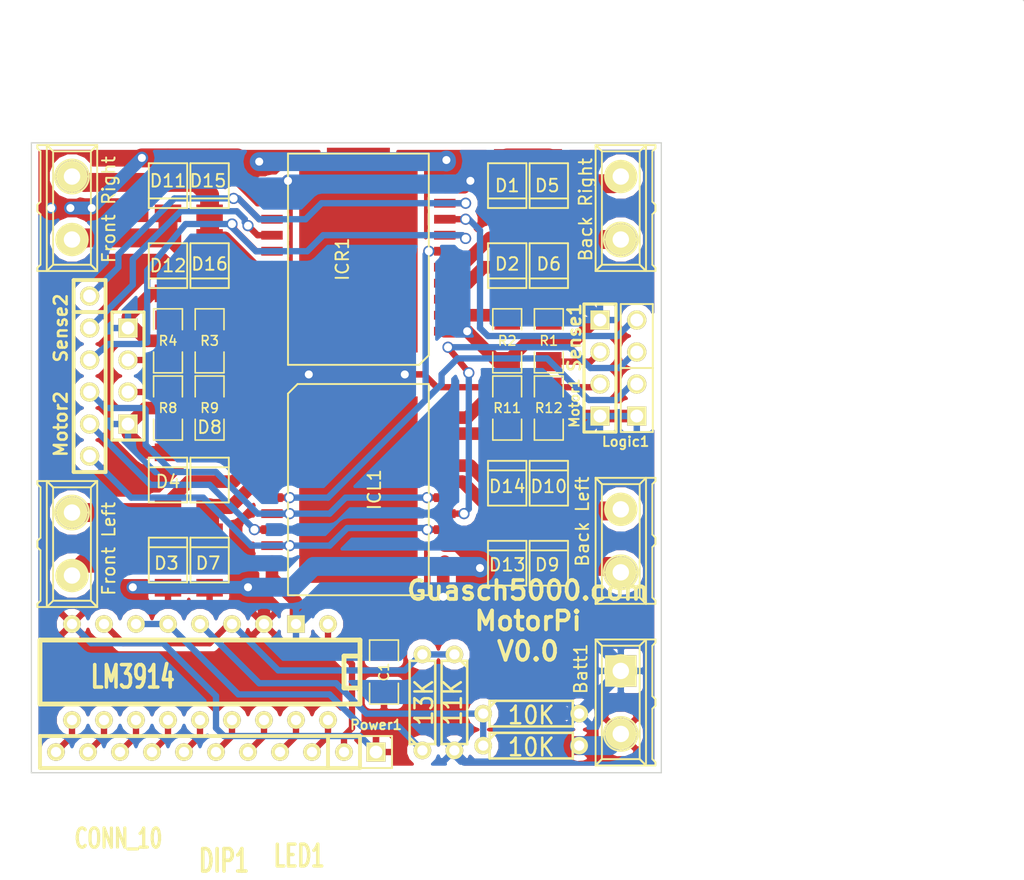
<source format=kicad_pcb>
(kicad_pcb (version 3) (host pcbnew "(2013-mar-13)-testing")

  (general
    (links 111)
    (no_connects 0)
    (area 68.58 36.8275 149.8625 106.4514)
    (thickness 1.6)
    (drawings 6)
    (tracks 442)
    (zones 0)
    (modules 44)
    (nets 45)
  )

  (page A4)
  (layers
    (15 F.Cu signal)
    (0 B.Cu signal)
    (16 B.Adhes user hide)
    (17 F.Adhes user hide)
    (18 B.Paste user hide)
    (19 F.Paste user hide)
    (20 B.SilkS user)
    (21 F.SilkS user)
    (22 B.Mask user)
    (23 F.Mask user)
    (24 Dwgs.User user hide)
    (25 Cmts.User user hide)
    (26 Eco1.User user hide)
    (27 Eco2.User user hide)
    (28 Edge.Cuts user)
  )

  (setup
    (last_trace_width 0.254)
    (user_trace_width 0.25)
    (user_trace_width 0.5)
    (user_trace_width 1)
    (user_trace_width 1.5)
    (user_trace_width 2)
    (trace_clearance 0.254)
    (zone_clearance 0.508)
    (zone_45_only no)
    (trace_min 0.15)
    (segment_width 0.2)
    (edge_width 0.1)
    (via_size 0.889)
    (via_drill 0.635)
    (via_min_size 0.3)
    (via_min_drill 0.1)
    (uvia_size 0.508)
    (uvia_drill 0.127)
    (uvias_allowed no)
    (uvia_min_size 0.508)
    (uvia_min_drill 0.127)
    (pcb_text_width 0.3)
    (pcb_text_size 1.5 1.5)
    (mod_edge_width 0.15)
    (mod_text_size 1 1)
    (mod_text_width 0.15)
    (pad_size 1.397 1.397)
    (pad_drill 0.8128)
    (pad_to_mask_clearance 0)
    (aux_axis_origin 0 0)
    (visible_elements FFFFFF7F)
    (pcbplotparams
      (layerselection 284196865)
      (usegerberextensions true)
      (excludeedgelayer true)
      (linewidth 0.150000)
      (plotframeref false)
      (viasonmask false)
      (mode 1)
      (useauxorigin false)
      (hpglpennumber 1)
      (hpglpenspeed 20)
      (hpglpendiameter 15)
      (hpglpenoverlay 2)
      (psnegative false)
      (psa4output false)
      (plotreference true)
      (plotvalue true)
      (plotothertext true)
      (plotinvisibletext false)
      (padsonsilk false)
      (subtractmaskfromsilk false)
      (outputformat 1)
      (mirror false)
      (drillshape 0)
      (scaleselection 1)
      (outputdirectory ""))
  )

  (net 0 "")
  (net 1 5V)
  (net 2 GND)
  (net 3 IN)
  (net 4 "L Enable A")
  (net 5 "L Enable B")
  (net 6 "L Input 1")
  (net 7 "L Input 2")
  (net 8 "L Out 1")
  (net 9 "L Out 2")
  (net 10 "L Out 3")
  (net 11 "L Out 4")
  (net 12 "L Sense A")
  (net 13 "L Sense ADC A")
  (net 14 "L Sense ADC B")
  (net 15 "L Sense B")
  (net 16 "Led 1")
  (net 17 "Led 10")
  (net 18 "Led 2")
  (net 19 "Led 3")
  (net 20 "Led 4")
  (net 21 "Led 5")
  (net 22 "Led 6")
  (net 23 "Led 7")
  (net 24 "Led 8")
  (net 25 "Led 9")
  (net 26 N-0000031)
  (net 27 N-0000032)
  (net 28 N-0000036)
  (net 29 N-0000037)
  (net 30 "R Enable A")
  (net 31 "R Enable B")
  (net 32 "R Input 1")
  (net 33 "R Input 2")
  (net 34 "R Out 1")
  (net 35 "R Out 2")
  (net 36 "R Out 3")
  (net 37 "R Out 4")
  (net 38 "R Sense A")
  (net 39 "R Sense ADC A")
  (net 40 "R Sense ADC B")
  (net 41 "R Sense B")
  (net 42 R_hi)
  (net 43 R_lo)
  (net 44 VSS)

  (net_class Default "This is the default net class."
    (clearance 0.254)
    (trace_width 0.254)
    (via_dia 0.889)
    (via_drill 0.635)
    (uvia_dia 0.508)
    (uvia_drill 0.127)
    (add_net "")
    (add_net 5V)
    (add_net GND)
    (add_net IN)
    (add_net "L Enable A")
    (add_net "L Enable B")
    (add_net "L Input 1")
    (add_net "L Input 2")
    (add_net "L Out 1")
    (add_net "L Out 2")
    (add_net "L Out 3")
    (add_net "L Out 4")
    (add_net "L Sense A")
    (add_net "L Sense ADC A")
    (add_net "L Sense ADC B")
    (add_net "L Sense B")
    (add_net "Led 1")
    (add_net "Led 10")
    (add_net "Led 2")
    (add_net "Led 3")
    (add_net "Led 4")
    (add_net "Led 5")
    (add_net "Led 6")
    (add_net "Led 7")
    (add_net "Led 8")
    (add_net "Led 9")
    (add_net N-0000031)
    (add_net N-0000032)
    (add_net N-0000036)
    (add_net N-0000037)
    (add_net "R Enable A")
    (add_net "R Enable B")
    (add_net "R Input 1")
    (add_net "R Input 2")
    (add_net "R Out 1")
    (add_net "R Out 2")
    (add_net "R Out 3")
    (add_net "R Out 4")
    (add_net "R Sense A")
    (add_net "R Sense ADC A")
    (add_net "R Sense ADC B")
    (add_net "R Sense B")
    (add_net R_hi)
    (add_net R_lo)
    (add_net VSS)
  )

  (module SMD_Schottky (layer F.Cu) (tedit 53185DAC) (tstamp 5315C62D)
    (at 108.839 51.562 180)
    (path /5315A64A)
    (fp_text reference D1 (at 0 0 360) (layer F.SilkS)
      (effects (font (size 1 1) (thickness 0.15)))
    )
    (fp_text value DIODESCH (at 0 4.191 180) (layer F.SilkS) hide
      (effects (font (size 1 1) (thickness 0.15)))
    )
    (fp_line (start 1.524 -1.016) (end -1.524 -1.016) (layer F.SilkS) (width 0.15))
    (fp_line (start 1.524 -1.778) (end 1.524 1.778) (layer F.SilkS) (width 0.15))
    (fp_line (start 1.524 1.778) (end -1.524 1.778) (layer F.SilkS) (width 0.15))
    (fp_line (start -1.524 1.778) (end -1.524 -1.778) (layer F.SilkS) (width 0.15))
    (fp_line (start -1.524 -1.778) (end 1.524 -1.778) (layer F.SilkS) (width 0.15))
    (pad 1 smd rect (at 0 -2.2 180) (size 2.1 1.4)
      (layers F.Cu F.Paste F.Mask)
      (net 35 "R Out 2")
    )
    (pad 2 smd rect (at 0 2.2 180) (size 2.1 1.4)
      (layers F.Cu F.Paste F.Mask)
      (net 44 VSS)
    )
  )

  (module SMD_Schottky (layer F.Cu) (tedit 53185DA3) (tstamp 5315C638)
    (at 108.839 57.912 180)
    (path /5315A650)
    (fp_text reference D2 (at 0 0.127 360) (layer F.SilkS)
      (effects (font (size 1 1) (thickness 0.15)))
    )
    (fp_text value DIODESCH (at 0 4.191 180) (layer F.SilkS) hide
      (effects (font (size 1 1) (thickness 0.15)))
    )
    (fp_line (start 1.524 -1.016) (end -1.524 -1.016) (layer F.SilkS) (width 0.15))
    (fp_line (start 1.524 -1.778) (end 1.524 1.778) (layer F.SilkS) (width 0.15))
    (fp_line (start 1.524 1.778) (end -1.524 1.778) (layer F.SilkS) (width 0.15))
    (fp_line (start -1.524 1.778) (end -1.524 -1.778) (layer F.SilkS) (width 0.15))
    (fp_line (start -1.524 -1.778) (end 1.524 -1.778) (layer F.SilkS) (width 0.15))
    (pad 1 smd rect (at 0 -2.2 180) (size 2.1 1.4)
      (layers F.Cu F.Paste F.Mask)
      (net 2 GND)
    )
    (pad 2 smd rect (at 0 2.2 180) (size 2.1 1.4)
      (layers F.Cu F.Paste F.Mask)
      (net 35 "R Out 2")
    )
  )

  (module SMD_Schottky (layer F.Cu) (tedit 53185DE5) (tstamp 5315C643)
    (at 81.915 81.28)
    (path /5315B3E1)
    (fp_text reference D3 (at -0.127 0.254 180) (layer F.SilkS)
      (effects (font (size 1 1) (thickness 0.15)))
    )
    (fp_text value DIODESCH (at 0 4.191) (layer F.SilkS) hide
      (effects (font (size 1 1) (thickness 0.15)))
    )
    (fp_line (start 1.524 -1.016) (end -1.524 -1.016) (layer F.SilkS) (width 0.15))
    (fp_line (start 1.524 -1.778) (end 1.524 1.778) (layer F.SilkS) (width 0.15))
    (fp_line (start 1.524 1.778) (end -1.524 1.778) (layer F.SilkS) (width 0.15))
    (fp_line (start -1.524 1.778) (end -1.524 -1.778) (layer F.SilkS) (width 0.15))
    (fp_line (start -1.524 -1.778) (end 1.524 -1.778) (layer F.SilkS) (width 0.15))
    (pad 1 smd rect (at 0 -2.2) (size 2.1 1.4)
      (layers F.Cu F.Paste F.Mask)
      (net 8 "L Out 1")
    )
    (pad 2 smd rect (at 0 2.2) (size 2.1 1.4)
      (layers F.Cu F.Paste F.Mask)
      (net 44 VSS)
    )
  )

  (module SMD_Schottky (layer F.Cu) (tedit 53185DE2) (tstamp 5315C64E)
    (at 81.915 74.93)
    (path /5315A65C)
    (fp_text reference D4 (at 0 0.127 180) (layer F.SilkS)
      (effects (font (size 1 1) (thickness 0.15)))
    )
    (fp_text value DIODESCH (at 0 4.191) (layer F.SilkS) hide
      (effects (font (size 1 1) (thickness 0.15)))
    )
    (fp_line (start 1.524 -1.016) (end -1.524 -1.016) (layer F.SilkS) (width 0.15))
    (fp_line (start 1.524 -1.778) (end 1.524 1.778) (layer F.SilkS) (width 0.15))
    (fp_line (start 1.524 1.778) (end -1.524 1.778) (layer F.SilkS) (width 0.15))
    (fp_line (start -1.524 1.778) (end -1.524 -1.778) (layer F.SilkS) (width 0.15))
    (fp_line (start -1.524 -1.778) (end 1.524 -1.778) (layer F.SilkS) (width 0.15))
    (pad 1 smd rect (at 0 -2.2) (size 2.1 1.4)
      (layers F.Cu F.Paste F.Mask)
      (net 2 GND)
    )
    (pad 2 smd rect (at 0 2.2) (size 2.1 1.4)
      (layers F.Cu F.Paste F.Mask)
      (net 8 "L Out 1")
    )
  )

  (module SMD_Schottky (layer F.Cu) (tedit 53185DB1) (tstamp 5315C659)
    (at 112.141 51.562 180)
    (path /5315A5E4)
    (fp_text reference D5 (at 0.127 0 360) (layer F.SilkS)
      (effects (font (size 1 1) (thickness 0.15)))
    )
    (fp_text value DIODESCH (at 0 4.191 180) (layer F.SilkS) hide
      (effects (font (size 1 1) (thickness 0.15)))
    )
    (fp_line (start 1.524 -1.016) (end -1.524 -1.016) (layer F.SilkS) (width 0.15))
    (fp_line (start 1.524 -1.778) (end 1.524 1.778) (layer F.SilkS) (width 0.15))
    (fp_line (start 1.524 1.778) (end -1.524 1.778) (layer F.SilkS) (width 0.15))
    (fp_line (start -1.524 1.778) (end -1.524 -1.778) (layer F.SilkS) (width 0.15))
    (fp_line (start -1.524 -1.778) (end 1.524 -1.778) (layer F.SilkS) (width 0.15))
    (pad 1 smd rect (at 0 -2.2 180) (size 2.1 1.4)
      (layers F.Cu F.Paste F.Mask)
      (net 34 "R Out 1")
    )
    (pad 2 smd rect (at 0 2.2 180) (size 2.1 1.4)
      (layers F.Cu F.Paste F.Mask)
      (net 44 VSS)
    )
  )

  (module SMD_Schottky (layer F.Cu) (tedit 53185DA6) (tstamp 5315C664)
    (at 112.141 57.912 180)
    (path /5315A5C9)
    (fp_text reference D6 (at 0 0.127 360) (layer F.SilkS)
      (effects (font (size 1 1) (thickness 0.15)))
    )
    (fp_text value DIODESCH (at 0 4.191 180) (layer F.SilkS) hide
      (effects (font (size 1 1) (thickness 0.15)))
    )
    (fp_line (start 1.524 -1.016) (end -1.524 -1.016) (layer F.SilkS) (width 0.15))
    (fp_line (start 1.524 -1.778) (end 1.524 1.778) (layer F.SilkS) (width 0.15))
    (fp_line (start 1.524 1.778) (end -1.524 1.778) (layer F.SilkS) (width 0.15))
    (fp_line (start -1.524 1.778) (end -1.524 -1.778) (layer F.SilkS) (width 0.15))
    (fp_line (start -1.524 -1.778) (end 1.524 -1.778) (layer F.SilkS) (width 0.15))
    (pad 1 smd rect (at 0 -2.2 180) (size 2.1 1.4)
      (layers F.Cu F.Paste F.Mask)
      (net 2 GND)
    )
    (pad 2 smd rect (at 0 2.2 180) (size 2.1 1.4)
      (layers F.Cu F.Paste F.Mask)
      (net 34 "R Out 1")
    )
  )

  (module SMD_Schottky (layer F.Cu) (tedit 53185DE9) (tstamp 5315C66F)
    (at 85.217 81.28)
    (path /5315B3E7)
    (fp_text reference D7 (at -0.127 0.254 180) (layer F.SilkS)
      (effects (font (size 1 1) (thickness 0.15)))
    )
    (fp_text value DIODESCH (at 0 4.191) (layer F.SilkS) hide
      (effects (font (size 1 1) (thickness 0.15)))
    )
    (fp_line (start 1.524 -1.016) (end -1.524 -1.016) (layer F.SilkS) (width 0.15))
    (fp_line (start 1.524 -1.778) (end 1.524 1.778) (layer F.SilkS) (width 0.15))
    (fp_line (start 1.524 1.778) (end -1.524 1.778) (layer F.SilkS) (width 0.15))
    (fp_line (start -1.524 1.778) (end -1.524 -1.778) (layer F.SilkS) (width 0.15))
    (fp_line (start -1.524 -1.778) (end 1.524 -1.778) (layer F.SilkS) (width 0.15))
    (pad 1 smd rect (at 0 -2.2) (size 2.1 1.4)
      (layers F.Cu F.Paste F.Mask)
      (net 9 "L Out 2")
    )
    (pad 2 smd rect (at 0 2.2) (size 2.1 1.4)
      (layers F.Cu F.Paste F.Mask)
      (net 44 VSS)
    )
  )

  (module SMD_Schottky (layer F.Cu) (tedit 5315C0B9) (tstamp 5315C67A)
    (at 85.217 74.93)
    (path /5315A662)
    (fp_text reference D8 (at 0 -4.191 180) (layer F.SilkS)
      (effects (font (size 1 1) (thickness 0.15)))
    )
    (fp_text value DIODESCH (at 0 4.191) (layer F.SilkS) hide
      (effects (font (size 1 1) (thickness 0.15)))
    )
    (fp_line (start 1.524 -1.016) (end -1.524 -1.016) (layer F.SilkS) (width 0.15))
    (fp_line (start 1.524 -1.778) (end 1.524 1.778) (layer F.SilkS) (width 0.15))
    (fp_line (start 1.524 1.778) (end -1.524 1.778) (layer F.SilkS) (width 0.15))
    (fp_line (start -1.524 1.778) (end -1.524 -1.778) (layer F.SilkS) (width 0.15))
    (fp_line (start -1.524 -1.778) (end 1.524 -1.778) (layer F.SilkS) (width 0.15))
    (pad 1 smd rect (at 0 -2.2) (size 2.1 1.4)
      (layers F.Cu F.Paste F.Mask)
      (net 2 GND)
    )
    (pad 2 smd rect (at 0 2.2) (size 2.1 1.4)
      (layers F.Cu F.Paste F.Mask)
      (net 9 "L Out 2")
    )
  )

  (module SMD_Schottky (layer F.Cu) (tedit 53185D71) (tstamp 5315C685)
    (at 112.141 81.534)
    (path /5315A66E)
    (fp_text reference D9 (at -0.127 0.127 180) (layer F.SilkS)
      (effects (font (size 1 1) (thickness 0.15)))
    )
    (fp_text value DIODESCH (at 0 4.191) (layer F.SilkS) hide
      (effects (font (size 1 1) (thickness 0.15)))
    )
    (fp_line (start 1.524 -1.016) (end -1.524 -1.016) (layer F.SilkS) (width 0.15))
    (fp_line (start 1.524 -1.778) (end 1.524 1.778) (layer F.SilkS) (width 0.15))
    (fp_line (start 1.524 1.778) (end -1.524 1.778) (layer F.SilkS) (width 0.15))
    (fp_line (start -1.524 1.778) (end -1.524 -1.778) (layer F.SilkS) (width 0.15))
    (fp_line (start -1.524 -1.778) (end 1.524 -1.778) (layer F.SilkS) (width 0.15))
    (pad 1 smd rect (at 0 -2.2) (size 2.1 1.4)
      (layers F.Cu F.Paste F.Mask)
      (net 11 "L Out 4")
    )
    (pad 2 smd rect (at 0 2.2) (size 2.1 1.4)
      (layers F.Cu F.Paste F.Mask)
      (net 44 VSS)
    )
  )

  (module SMD_Schottky (layer F.Cu) (tedit 53185D78) (tstamp 5315C690)
    (at 112.141 75.184)
    (path /5315A67A)
    (fp_text reference D10 (at 0 0.254 180) (layer F.SilkS)
      (effects (font (size 1 1) (thickness 0.15)))
    )
    (fp_text value DIODESCH (at 0 4.191) (layer F.SilkS) hide
      (effects (font (size 1 1) (thickness 0.15)))
    )
    (fp_line (start 1.524 -1.016) (end -1.524 -1.016) (layer F.SilkS) (width 0.15))
    (fp_line (start 1.524 -1.778) (end 1.524 1.778) (layer F.SilkS) (width 0.15))
    (fp_line (start 1.524 1.778) (end -1.524 1.778) (layer F.SilkS) (width 0.15))
    (fp_line (start -1.524 1.778) (end -1.524 -1.778) (layer F.SilkS) (width 0.15))
    (fp_line (start -1.524 -1.778) (end 1.524 -1.778) (layer F.SilkS) (width 0.15))
    (pad 1 smd rect (at 0 -2.2) (size 2.1 1.4)
      (layers F.Cu F.Paste F.Mask)
      (net 2 GND)
    )
    (pad 2 smd rect (at 0 2.2) (size 2.1 1.4)
      (layers F.Cu F.Paste F.Mask)
      (net 11 "L Out 4")
    )
  )

  (module SMD_Schottky (layer F.Cu) (tedit 53185DC2) (tstamp 5315C69B)
    (at 81.915 51.562 180)
    (path /5315A63E)
    (fp_text reference D11 (at 0 0.381 360) (layer F.SilkS)
      (effects (font (size 1 1) (thickness 0.15)))
    )
    (fp_text value DIODESCH (at 0 4.191 180) (layer F.SilkS) hide
      (effects (font (size 1 1) (thickness 0.15)))
    )
    (fp_line (start 1.524 -1.016) (end -1.524 -1.016) (layer F.SilkS) (width 0.15))
    (fp_line (start 1.524 -1.778) (end 1.524 1.778) (layer F.SilkS) (width 0.15))
    (fp_line (start 1.524 1.778) (end -1.524 1.778) (layer F.SilkS) (width 0.15))
    (fp_line (start -1.524 1.778) (end -1.524 -1.778) (layer F.SilkS) (width 0.15))
    (fp_line (start -1.524 -1.778) (end 1.524 -1.778) (layer F.SilkS) (width 0.15))
    (pad 1 smd rect (at 0 -2.2 180) (size 2.1 1.4)
      (layers F.Cu F.Paste F.Mask)
      (net 37 "R Out 4")
    )
    (pad 2 smd rect (at 0 2.2 180) (size 2.1 1.4)
      (layers F.Cu F.Paste F.Mask)
      (net 44 VSS)
    )
  )

  (module SMD_Schottky (layer F.Cu) (tedit 53185DC9) (tstamp 5315C6A6)
    (at 81.915 57.912 180)
    (path /5315A644)
    (fp_text reference D12 (at 0 0 360) (layer F.SilkS)
      (effects (font (size 1 1) (thickness 0.15)))
    )
    (fp_text value DIODESCH (at 0 4.191 180) (layer F.SilkS) hide
      (effects (font (size 1 1) (thickness 0.15)))
    )
    (fp_line (start 1.524 -1.016) (end -1.524 -1.016) (layer F.SilkS) (width 0.15))
    (fp_line (start 1.524 -1.778) (end 1.524 1.778) (layer F.SilkS) (width 0.15))
    (fp_line (start 1.524 1.778) (end -1.524 1.778) (layer F.SilkS) (width 0.15))
    (fp_line (start -1.524 1.778) (end -1.524 -1.778) (layer F.SilkS) (width 0.15))
    (fp_line (start -1.524 -1.778) (end 1.524 -1.778) (layer F.SilkS) (width 0.15))
    (pad 1 smd rect (at 0 -2.2 180) (size 2.1 1.4)
      (layers F.Cu F.Paste F.Mask)
      (net 2 GND)
    )
    (pad 2 smd rect (at 0 2.2 180) (size 2.1 1.4)
      (layers F.Cu F.Paste F.Mask)
      (net 37 "R Out 4")
    )
  )

  (module SMD_Schottky (layer F.Cu) (tedit 53185D67) (tstamp 5315C6B1)
    (at 108.839 81.534)
    (path /5315A674)
    (fp_text reference D13 (at 0 0.127 180) (layer F.SilkS)
      (effects (font (size 1 1) (thickness 0.15)))
    )
    (fp_text value DIODESCH (at 0 4.191) (layer F.SilkS) hide
      (effects (font (size 1 1) (thickness 0.15)))
    )
    (fp_line (start 1.524 -1.016) (end -1.524 -1.016) (layer F.SilkS) (width 0.15))
    (fp_line (start 1.524 -1.778) (end 1.524 1.778) (layer F.SilkS) (width 0.15))
    (fp_line (start 1.524 1.778) (end -1.524 1.778) (layer F.SilkS) (width 0.15))
    (fp_line (start -1.524 1.778) (end -1.524 -1.778) (layer F.SilkS) (width 0.15))
    (fp_line (start -1.524 -1.778) (end 1.524 -1.778) (layer F.SilkS) (width 0.15))
    (pad 1 smd rect (at 0 -2.2) (size 2.1 1.4)
      (layers F.Cu F.Paste F.Mask)
      (net 10 "L Out 3")
    )
    (pad 2 smd rect (at 0 2.2) (size 2.1 1.4)
      (layers F.Cu F.Paste F.Mask)
      (net 44 VSS)
    )
  )

  (module SMD_Schottky (layer F.Cu) (tedit 53185D7F) (tstamp 5315C6BC)
    (at 108.839 75.184)
    (path /5315A680)
    (fp_text reference D14 (at 0 0.254 180) (layer F.SilkS)
      (effects (font (size 1 1) (thickness 0.15)))
    )
    (fp_text value DIODESCH (at 0 4.191) (layer F.SilkS) hide
      (effects (font (size 1 1) (thickness 0.15)))
    )
    (fp_line (start 1.524 -1.016) (end -1.524 -1.016) (layer F.SilkS) (width 0.15))
    (fp_line (start 1.524 -1.778) (end 1.524 1.778) (layer F.SilkS) (width 0.15))
    (fp_line (start 1.524 1.778) (end -1.524 1.778) (layer F.SilkS) (width 0.15))
    (fp_line (start -1.524 1.778) (end -1.524 -1.778) (layer F.SilkS) (width 0.15))
    (fp_line (start -1.524 -1.778) (end 1.524 -1.778) (layer F.SilkS) (width 0.15))
    (pad 1 smd rect (at 0 -2.2) (size 2.1 1.4)
      (layers F.Cu F.Paste F.Mask)
      (net 2 GND)
    )
    (pad 2 smd rect (at 0 2.2) (size 2.1 1.4)
      (layers F.Cu F.Paste F.Mask)
      (net 10 "L Out 3")
    )
  )

  (module SMD_Schottky (layer F.Cu) (tedit 53185DBE) (tstamp 5315C6C7)
    (at 85.217 51.562 180)
    (path /5315A600)
    (fp_text reference D15 (at 0.127 0.381 360) (layer F.SilkS)
      (effects (font (size 1 1) (thickness 0.15)))
    )
    (fp_text value DIODESCH (at 0 4.191 180) (layer F.SilkS) hide
      (effects (font (size 1 1) (thickness 0.15)))
    )
    (fp_line (start 1.524 -1.016) (end -1.524 -1.016) (layer F.SilkS) (width 0.15))
    (fp_line (start 1.524 -1.778) (end 1.524 1.778) (layer F.SilkS) (width 0.15))
    (fp_line (start 1.524 1.778) (end -1.524 1.778) (layer F.SilkS) (width 0.15))
    (fp_line (start -1.524 1.778) (end -1.524 -1.778) (layer F.SilkS) (width 0.15))
    (fp_line (start -1.524 -1.778) (end 1.524 -1.778) (layer F.SilkS) (width 0.15))
    (pad 1 smd rect (at 0 -2.2 180) (size 2.1 1.4)
      (layers F.Cu F.Paste F.Mask)
      (net 36 "R Out 3")
    )
    (pad 2 smd rect (at 0 2.2 180) (size 2.1 1.4)
      (layers F.Cu F.Paste F.Mask)
      (net 44 VSS)
    )
  )

  (module SMD_Schottky (layer F.Cu) (tedit 53185DCD) (tstamp 5315C6D2)
    (at 85.217 57.912 180)
    (path /5315A606)
    (fp_text reference D16 (at 0 0.127 360) (layer F.SilkS)
      (effects (font (size 1 1) (thickness 0.15)))
    )
    (fp_text value DIODESCH (at 0 4.191 180) (layer F.SilkS) hide
      (effects (font (size 1 1) (thickness 0.15)))
    )
    (fp_line (start 1.524 -1.016) (end -1.524 -1.016) (layer F.SilkS) (width 0.15))
    (fp_line (start 1.524 -1.778) (end 1.524 1.778) (layer F.SilkS) (width 0.15))
    (fp_line (start 1.524 1.778) (end -1.524 1.778) (layer F.SilkS) (width 0.15))
    (fp_line (start -1.524 1.778) (end -1.524 -1.778) (layer F.SilkS) (width 0.15))
    (fp_line (start -1.524 -1.778) (end 1.524 -1.778) (layer F.SilkS) (width 0.15))
    (pad 1 smd rect (at 0 -2.2 180) (size 2.1 1.4)
      (layers F.Cu F.Paste F.Mask)
      (net 2 GND)
    )
    (pad 2 smd rect (at 0 2.2 180) (size 2.1 1.4)
      (layers F.Cu F.Paste F.Mask)
      (net 36 "R Out 3")
    )
  )

  (module DIP-18__300 (layer F.Cu) (tedit 53185D4B) (tstamp 5315C6EF)
    (at 84.455 90.17 180)
    (descr "8 pins DIL package, round pads")
    (path /5315C749)
    (fp_text reference DIP1 (at -1.905 -14.986 180) (layer F.SilkS)
      (effects (font (size 1.778 1.143) (thickness 0.3048)))
    )
    (fp_text value LM3914 (at 5.334 -0.381 180) (layer F.SilkS)
      (effects (font (size 1.778 1.143) (thickness 0.3048)))
    )
    (fp_line (start -12.7 -1.27) (end -11.43 -1.27) (layer F.SilkS) (width 0.381))
    (fp_line (start -11.43 -1.27) (end -11.43 1.27) (layer F.SilkS) (width 0.381))
    (fp_line (start -11.43 1.27) (end -12.7 1.27) (layer F.SilkS) (width 0.381))
    (fp_line (start -12.7 -2.54) (end 12.7 -2.54) (layer F.SilkS) (width 0.381))
    (fp_line (start 12.7 -2.54) (end 12.7 2.54) (layer F.SilkS) (width 0.381))
    (fp_line (start 12.7 2.54) (end -12.7 2.54) (layer F.SilkS) (width 0.381))
    (fp_line (start -12.7 2.54) (end -12.7 -2.54) (layer F.SilkS) (width 0.381))
    (pad 1 thru_hole circle (at -10.16 3.81 180) (size 1.397 1.397) (drill 0.8128)
      (layers *.Cu *.Mask F.SilkS)
      (net 16 "Led 1")
    )
    (pad 2 thru_hole rect (at -7.62 3.81 180) (size 1.397 1.397) (drill 0.8128)
      (layers *.Cu *.Mask F.SilkS)
      (net 2 GND)
    )
    (pad 3 thru_hole circle (at -5.08 3.81 180) (size 1.397 1.397) (drill 0.8128)
      (layers *.Cu *.Mask F.SilkS)
      (net 44 VSS)
    )
    (pad 4 thru_hole circle (at -2.54 3.81 180) (size 1.397 1.397) (drill 0.8128)
      (layers *.Cu *.Mask F.SilkS)
      (net 43 R_lo)
    )
    (pad 5 thru_hole circle (at 0 3.81 180) (size 1.397 1.397) (drill 0.8128)
      (layers *.Cu *.Mask F.SilkS)
      (net 3 IN)
    )
    (pad 6 thru_hole circle (at 2.54 3.81 180) (size 1.397 1.397) (drill 0.8128)
      (layers *.Cu *.Mask F.SilkS)
      (net 42 R_hi)
    )
    (pad 7 thru_hole circle (at 5.08 3.81 180) (size 1.397 1.397) (drill 0.8128)
      (layers *.Cu *.Mask F.SilkS)
      (net 42 R_hi)
    )
    (pad 8 thru_hole circle (at 7.62 3.81 180) (size 1.397 1.397) (drill 0.8128)
      (layers *.Cu *.Mask F.SilkS)
      (net 43 R_lo)
    )
    (pad 9 thru_hole circle (at 10.16 3.81 180) (size 1.397 1.397) (drill 0.8128)
      (layers *.Cu *.Mask F.SilkS)
      (net 44 VSS)
    )
    (pad 10 thru_hole circle (at 10.16 -3.81 180) (size 1.397 1.397) (drill 0.8128)
      (layers *.Cu *.Mask F.SilkS)
      (net 17 "Led 10")
    )
    (pad 11 thru_hole circle (at 7.62 -3.81 180) (size 1.397 1.397) (drill 0.8128)
      (layers *.Cu *.Mask F.SilkS)
      (net 25 "Led 9")
    )
    (pad 12 thru_hole circle (at 5.08 -3.81 180) (size 1.397 1.397) (drill 0.8128)
      (layers *.Cu *.Mask F.SilkS)
      (net 24 "Led 8")
    )
    (pad 13 thru_hole circle (at 2.54 -3.81 180) (size 1.397 1.397) (drill 0.8128)
      (layers *.Cu *.Mask F.SilkS)
      (net 23 "Led 7")
    )
    (pad 14 thru_hole circle (at 0 -3.81 180) (size 1.397 1.397) (drill 0.8128)
      (layers *.Cu *.Mask F.SilkS)
      (net 22 "Led 6")
    )
    (pad 15 thru_hole circle (at -2.54 -3.81 180) (size 1.397 1.397) (drill 0.8128)
      (layers *.Cu *.Mask F.SilkS)
      (net 21 "Led 5")
    )
    (pad 16 thru_hole circle (at -5.08 -3.81 180) (size 1.397 1.397) (drill 0.8128)
      (layers *.Cu *.Mask F.SilkS)
      (net 20 "Led 4")
    )
    (pad 17 thru_hole circle (at -7.62 -3.81 180) (size 1.397 1.397) (drill 0.8128)
      (layers *.Cu *.Mask F.SilkS)
      (net 19 "Led 3")
    )
    (pad 18 thru_hole circle (at -10.16 -3.81 180) (size 1.397 1.397) (drill 0.8128)
      (layers *.Cu *.Mask F.SilkS)
      (net 18 "Led 2")
    )
    (model dil/dil_18.wrl
      (at (xyz 0 0 0))
      (scale (xyz 1 1 1))
      (rotate (xyz 0 0 0))
    )
  )

  (module L298P (layer F.Cu) (tedit 5315A3F3) (tstamp 5315C70E)
    (at 97.028 75.692 270)
    (path /5315A595)
    (fp_text reference ICL1 (at 0 -1.27 270) (layer F.SilkS)
      (effects (font (size 1 1) (thickness 0.15)))
    )
    (fp_text value L298 (at 0 1.27 270) (layer F.SilkS) hide
      (effects (font (size 1 1) (thickness 0.15)))
    )
    (fp_line (start -8.382 -5.588) (end 8.382 -5.588) (layer F.SilkS) (width 0.15))
    (fp_line (start 8.382 -5.588) (end 8.382 5.588) (layer F.SilkS) (width 0.15))
    (fp_line (start 8.382 5.588) (end -7.62 5.588) (layer F.SilkS) (width 0.15))
    (fp_line (start -7.62 5.588) (end -8.382 4.826) (layer F.SilkS) (width 0.15))
    (fp_line (start -8.382 4.826) (end -8.382 -5.588) (layer F.SilkS) (width 0.15))
    (pad "" smd rect (at 0 0 270) (size 17.7 5)
      (layers F.Cu F.Paste F.Mask)
    )
    (pad 5 smd rect (at -0.635 6.85 270) (size 0.7 1.7)
      (layers F.Cu F.Paste F.Mask)
      (net 9 "L Out 2")
    )
    (pad "" smd rect (at 0 0 270) (size 14.8 9.4)
      (layers F.Cu F.Paste F.Mask)
    )
    (pad 4 smd rect (at -1.905 6.85 270) (size 0.7 1.7)
      (layers F.Cu F.Paste F.Mask)
      (net 8 "L Out 1")
    )
    (pad 3 smd rect (at -3.175 6.85 270) (size 0.7 1.7)
      (layers F.Cu F.Paste F.Mask)
      (net 27 N-0000032)
    )
    (pad 2 smd rect (at -4.445 6.85 270) (size 0.7 1.7)
      (layers F.Cu F.Paste F.Mask)
      (net 12 "L Sense A")
    )
    (pad 1 smd rect (at -5.715 6.85 270) (size 0.7 1.7)
      (layers F.Cu F.Paste F.Mask)
      (net 2 GND)
    )
    (pad 6 smd rect (at 0.635 6.858 270) (size 0.7 1.7)
      (layers F.Cu F.Paste F.Mask)
      (net 1 5V)
    )
    (pad 7 smd rect (at 1.905 6.858 270) (size 0.7 1.7)
      (layers F.Cu F.Paste F.Mask)
      (net 6 "L Input 1")
    )
    (pad 8 smd rect (at 3.175 6.858 270) (size 0.7 1.7)
      (layers F.Cu F.Paste F.Mask)
      (net 4 "L Enable A")
    )
    (pad 9 smd rect (at 4.445 6.858 270) (size 0.7 1.7)
      (layers F.Cu F.Paste F.Mask)
      (net 7 "L Input 2")
    )
    (pad 10 smd rect (at 5.715 6.858 270) (size 0.7 1.7)
      (layers F.Cu F.Paste F.Mask)
      (net 2 GND)
    )
    (pad 11 smd rect (at 5.715 -6.858 270) (size 0.7 1.7)
      (layers F.Cu F.Paste F.Mask)
      (net 2 GND)
    )
    (pad 12 smd rect (at 4.445 -6.858 270) (size 0.7 1.7)
      (layers F.Cu F.Paste F.Mask)
      (net 44 VSS)
    )
    (pad 13 smd rect (at 3.175 -6.858 270) (size 0.7 1.7)
      (layers F.Cu F.Paste F.Mask)
      (net 7 "L Input 2")
    )
    (pad 14 smd rect (at 1.905 -6.858 270) (size 0.7 1.7)
      (layers F.Cu F.Paste F.Mask)
      (net 5 "L Enable B")
    )
    (pad 15 smd rect (at 0.635 -6.858 270) (size 0.7 1.7)
      (layers F.Cu F.Paste F.Mask)
      (net 6 "L Input 1")
    )
    (pad 16 smd rect (at -0.635 -6.858 270) (size 0.7 1.7)
      (layers F.Cu F.Paste F.Mask)
      (net 10 "L Out 3")
    )
    (pad 17 smd rect (at -1.905 -6.858 270) (size 0.7 1.7)
      (layers F.Cu F.Paste F.Mask)
      (net 11 "L Out 4")
    )
    (pad 18 smd rect (at -3.175 -6.858 270) (size 0.7 1.7)
      (layers F.Cu F.Paste F.Mask)
      (net 29 N-0000037)
    )
    (pad 19 smd rect (at -4.445 -6.858 270) (size 0.7 1.7)
      (layers F.Cu F.Paste F.Mask)
      (net 15 "L Sense B")
    )
    (pad 20 smd rect (at -5.715 -6.858 270) (size 0.7 1.7)
      (layers F.Cu F.Paste F.Mask)
      (net 2 GND)
    )
  )

  (module L298P (layer F.Cu) (tedit 5315A3F3) (tstamp 5315C72D)
    (at 97.028 57.404 90)
    (path /5315A588)
    (fp_text reference ICR1 (at 0 -1.27 90) (layer F.SilkS)
      (effects (font (size 1 1) (thickness 0.15)))
    )
    (fp_text value L298 (at 0 1.27 90) (layer F.SilkS) hide
      (effects (font (size 1 1) (thickness 0.15)))
    )
    (fp_line (start -8.382 -5.588) (end 8.382 -5.588) (layer F.SilkS) (width 0.15))
    (fp_line (start 8.382 -5.588) (end 8.382 5.588) (layer F.SilkS) (width 0.15))
    (fp_line (start 8.382 5.588) (end -7.62 5.588) (layer F.SilkS) (width 0.15))
    (fp_line (start -7.62 5.588) (end -8.382 4.826) (layer F.SilkS) (width 0.15))
    (fp_line (start -8.382 4.826) (end -8.382 -5.588) (layer F.SilkS) (width 0.15))
    (pad "" smd rect (at 0 0 90) (size 17.7 5)
      (layers F.Cu F.Paste F.Mask)
    )
    (pad 5 smd rect (at -0.635 6.85 90) (size 0.7 1.7)
      (layers F.Cu F.Paste F.Mask)
      (net 35 "R Out 2")
    )
    (pad "" smd rect (at 0 0 90) (size 14.8 9.4)
      (layers F.Cu F.Paste F.Mask)
    )
    (pad 4 smd rect (at -1.905 6.85 90) (size 0.7 1.7)
      (layers F.Cu F.Paste F.Mask)
      (net 34 "R Out 1")
    )
    (pad 3 smd rect (at -3.175 6.85 90) (size 0.7 1.7)
      (layers F.Cu F.Paste F.Mask)
      (net 28 N-0000036)
    )
    (pad 2 smd rect (at -4.445 6.85 90) (size 0.7 1.7)
      (layers F.Cu F.Paste F.Mask)
      (net 38 "R Sense A")
    )
    (pad 1 smd rect (at -5.715 6.85 90) (size 0.7 1.7)
      (layers F.Cu F.Paste F.Mask)
      (net 2 GND)
    )
    (pad 6 smd rect (at 0.635 6.858 90) (size 0.7 1.7)
      (layers F.Cu F.Paste F.Mask)
      (net 1 5V)
    )
    (pad 7 smd rect (at 1.905 6.858 90) (size 0.7 1.7)
      (layers F.Cu F.Paste F.Mask)
      (net 32 "R Input 1")
    )
    (pad 8 smd rect (at 3.175 6.858 90) (size 0.7 1.7)
      (layers F.Cu F.Paste F.Mask)
      (net 30 "R Enable A")
    )
    (pad 9 smd rect (at 4.445 6.858 90) (size 0.7 1.7)
      (layers F.Cu F.Paste F.Mask)
      (net 33 "R Input 2")
    )
    (pad 10 smd rect (at 5.715 6.858 90) (size 0.7 1.7)
      (layers F.Cu F.Paste F.Mask)
      (net 2 GND)
    )
    (pad 11 smd rect (at 5.715 -6.858 90) (size 0.7 1.7)
      (layers F.Cu F.Paste F.Mask)
      (net 2 GND)
    )
    (pad 12 smd rect (at 4.445 -6.858 90) (size 0.7 1.7)
      (layers F.Cu F.Paste F.Mask)
      (net 44 VSS)
    )
    (pad 13 smd rect (at 3.175 -6.858 90) (size 0.7 1.7)
      (layers F.Cu F.Paste F.Mask)
      (net 33 "R Input 2")
    )
    (pad 14 smd rect (at 1.905 -6.858 90) (size 0.7 1.7)
      (layers F.Cu F.Paste F.Mask)
      (net 31 "R Enable B")
    )
    (pad 15 smd rect (at 0.635 -6.858 90) (size 0.7 1.7)
      (layers F.Cu F.Paste F.Mask)
      (net 32 "R Input 1")
    )
    (pad 16 smd rect (at -0.635 -6.858 90) (size 0.7 1.7)
      (layers F.Cu F.Paste F.Mask)
      (net 36 "R Out 3")
    )
    (pad 17 smd rect (at -1.905 -6.858 90) (size 0.7 1.7)
      (layers F.Cu F.Paste F.Mask)
      (net 37 "R Out 4")
    )
    (pad 18 smd rect (at -3.175 -6.858 90) (size 0.7 1.7)
      (layers F.Cu F.Paste F.Mask)
      (net 26 N-0000031)
    )
    (pad 19 smd rect (at -4.445 -6.858 90) (size 0.7 1.7)
      (layers F.Cu F.Paste F.Mask)
      (net 41 "R Sense B")
    )
    (pad 20 smd rect (at -5.715 -6.858 90) (size 0.7 1.7)
      (layers F.Cu F.Paste F.Mask)
      (net 2 GND)
    )
  )

  (module SM1206 (layer F.Cu) (tedit 53185D92) (tstamp 5315C758)
    (at 108.839 63.881 270)
    (path /5315AF2D)
    (attr smd)
    (fp_text reference R2 (at 0 0 360) (layer F.SilkS)
      (effects (font (size 0.762 0.762) (thickness 0.127)))
    )
    (fp_text value 0.5 (at 0 0 270) (layer F.SilkS) hide
      (effects (font (size 0.762 0.762) (thickness 0.127)))
    )
    (fp_line (start -2.54 -1.143) (end -2.54 1.143) (layer F.SilkS) (width 0.127))
    (fp_line (start -2.54 1.143) (end -0.889 1.143) (layer F.SilkS) (width 0.127))
    (fp_line (start 0.889 -1.143) (end 2.54 -1.143) (layer F.SilkS) (width 0.127))
    (fp_line (start 2.54 -1.143) (end 2.54 1.143) (layer F.SilkS) (width 0.127))
    (fp_line (start 2.54 1.143) (end 0.889 1.143) (layer F.SilkS) (width 0.127))
    (fp_line (start -0.889 -1.143) (end -2.54 -1.143) (layer F.SilkS) (width 0.127))
    (pad 1 smd rect (at -1.651 0 270) (size 1.524 2.032)
      (layers F.Cu F.Paste F.Mask)
      (net 38 "R Sense A")
    )
    (pad 2 smd rect (at 1.651 0 270) (size 1.524 2.032)
      (layers F.Cu F.Paste F.Mask)
      (net 2 GND)
    )
    (model smd/chip_cms.wrl
      (at (xyz 0 0 0))
      (scale (xyz 0.17 0.16 0.16))
      (rotate (xyz 0 0 0))
    )
  )

  (module SIL-10 (layer F.Cu) (tedit 53185D37) (tstamp 5315CC70)
    (at 84.455 96.52 180)
    (descr "Connecteur 10 pins")
    (tags "CONN DEV")
    (path /5315C762)
    (fp_text reference LED1 (at -7.874 -8.255 180) (layer F.SilkS)
      (effects (font (size 1.72974 1.08712) (thickness 0.3048)))
    )
    (fp_text value CONN_10 (at 6.477 -6.858 180) (layer F.SilkS)
      (effects (font (size 1.524 1.016) (thickness 0.3048)))
    )
    (fp_line (start -12.7 1.27) (end -12.7 -1.27) (layer F.SilkS) (width 0.3048))
    (fp_line (start -12.7 -1.27) (end 12.7 -1.27) (layer F.SilkS) (width 0.3048))
    (fp_line (start 12.7 -1.27) (end 12.7 1.27) (layer F.SilkS) (width 0.3048))
    (fp_line (start 12.7 1.27) (end -12.7 1.27) (layer F.SilkS) (width 0.3048))
    (fp_line (start -10.16 1.27) (end -10.16 -1.27) (layer F.SilkS) (width 0.3048))
    (pad 1 thru_hole circle (at -11.43 0 180) (size 1.397 1.397) (drill 0.8128)
      (layers *.Cu *.Mask F.SilkS)
      (net 16 "Led 1")
    )
    (pad 2 thru_hole circle (at -8.89 0 180) (size 1.397 1.397) (drill 0.8128)
      (layers *.Cu *.Mask F.SilkS)
      (net 18 "Led 2")
    )
    (pad 3 thru_hole circle (at -6.35 0 180) (size 1.397 1.397) (drill 0.8128)
      (layers *.Cu *.Mask F.SilkS)
      (net 19 "Led 3")
    )
    (pad 4 thru_hole circle (at -3.81 0 180) (size 1.397 1.397) (drill 0.8128)
      (layers *.Cu *.Mask F.SilkS)
      (net 20 "Led 4")
    )
    (pad 5 thru_hole circle (at -1.27 0 180) (size 1.397 1.397) (drill 0.8128)
      (layers *.Cu *.Mask F.SilkS)
      (net 21 "Led 5")
    )
    (pad 6 thru_hole circle (at 1.27 0 180) (size 1.397 1.397) (drill 0.8128)
      (layers *.Cu *.Mask F.SilkS)
      (net 22 "Led 6")
    )
    (pad 7 thru_hole circle (at 3.81 0 180) (size 1.397 1.397) (drill 0.8128)
      (layers *.Cu *.Mask F.SilkS)
      (net 23 "Led 7")
    )
    (pad 8 thru_hole circle (at 6.35 0 180) (size 1.397 1.397) (drill 0.8128)
      (layers *.Cu *.Mask F.SilkS)
      (net 24 "Led 8")
    )
    (pad 9 thru_hole circle (at 8.89 0 180) (size 1.397 1.397) (drill 0.8128)
      (layers *.Cu *.Mask F.SilkS)
      (net 25 "Led 9")
    )
    (pad 10 thru_hole circle (at 11.43 0 180) (size 1.397 1.397) (drill 0.8128)
      (layers *.Cu *.Mask F.SilkS)
      (net 17 "Led 10")
    )
  )

  (module PIN_ARRAY_2X1 (layer F.Cu) (tedit 53185D03) (tstamp 5315CC7A)
    (at 119.126 68.58 90)
    (descr "Connecteurs 2 pins")
    (tags "CONN DEV")
    (path /5315E59F)
    (fp_text reference Logic1 (at -3.302 -0.889 180) (layer F.SilkS)
      (effects (font (size 0.762 0.762) (thickness 0.1524)))
    )
    (fp_text value CONN_2 (at 0 -1.905 90) (layer F.SilkS) hide
      (effects (font (size 0.762 0.762) (thickness 0.1524)))
    )
    (fp_line (start -2.54 1.27) (end -2.54 -1.27) (layer F.SilkS) (width 0.1524))
    (fp_line (start -2.54 -1.27) (end 2.54 -1.27) (layer F.SilkS) (width 0.1524))
    (fp_line (start 2.54 -1.27) (end 2.54 1.27) (layer F.SilkS) (width 0.1524))
    (fp_line (start 2.54 1.27) (end -2.54 1.27) (layer F.SilkS) (width 0.1524))
    (pad 1 thru_hole rect (at -1.27 0 90) (size 1.524 1.524) (drill 1.016)
      (layers *.Cu *.Mask F.SilkS)
      (net 2 GND)
    )
    (pad 2 thru_hole circle (at 1.27 0 90) (size 1.524 1.524) (drill 1.016)
      (layers *.Cu *.Mask F.SilkS)
      (net 1 5V)
    )
    (model pin_array/pins_array_2x1.wrl
      (at (xyz 0 0 0))
      (scale (xyz 1 1 1))
      (rotate (xyz 0 0 0))
    )
  )

  (module SM1206 (layer F.Cu) (tedit 53185DD0) (tstamp 5315CCAE)
    (at 85.217 63.881 270)
    (path /5315AE46)
    (attr smd)
    (fp_text reference R3 (at 0 0 360) (layer F.SilkS)
      (effects (font (size 0.762 0.762) (thickness 0.127)))
    )
    (fp_text value 0.5 (at 0 0 270) (layer F.SilkS) hide
      (effects (font (size 0.762 0.762) (thickness 0.127)))
    )
    (fp_line (start -2.54 -1.143) (end -2.54 1.143) (layer F.SilkS) (width 0.127))
    (fp_line (start -2.54 1.143) (end -0.889 1.143) (layer F.SilkS) (width 0.127))
    (fp_line (start 0.889 -1.143) (end 2.54 -1.143) (layer F.SilkS) (width 0.127))
    (fp_line (start 2.54 -1.143) (end 2.54 1.143) (layer F.SilkS) (width 0.127))
    (fp_line (start 2.54 1.143) (end 0.889 1.143) (layer F.SilkS) (width 0.127))
    (fp_line (start -0.889 -1.143) (end -2.54 -1.143) (layer F.SilkS) (width 0.127))
    (pad 1 smd rect (at -1.651 0 270) (size 1.524 2.032)
      (layers F.Cu F.Paste F.Mask)
      (net 41 "R Sense B")
    )
    (pad 2 smd rect (at 1.651 0 270) (size 1.524 2.032)
      (layers F.Cu F.Paste F.Mask)
      (net 2 GND)
    )
    (model smd/chip_cms.wrl
      (at (xyz 0 0 0))
      (scale (xyz 0.17 0.16 0.16))
      (rotate (xyz 0 0 0))
    )
  )

  (module SM1206 (layer F.Cu) (tedit 53185DD8) (tstamp 5315CCBA)
    (at 85.217 69.215 90)
    (path /5315B6F3)
    (attr smd)
    (fp_text reference R9 (at 0 0 180) (layer F.SilkS)
      (effects (font (size 0.762 0.762) (thickness 0.127)))
    )
    (fp_text value 0.5 (at 0 0 90) (layer F.SilkS) hide
      (effects (font (size 0.762 0.762) (thickness 0.127)))
    )
    (fp_line (start -2.54 -1.143) (end -2.54 1.143) (layer F.SilkS) (width 0.127))
    (fp_line (start -2.54 1.143) (end -0.889 1.143) (layer F.SilkS) (width 0.127))
    (fp_line (start 0.889 -1.143) (end 2.54 -1.143) (layer F.SilkS) (width 0.127))
    (fp_line (start 2.54 -1.143) (end 2.54 1.143) (layer F.SilkS) (width 0.127))
    (fp_line (start 2.54 1.143) (end 0.889 1.143) (layer F.SilkS) (width 0.127))
    (fp_line (start -0.889 -1.143) (end -2.54 -1.143) (layer F.SilkS) (width 0.127))
    (pad 1 smd rect (at -1.651 0 90) (size 1.524 2.032)
      (layers F.Cu F.Paste F.Mask)
      (net 12 "L Sense A")
    )
    (pad 2 smd rect (at 1.651 0 90) (size 1.524 2.032)
      (layers F.Cu F.Paste F.Mask)
      (net 2 GND)
    )
    (model smd/chip_cms.wrl
      (at (xyz 0 0 0))
      (scale (xyz 0.17 0.16 0.16))
      (rotate (xyz 0 0 0))
    )
  )

  (module SM1206 (layer F.Cu) (tedit 53185D84) (tstamp 5315CCC6)
    (at 108.839 69.215 90)
    (path /5315B860)
    (attr smd)
    (fp_text reference R11 (at 0 0 180) (layer F.SilkS)
      (effects (font (size 0.762 0.762) (thickness 0.127)))
    )
    (fp_text value 0.5 (at 0 0 90) (layer F.SilkS) hide
      (effects (font (size 0.762 0.762) (thickness 0.127)))
    )
    (fp_line (start -2.54 -1.143) (end -2.54 1.143) (layer F.SilkS) (width 0.127))
    (fp_line (start -2.54 1.143) (end -0.889 1.143) (layer F.SilkS) (width 0.127))
    (fp_line (start 0.889 -1.143) (end 2.54 -1.143) (layer F.SilkS) (width 0.127))
    (fp_line (start 2.54 -1.143) (end 2.54 1.143) (layer F.SilkS) (width 0.127))
    (fp_line (start 2.54 1.143) (end 0.889 1.143) (layer F.SilkS) (width 0.127))
    (fp_line (start -0.889 -1.143) (end -2.54 -1.143) (layer F.SilkS) (width 0.127))
    (pad 1 smd rect (at -1.651 0 90) (size 1.524 2.032)
      (layers F.Cu F.Paste F.Mask)
      (net 15 "L Sense B")
    )
    (pad 2 smd rect (at 1.651 0 90) (size 1.524 2.032)
      (layers F.Cu F.Paste F.Mask)
      (net 2 GND)
    )
    (model smd/chip_cms.wrl
      (at (xyz 0 0 0))
      (scale (xyz 0.17 0.16 0.16))
      (rotate (xyz 0 0 0))
    )
  )

  (module SM1206 (layer F.Cu) (tedit 53185D99) (tstamp 5315D23F)
    (at 112.141 63.881 90)
    (path /5315AF33)
    (attr smd)
    (fp_text reference R1 (at 0 0 180) (layer F.SilkS)
      (effects (font (size 0.762 0.762) (thickness 0.127)))
    )
    (fp_text value 1K (at 0 0 90) (layer F.SilkS) hide
      (effects (font (size 0.762 0.762) (thickness 0.127)))
    )
    (fp_line (start -2.54 -1.143) (end -2.54 1.143) (layer F.SilkS) (width 0.127))
    (fp_line (start -2.54 1.143) (end -0.889 1.143) (layer F.SilkS) (width 0.127))
    (fp_line (start 0.889 -1.143) (end 2.54 -1.143) (layer F.SilkS) (width 0.127))
    (fp_line (start 2.54 -1.143) (end 2.54 1.143) (layer F.SilkS) (width 0.127))
    (fp_line (start 2.54 1.143) (end 0.889 1.143) (layer F.SilkS) (width 0.127))
    (fp_line (start -0.889 -1.143) (end -2.54 -1.143) (layer F.SilkS) (width 0.127))
    (pad 1 smd rect (at -1.651 0 90) (size 1.524 2.032)
      (layers F.Cu F.Paste F.Mask)
      (net 39 "R Sense ADC A")
    )
    (pad 2 smd rect (at 1.651 0 90) (size 1.524 2.032)
      (layers F.Cu F.Paste F.Mask)
      (net 38 "R Sense A")
    )
    (model smd/chip_cms.wrl
      (at (xyz 0 0 0))
      (scale (xyz 0.17 0.16 0.16))
      (rotate (xyz 0 0 0))
    )
  )

  (module SM1206 (layer F.Cu) (tedit 53185DD3) (tstamp 5315D24A)
    (at 81.915 63.881 90)
    (path /5315AE55)
    (attr smd)
    (fp_text reference R4 (at 0 0 180) (layer F.SilkS)
      (effects (font (size 0.762 0.762) (thickness 0.127)))
    )
    (fp_text value 1K (at 0 0 90) (layer F.SilkS) hide
      (effects (font (size 0.762 0.762) (thickness 0.127)))
    )
    (fp_line (start -2.54 -1.143) (end -2.54 1.143) (layer F.SilkS) (width 0.127))
    (fp_line (start -2.54 1.143) (end -0.889 1.143) (layer F.SilkS) (width 0.127))
    (fp_line (start 0.889 -1.143) (end 2.54 -1.143) (layer F.SilkS) (width 0.127))
    (fp_line (start 2.54 -1.143) (end 2.54 1.143) (layer F.SilkS) (width 0.127))
    (fp_line (start 2.54 1.143) (end 0.889 1.143) (layer F.SilkS) (width 0.127))
    (fp_line (start -0.889 -1.143) (end -2.54 -1.143) (layer F.SilkS) (width 0.127))
    (pad 1 smd rect (at -1.651 0 90) (size 1.524 2.032)
      (layers F.Cu F.Paste F.Mask)
      (net 40 "R Sense ADC B")
    )
    (pad 2 smd rect (at 1.651 0 90) (size 1.524 2.032)
      (layers F.Cu F.Paste F.Mask)
      (net 41 "R Sense B")
    )
    (model smd/chip_cms.wrl
      (at (xyz 0 0 0))
      (scale (xyz 0.17 0.16 0.16))
      (rotate (xyz 0 0 0))
    )
  )

  (module SM1206 (layer F.Cu) (tedit 53185D89) (tstamp 5315D255)
    (at 112.141 69.215 270)
    (path /5315B866)
    (attr smd)
    (fp_text reference R12 (at 0 0 360) (layer F.SilkS)
      (effects (font (size 0.762 0.762) (thickness 0.127)))
    )
    (fp_text value 1K (at 0 0 270) (layer F.SilkS) hide
      (effects (font (size 0.762 0.762) (thickness 0.127)))
    )
    (fp_line (start -2.54 -1.143) (end -2.54 1.143) (layer F.SilkS) (width 0.127))
    (fp_line (start -2.54 1.143) (end -0.889 1.143) (layer F.SilkS) (width 0.127))
    (fp_line (start 0.889 -1.143) (end 2.54 -1.143) (layer F.SilkS) (width 0.127))
    (fp_line (start 2.54 -1.143) (end 2.54 1.143) (layer F.SilkS) (width 0.127))
    (fp_line (start 2.54 1.143) (end 0.889 1.143) (layer F.SilkS) (width 0.127))
    (fp_line (start -0.889 -1.143) (end -2.54 -1.143) (layer F.SilkS) (width 0.127))
    (pad 1 smd rect (at -1.651 0 270) (size 1.524 2.032)
      (layers F.Cu F.Paste F.Mask)
      (net 14 "L Sense ADC B")
    )
    (pad 2 smd rect (at 1.651 0 270) (size 1.524 2.032)
      (layers F.Cu F.Paste F.Mask)
      (net 15 "L Sense B")
    )
    (model smd/chip_cms.wrl
      (at (xyz 0 0 0))
      (scale (xyz 0.17 0.16 0.16))
      (rotate (xyz 0 0 0))
    )
  )

  (module R3 (layer F.Cu) (tedit 4E4C0E65) (tstamp 5316ED33)
    (at 110.744 96.012)
    (descr "Resitance 3 pas")
    (tags R)
    (path /5315D88E)
    (autoplace_cost180 10)
    (fp_text reference R5 (at 0 0.127) (layer F.SilkS) hide
      (effects (font (size 1.397 1.27) (thickness 0.2032)))
    )
    (fp_text value 10K (at 0 0.127) (layer F.SilkS)
      (effects (font (size 1.397 1.27) (thickness 0.2032)))
    )
    (fp_line (start -3.81 0) (end -3.302 0) (layer F.SilkS) (width 0.2032))
    (fp_line (start 3.81 0) (end 3.302 0) (layer F.SilkS) (width 0.2032))
    (fp_line (start 3.302 0) (end 3.302 -1.016) (layer F.SilkS) (width 0.2032))
    (fp_line (start 3.302 -1.016) (end -3.302 -1.016) (layer F.SilkS) (width 0.2032))
    (fp_line (start -3.302 -1.016) (end -3.302 1.016) (layer F.SilkS) (width 0.2032))
    (fp_line (start -3.302 1.016) (end 3.302 1.016) (layer F.SilkS) (width 0.2032))
    (fp_line (start 3.302 1.016) (end 3.302 0) (layer F.SilkS) (width 0.2032))
    (fp_line (start -3.302 -0.508) (end -2.794 -1.016) (layer F.SilkS) (width 0.2032))
    (pad 1 thru_hole circle (at -3.81 0) (size 1.397 1.397) (drill 0.8128)
      (layers *.Cu *.Mask F.SilkS)
      (net 3 IN)
    )
    (pad 2 thru_hole circle (at 3.81 0) (size 1.397 1.397) (drill 0.8128)
      (layers *.Cu *.Mask F.SilkS)
      (net 44 VSS)
    )
    (model discret/resistor.wrl
      (at (xyz 0 0 0))
      (scale (xyz 0.3 0.3 0.3))
      (rotate (xyz 0 0 0))
    )
  )

  (module R3 (layer F.Cu) (tedit 4E4C0E65) (tstamp 5316ED40)
    (at 110.744 93.472)
    (descr "Resitance 3 pas")
    (tags R)
    (path /5315D2FE)
    (autoplace_cost180 10)
    (fp_text reference R6 (at 0 0.127) (layer F.SilkS) hide
      (effects (font (size 1.397 1.27) (thickness 0.2032)))
    )
    (fp_text value 10K (at 0 0.127) (layer F.SilkS)
      (effects (font (size 1.397 1.27) (thickness 0.2032)))
    )
    (fp_line (start -3.81 0) (end -3.302 0) (layer F.SilkS) (width 0.2032))
    (fp_line (start 3.81 0) (end 3.302 0) (layer F.SilkS) (width 0.2032))
    (fp_line (start 3.302 0) (end 3.302 -1.016) (layer F.SilkS) (width 0.2032))
    (fp_line (start 3.302 -1.016) (end -3.302 -1.016) (layer F.SilkS) (width 0.2032))
    (fp_line (start -3.302 -1.016) (end -3.302 1.016) (layer F.SilkS) (width 0.2032))
    (fp_line (start -3.302 1.016) (end 3.302 1.016) (layer F.SilkS) (width 0.2032))
    (fp_line (start 3.302 1.016) (end 3.302 0) (layer F.SilkS) (width 0.2032))
    (fp_line (start -3.302 -0.508) (end -2.794 -1.016) (layer F.SilkS) (width 0.2032))
    (pad 1 thru_hole circle (at -3.81 0) (size 1.397 1.397) (drill 0.8128)
      (layers *.Cu *.Mask F.SilkS)
      (net 3 IN)
    )
    (pad 2 thru_hole circle (at 3.81 0) (size 1.397 1.397) (drill 0.8128)
      (layers *.Cu *.Mask F.SilkS)
      (net 2 GND)
    )
    (model discret/resistor.wrl
      (at (xyz 0 0 0))
      (scale (xyz 0.3 0.3 0.3))
      (rotate (xyz 0 0 0))
    )
  )

  (module R3 (layer F.Cu) (tedit 53171629) (tstamp 5316ED4D)
    (at 104.648 92.583 270)
    (descr "Resitance 3 pas")
    (tags R)
    (path /5315D2F8)
    (autoplace_cost180 10)
    (fp_text reference R7 (at 0 0.127 270) (layer F.SilkS) hide
      (effects (font (size 1.397 1.27) (thickness 0.2032)))
    )
    (fp_text value 11K (at 0 0.127 450) (layer F.SilkS)
      (effects (font (size 1.397 1.27) (thickness 0.2032)))
    )
    (fp_line (start -3.81 0) (end -3.302 0) (layer F.SilkS) (width 0.2032))
    (fp_line (start 3.81 0) (end 3.302 0) (layer F.SilkS) (width 0.2032))
    (fp_line (start 3.302 0) (end 3.302 -1.016) (layer F.SilkS) (width 0.2032))
    (fp_line (start 3.302 -1.016) (end -3.302 -1.016) (layer F.SilkS) (width 0.2032))
    (fp_line (start -3.302 -1.016) (end -3.302 1.016) (layer F.SilkS) (width 0.2032))
    (fp_line (start -3.302 1.016) (end 3.302 1.016) (layer F.SilkS) (width 0.2032))
    (fp_line (start 3.302 1.016) (end 3.302 0) (layer F.SilkS) (width 0.2032))
    (fp_line (start -3.302 -0.508) (end -2.794 -1.016) (layer F.SilkS) (width 0.2032))
    (pad 1 thru_hole circle (at -3.81 0 270) (size 1.397 1.397) (drill 0.8128)
      (layers *.Cu *.Mask F.SilkS)
      (net 43 R_lo)
    )
    (pad 2 thru_hole circle (at 3.81 0 270) (size 1.397 1.397) (drill 0.8128)
      (layers *.Cu *.Mask F.SilkS)
      (net 2 GND)
    )
    (model discret/resistor.wrl
      (at (xyz 0 0 0))
      (scale (xyz 0.3 0.3 0.3))
      (rotate (xyz 0 0 0))
    )
  )

  (module SM1206 (layer F.Cu) (tedit 53185DDB) (tstamp 5316ED5A)
    (at 81.915 69.215 270)
    (path /5315B6F9)
    (attr smd)
    (fp_text reference R8 (at 0 0 360) (layer F.SilkS)
      (effects (font (size 0.762 0.762) (thickness 0.127)))
    )
    (fp_text value 1K (at 0 0 270) (layer F.SilkS) hide
      (effects (font (size 0.762 0.762) (thickness 0.127)))
    )
    (fp_line (start -2.54 -1.143) (end -2.54 1.143) (layer F.SilkS) (width 0.127))
    (fp_line (start -2.54 1.143) (end -0.889 1.143) (layer F.SilkS) (width 0.127))
    (fp_line (start 0.889 -1.143) (end 2.54 -1.143) (layer F.SilkS) (width 0.127))
    (fp_line (start 2.54 -1.143) (end 2.54 1.143) (layer F.SilkS) (width 0.127))
    (fp_line (start 2.54 1.143) (end 0.889 1.143) (layer F.SilkS) (width 0.127))
    (fp_line (start -0.889 -1.143) (end -2.54 -1.143) (layer F.SilkS) (width 0.127))
    (pad 1 smd rect (at -1.651 0 270) (size 1.524 2.032)
      (layers F.Cu F.Paste F.Mask)
      (net 13 "L Sense ADC A")
    )
    (pad 2 smd rect (at 1.651 0 270) (size 1.524 2.032)
      (layers F.Cu F.Paste F.Mask)
      (net 12 "L Sense A")
    )
    (model smd/chip_cms.wrl
      (at (xyz 0 0 0))
      (scale (xyz 0.17 0.16 0.16))
      (rotate (xyz 0 0 0))
    )
  )

  (module R3 (layer F.Cu) (tedit 53171E83) (tstamp 5316ED65)
    (at 102.108 92.583 90)
    (descr "Resitance 3 pas")
    (tags R)
    (path /5315D2F2)
    (autoplace_cost180 10)
    (fp_text reference R10 (at 0 0.127 90) (layer F.SilkS) hide
      (effects (font (size 1.397 1.27) (thickness 0.2032)))
    )
    (fp_text value 13K (at 0 0.127 270) (layer F.SilkS)
      (effects (font (size 1.397 1.27) (thickness 0.2032)))
    )
    (fp_line (start -3.81 0) (end -3.302 0) (layer F.SilkS) (width 0.2032))
    (fp_line (start 3.81 0) (end 3.302 0) (layer F.SilkS) (width 0.2032))
    (fp_line (start 3.302 0) (end 3.302 -1.016) (layer F.SilkS) (width 0.2032))
    (fp_line (start 3.302 -1.016) (end -3.302 -1.016) (layer F.SilkS) (width 0.2032))
    (fp_line (start -3.302 -1.016) (end -3.302 1.016) (layer F.SilkS) (width 0.2032))
    (fp_line (start -3.302 1.016) (end 3.302 1.016) (layer F.SilkS) (width 0.2032))
    (fp_line (start 3.302 1.016) (end 3.302 0) (layer F.SilkS) (width 0.2032))
    (fp_line (start -3.302 -0.508) (end -2.794 -1.016) (layer F.SilkS) (width 0.2032))
    (pad 1 thru_hole circle (at -3.81 0 90) (size 1.397 1.397) (drill 0.8128)
      (layers *.Cu *.Mask F.SilkS)
      (net 42 R_hi)
    )
    (pad 2 thru_hole circle (at 3.81 0 90) (size 1.397 1.397) (drill 0.8128)
      (layers *.Cu *.Mask F.SilkS)
      (net 43 R_lo)
    )
    (model discret/resistor.wrl
      (at (xyz 0 0 0))
      (scale (xyz 0.3 0.3 0.3))
      (rotate (xyz 0 0 0))
    )
  )

  (module Block_Terminal_green_2_pins (layer F.Cu) (tedit 53185E06) (tstamp 53170560)
    (at 74.295 80.01 270)
    (path /5315B35A)
    (fp_text reference "Front Left" (at 0.381 -2.921 270) (layer F.SilkS)
      (effects (font (size 1 1) (thickness 0.15)))
    )
    (fp_text value CONN_2 (at 0 3.048 270) (layer F.SilkS) hide
      (effects (font (size 1 1) (thickness 0.15)))
    )
    (fp_line (start -1.25 0) (end -3.75 0) (layer F.SilkS) (width 0.15))
    (fp_line (start -2.5 -1.25) (end -2.5 1.25) (layer F.SilkS) (width 0.15))
    (fp_line (start 2.5 -1.25) (end 2.5 1.25) (layer F.SilkS) (width 0.15))
    (fp_line (start 1.25 0) (end 3.75 0) (layer F.SilkS) (width 0.15))
    (fp_circle (center -2.5 0) (end -3 -1.25) (layer F.SilkS) (width 0.15))
    (fp_circle (center 2.5 0) (end 1.5 -0.75) (layer F.SilkS) (width 0.15))
    (fp_line (start -5 2) (end -5 2.75) (layer F.SilkS) (width 0.15))
    (fp_line (start -5 2.75) (end -4.75 2.75) (layer F.SilkS) (width 0.15))
    (fp_line (start -4.75 2.75) (end -4.5 2.5) (layer F.SilkS) (width 0.15))
    (fp_line (start -4.5 2.5) (end -0.5 2.5) (layer F.SilkS) (width 0.15))
    (fp_line (start -0.5 2.5) (end -0.25 2.75) (layer F.SilkS) (width 0.15))
    (fp_line (start -0.25 2.75) (end 0.25 2.75) (layer F.SilkS) (width 0.15))
    (fp_line (start 0.25 2.75) (end 0.5 2.5) (layer F.SilkS) (width 0.15))
    (fp_line (start 0.5 2.5) (end 4.5 2.5) (layer F.SilkS) (width 0.15))
    (fp_line (start 4.5 2.5) (end 4.75 2.75) (layer F.SilkS) (width 0.15))
    (fp_line (start 4.75 2.75) (end 5 2.75) (layer F.SilkS) (width 0.15))
    (fp_line (start 5 2.75) (end 5 2) (layer F.SilkS) (width 0.15))
    (fp_line (start 5 2) (end 4.5 1.5) (layer F.SilkS) (width 0.15))
    (fp_line (start 4.5 1.5) (end 4.5 -1.5) (layer F.SilkS) (width 0.15))
    (fp_line (start 4.5 -1.5) (end 5 -2) (layer F.SilkS) (width 0.15))
    (fp_line (start 5 -2) (end 4.5 -1.5) (layer F.SilkS) (width 0.15))
    (fp_line (start 4.5 -1.5) (end -4.5 -1.5) (layer F.SilkS) (width 0.15))
    (fp_line (start -4.5 -1.5) (end -5 -2) (layer F.SilkS) (width 0.15))
    (fp_line (start -5 -2) (end -4.5 -1.5) (layer F.SilkS) (width 0.15))
    (fp_line (start -4.5 -1.5) (end -4.5 1.5) (layer F.SilkS) (width 0.15))
    (fp_line (start -4.5 1.5) (end -5 2) (layer F.SilkS) (width 0.15))
    (fp_line (start -5 2) (end -4.5 1.5) (layer F.SilkS) (width 0.15))
    (fp_line (start -4.5 1.5) (end 4.5 1.5) (layer F.SilkS) (width 0.15))
    (fp_line (start -5 -2) (end 5 -2) (layer F.SilkS) (width 0.15))
    (fp_line (start 5 -2) (end 5 2) (layer F.SilkS) (width 0.15))
    (fp_line (start 5 2) (end -5 2) (layer F.SilkS) (width 0.15))
    (fp_line (start -5 2) (end -5 -2) (layer F.SilkS) (width 0.15))
    (pad 1 thru_hole circle (at 2.5 0 270) (size 2.5 2.5) (drill 1.3)
      (layers *.Cu *.Mask F.SilkS)
      (net 9 "L Out 2")
    )
    (pad 2 thru_hole circle (at -2.5 0 270) (size 2.5 2.5) (drill 1.3)
      (layers *.Cu *.Mask F.SilkS)
      (net 8 "L Out 1")
    )
  )

  (module Block_Terminal_green_2_pins (layer F.Cu) (tedit 53185E52) (tstamp 53170585)
    (at 117.856 79.756 90)
    (path /5315BD10)
    (fp_text reference "Back Left" (at 1.524 -3.048 90) (layer F.SilkS)
      (effects (font (size 1 1) (thickness 0.15)))
    )
    (fp_text value CONN_2 (at 0 3.048 90) (layer F.SilkS) hide
      (effects (font (size 1 1) (thickness 0.15)))
    )
    (fp_line (start -1.25 0) (end -3.75 0) (layer F.SilkS) (width 0.15))
    (fp_line (start -2.5 -1.25) (end -2.5 1.25) (layer F.SilkS) (width 0.15))
    (fp_line (start 2.5 -1.25) (end 2.5 1.25) (layer F.SilkS) (width 0.15))
    (fp_line (start 1.25 0) (end 3.75 0) (layer F.SilkS) (width 0.15))
    (fp_circle (center -2.5 0) (end -3 -1.25) (layer F.SilkS) (width 0.15))
    (fp_circle (center 2.5 0) (end 1.5 -0.75) (layer F.SilkS) (width 0.15))
    (fp_line (start -5 2) (end -5 2.75) (layer F.SilkS) (width 0.15))
    (fp_line (start -5 2.75) (end -4.75 2.75) (layer F.SilkS) (width 0.15))
    (fp_line (start -4.75 2.75) (end -4.5 2.5) (layer F.SilkS) (width 0.15))
    (fp_line (start -4.5 2.5) (end -0.5 2.5) (layer F.SilkS) (width 0.15))
    (fp_line (start -0.5 2.5) (end -0.25 2.75) (layer F.SilkS) (width 0.15))
    (fp_line (start -0.25 2.75) (end 0.25 2.75) (layer F.SilkS) (width 0.15))
    (fp_line (start 0.25 2.75) (end 0.5 2.5) (layer F.SilkS) (width 0.15))
    (fp_line (start 0.5 2.5) (end 4.5 2.5) (layer F.SilkS) (width 0.15))
    (fp_line (start 4.5 2.5) (end 4.75 2.75) (layer F.SilkS) (width 0.15))
    (fp_line (start 4.75 2.75) (end 5 2.75) (layer F.SilkS) (width 0.15))
    (fp_line (start 5 2.75) (end 5 2) (layer F.SilkS) (width 0.15))
    (fp_line (start 5 2) (end 4.5 1.5) (layer F.SilkS) (width 0.15))
    (fp_line (start 4.5 1.5) (end 4.5 -1.5) (layer F.SilkS) (width 0.15))
    (fp_line (start 4.5 -1.5) (end 5 -2) (layer F.SilkS) (width 0.15))
    (fp_line (start 5 -2) (end 4.5 -1.5) (layer F.SilkS) (width 0.15))
    (fp_line (start 4.5 -1.5) (end -4.5 -1.5) (layer F.SilkS) (width 0.15))
    (fp_line (start -4.5 -1.5) (end -5 -2) (layer F.SilkS) (width 0.15))
    (fp_line (start -5 -2) (end -4.5 -1.5) (layer F.SilkS) (width 0.15))
    (fp_line (start -4.5 -1.5) (end -4.5 1.5) (layer F.SilkS) (width 0.15))
    (fp_line (start -4.5 1.5) (end -5 2) (layer F.SilkS) (width 0.15))
    (fp_line (start -5 2) (end -4.5 1.5) (layer F.SilkS) (width 0.15))
    (fp_line (start -4.5 1.5) (end 4.5 1.5) (layer F.SilkS) (width 0.15))
    (fp_line (start -5 -2) (end 5 -2) (layer F.SilkS) (width 0.15))
    (fp_line (start 5 -2) (end 5 2) (layer F.SilkS) (width 0.15))
    (fp_line (start 5 2) (end -5 2) (layer F.SilkS) (width 0.15))
    (fp_line (start -5 2) (end -5 -2) (layer F.SilkS) (width 0.15))
    (pad 1 thru_hole circle (at 2.5 0 90) (size 2.5 2.5) (drill 1.3)
      (layers *.Cu *.Mask F.SilkS)
      (net 11 "L Out 4")
    )
    (pad 2 thru_hole circle (at -2.5 0 90) (size 2.5 2.5) (drill 1.3)
      (layers *.Cu *.Mask F.SilkS)
      (net 10 "L Out 3")
    )
  )

  (module Block_Terminal_green_2_pins (layer F.Cu) (tedit 53185E3E) (tstamp 531705AA)
    (at 117.856 53.34 90)
    (path /5315A938)
    (fp_text reference "Back Right" (at -0.127 -2.794 90) (layer F.SilkS)
      (effects (font (size 1 1) (thickness 0.15)))
    )
    (fp_text value CONN_2 (at 0 3.048 90) (layer F.SilkS) hide
      (effects (font (size 1 1) (thickness 0.15)))
    )
    (fp_line (start -1.25 0) (end -3.75 0) (layer F.SilkS) (width 0.15))
    (fp_line (start -2.5 -1.25) (end -2.5 1.25) (layer F.SilkS) (width 0.15))
    (fp_line (start 2.5 -1.25) (end 2.5 1.25) (layer F.SilkS) (width 0.15))
    (fp_line (start 1.25 0) (end 3.75 0) (layer F.SilkS) (width 0.15))
    (fp_circle (center -2.5 0) (end -3 -1.25) (layer F.SilkS) (width 0.15))
    (fp_circle (center 2.5 0) (end 1.5 -0.75) (layer F.SilkS) (width 0.15))
    (fp_line (start -5 2) (end -5 2.75) (layer F.SilkS) (width 0.15))
    (fp_line (start -5 2.75) (end -4.75 2.75) (layer F.SilkS) (width 0.15))
    (fp_line (start -4.75 2.75) (end -4.5 2.5) (layer F.SilkS) (width 0.15))
    (fp_line (start -4.5 2.5) (end -0.5 2.5) (layer F.SilkS) (width 0.15))
    (fp_line (start -0.5 2.5) (end -0.25 2.75) (layer F.SilkS) (width 0.15))
    (fp_line (start -0.25 2.75) (end 0.25 2.75) (layer F.SilkS) (width 0.15))
    (fp_line (start 0.25 2.75) (end 0.5 2.5) (layer F.SilkS) (width 0.15))
    (fp_line (start 0.5 2.5) (end 4.5 2.5) (layer F.SilkS) (width 0.15))
    (fp_line (start 4.5 2.5) (end 4.75 2.75) (layer F.SilkS) (width 0.15))
    (fp_line (start 4.75 2.75) (end 5 2.75) (layer F.SilkS) (width 0.15))
    (fp_line (start 5 2.75) (end 5 2) (layer F.SilkS) (width 0.15))
    (fp_line (start 5 2) (end 4.5 1.5) (layer F.SilkS) (width 0.15))
    (fp_line (start 4.5 1.5) (end 4.5 -1.5) (layer F.SilkS) (width 0.15))
    (fp_line (start 4.5 -1.5) (end 5 -2) (layer F.SilkS) (width 0.15))
    (fp_line (start 5 -2) (end 4.5 -1.5) (layer F.SilkS) (width 0.15))
    (fp_line (start 4.5 -1.5) (end -4.5 -1.5) (layer F.SilkS) (width 0.15))
    (fp_line (start -4.5 -1.5) (end -5 -2) (layer F.SilkS) (width 0.15))
    (fp_line (start -5 -2) (end -4.5 -1.5) (layer F.SilkS) (width 0.15))
    (fp_line (start -4.5 -1.5) (end -4.5 1.5) (layer F.SilkS) (width 0.15))
    (fp_line (start -4.5 1.5) (end -5 2) (layer F.SilkS) (width 0.15))
    (fp_line (start -5 2) (end -4.5 1.5) (layer F.SilkS) (width 0.15))
    (fp_line (start -4.5 1.5) (end 4.5 1.5) (layer F.SilkS) (width 0.15))
    (fp_line (start -5 -2) (end 5 -2) (layer F.SilkS) (width 0.15))
    (fp_line (start 5 -2) (end 5 2) (layer F.SilkS) (width 0.15))
    (fp_line (start 5 2) (end -5 2) (layer F.SilkS) (width 0.15))
    (fp_line (start -5 2) (end -5 -2) (layer F.SilkS) (width 0.15))
    (pad 1 thru_hole circle (at 2.5 0 90) (size 2.5 2.5) (drill 1.3)
      (layers *.Cu *.Mask F.SilkS)
      (net 35 "R Out 2")
    )
    (pad 2 thru_hole circle (at -2.5 0 90) (size 2.5 2.5) (drill 1.3)
      (layers *.Cu *.Mask F.SilkS)
      (net 34 "R Out 1")
    )
  )

  (module Block_Terminal_green_2_pins (layer F.Cu) (tedit 53185E30) (tstamp 531705CF)
    (at 74.295 53.34 270)
    (path /5315ABAA)
    (fp_text reference "Front Right" (at 0.127 -2.921 270) (layer F.SilkS)
      (effects (font (size 1 1) (thickness 0.15)))
    )
    (fp_text value CONN_2 (at 0 3.048 270) (layer F.SilkS) hide
      (effects (font (size 1 1) (thickness 0.15)))
    )
    (fp_line (start -1.25 0) (end -3.75 0) (layer F.SilkS) (width 0.15))
    (fp_line (start -2.5 -1.25) (end -2.5 1.25) (layer F.SilkS) (width 0.15))
    (fp_line (start 2.5 -1.25) (end 2.5 1.25) (layer F.SilkS) (width 0.15))
    (fp_line (start 1.25 0) (end 3.75 0) (layer F.SilkS) (width 0.15))
    (fp_circle (center -2.5 0) (end -3 -1.25) (layer F.SilkS) (width 0.15))
    (fp_circle (center 2.5 0) (end 1.5 -0.75) (layer F.SilkS) (width 0.15))
    (fp_line (start -5 2) (end -5 2.75) (layer F.SilkS) (width 0.15))
    (fp_line (start -5 2.75) (end -4.75 2.75) (layer F.SilkS) (width 0.15))
    (fp_line (start -4.75 2.75) (end -4.5 2.5) (layer F.SilkS) (width 0.15))
    (fp_line (start -4.5 2.5) (end -0.5 2.5) (layer F.SilkS) (width 0.15))
    (fp_line (start -0.5 2.5) (end -0.25 2.75) (layer F.SilkS) (width 0.15))
    (fp_line (start -0.25 2.75) (end 0.25 2.75) (layer F.SilkS) (width 0.15))
    (fp_line (start 0.25 2.75) (end 0.5 2.5) (layer F.SilkS) (width 0.15))
    (fp_line (start 0.5 2.5) (end 4.5 2.5) (layer F.SilkS) (width 0.15))
    (fp_line (start 4.5 2.5) (end 4.75 2.75) (layer F.SilkS) (width 0.15))
    (fp_line (start 4.75 2.75) (end 5 2.75) (layer F.SilkS) (width 0.15))
    (fp_line (start 5 2.75) (end 5 2) (layer F.SilkS) (width 0.15))
    (fp_line (start 5 2) (end 4.5 1.5) (layer F.SilkS) (width 0.15))
    (fp_line (start 4.5 1.5) (end 4.5 -1.5) (layer F.SilkS) (width 0.15))
    (fp_line (start 4.5 -1.5) (end 5 -2) (layer F.SilkS) (width 0.15))
    (fp_line (start 5 -2) (end 4.5 -1.5) (layer F.SilkS) (width 0.15))
    (fp_line (start 4.5 -1.5) (end -4.5 -1.5) (layer F.SilkS) (width 0.15))
    (fp_line (start -4.5 -1.5) (end -5 -2) (layer F.SilkS) (width 0.15))
    (fp_line (start -5 -2) (end -4.5 -1.5) (layer F.SilkS) (width 0.15))
    (fp_line (start -4.5 -1.5) (end -4.5 1.5) (layer F.SilkS) (width 0.15))
    (fp_line (start -4.5 1.5) (end -5 2) (layer F.SilkS) (width 0.15))
    (fp_line (start -5 2) (end -4.5 1.5) (layer F.SilkS) (width 0.15))
    (fp_line (start -4.5 1.5) (end 4.5 1.5) (layer F.SilkS) (width 0.15))
    (fp_line (start -5 -2) (end 5 -2) (layer F.SilkS) (width 0.15))
    (fp_line (start 5 -2) (end 5 2) (layer F.SilkS) (width 0.15))
    (fp_line (start 5 2) (end -5 2) (layer F.SilkS) (width 0.15))
    (fp_line (start -5 2) (end -5 -2) (layer F.SilkS) (width 0.15))
    (pad 1 thru_hole circle (at 2.5 0 270) (size 2.5 2.5) (drill 1.3)
      (layers *.Cu *.Mask F.SilkS)
      (net 37 "R Out 4")
    )
    (pad 2 thru_hole circle (at -2.5 0 270) (size 2.5 2.5) (drill 1.3)
      (layers *.Cu *.Mask F.SilkS)
      (net 36 "R Out 3")
    )
  )

  (module PIN_ARRAY_2X1 (layer F.Cu) (tedit 53185E7F) (tstamp 53171124)
    (at 119.126 63.5 270)
    (descr "Connecteurs 2 pins")
    (tags "CONN DEV")
    (path /53172674)
    (fp_text reference Motor1 (at 5.334 4.953 270) (layer F.SilkS)
      (effects (font (size 0.762 0.762) (thickness 0.1524)))
    )
    (fp_text value CONN_2 (at 0 -1.905 270) (layer F.SilkS) hide
      (effects (font (size 0.762 0.762) (thickness 0.1524)))
    )
    (fp_line (start -2.54 1.27) (end -2.54 -1.27) (layer F.SilkS) (width 0.1524))
    (fp_line (start -2.54 -1.27) (end 2.54 -1.27) (layer F.SilkS) (width 0.1524))
    (fp_line (start 2.54 -1.27) (end 2.54 1.27) (layer F.SilkS) (width 0.1524))
    (fp_line (start 2.54 1.27) (end -2.54 1.27) (layer F.SilkS) (width 0.1524))
    (pad 1 thru_hole circle (at -1.27 0 270) (size 1.524 1.524) (drill 1.016)
      (layers *.Cu *.Mask F.SilkS)
      (net 30 "R Enable A")
    )
    (pad 2 thru_hole circle (at 1.27 0 270) (size 1.524 1.524) (drill 1.016)
      (layers *.Cu *.Mask F.SilkS)
      (net 5 "L Enable B")
    )
    (model pin_array/pins_array_2x1.wrl
      (at (xyz 0 0 0))
      (scale (xyz 1 1 1))
      (rotate (xyz 0 0 0))
    )
  )

  (module PIN_ARRAY-6X1 (layer F.Cu) (tedit 53185E64) (tstamp 5317113B)
    (at 75.692 66.675 270)
    (descr "Connecteur 6 pins")
    (tags "CONN DEV")
    (path /53171EBB)
    (fp_text reference Motor2 (at 3.81 2.286 450) (layer F.SilkS)
      (effects (font (size 1.016 1.016) (thickness 0.2032)))
    )
    (fp_text value CONN_6 (at 0 2.159 270) (layer F.SilkS) hide
      (effects (font (size 1.016 0.889) (thickness 0.2032)))
    )
    (fp_line (start -7.62 1.27) (end -7.62 -1.27) (layer F.SilkS) (width 0.3048))
    (fp_line (start -7.62 -1.27) (end 7.62 -1.27) (layer F.SilkS) (width 0.3048))
    (fp_line (start 7.62 -1.27) (end 7.62 1.27) (layer F.SilkS) (width 0.3048))
    (fp_line (start 7.62 1.27) (end -7.62 1.27) (layer F.SilkS) (width 0.3048))
    (fp_line (start -5.08 1.27) (end -5.08 -1.27) (layer F.SilkS) (width 0.3048))
    (pad 1 thru_hole circle (at -6.35 0 270) (size 1.524 1.524) (drill 1.016)
      (layers *.Cu *.Mask F.SilkS)
      (net 33 "R Input 2")
    )
    (pad 2 thru_hole circle (at -3.81 0 270) (size 1.524 1.524) (drill 1.016)
      (layers *.Cu *.Mask F.SilkS)
      (net 31 "R Enable B")
    )
    (pad 3 thru_hole circle (at -1.27 0 270) (size 1.524 1.524) (drill 1.016)
      (layers *.Cu *.Mask F.SilkS)
      (net 32 "R Input 1")
    )
    (pad 4 thru_hole circle (at 1.27 0 270) (size 1.524 1.524) (drill 1.016)
      (layers *.Cu *.Mask F.SilkS)
      (net 6 "L Input 1")
    )
    (pad 5 thru_hole circle (at 3.81 0 270) (size 1.524 1.524) (drill 1.016)
      (layers *.Cu *.Mask F.SilkS)
      (net 4 "L Enable A")
    )
    (pad 6 thru_hole circle (at 6.35 0 270) (size 1.524 1.524) (drill 1.016)
      (layers *.Cu *.Mask F.SilkS)
      (net 7 "L Input 2")
    )
    (model pin_array/pins_array_6x1.wrl
      (at (xyz 0 0 0))
      (scale (xyz 1 1 1))
      (rotate (xyz 0 0 0))
    )
  )

  (module PIN_ARRAY_4x1 (layer F.Cu) (tedit 53185E85) (tstamp 5317113C)
    (at 116.205 66.04 270)
    (descr "Double rangee de contacts 2 x 5 pins")
    (tags CONN)
    (path /53170D53)
    (fp_text reference Sense1 (at -2.413 2.032 450) (layer F.SilkS)
      (effects (font (size 1.016 1.016) (thickness 0.2032)))
    )
    (fp_text value CONN_4 (at 0 2.54 270) (layer F.SilkS) hide
      (effects (font (size 1.016 1.016) (thickness 0.2032)))
    )
    (fp_line (start 5.08 1.27) (end -5.08 1.27) (layer F.SilkS) (width 0.254))
    (fp_line (start 5.08 -1.27) (end -5.08 -1.27) (layer F.SilkS) (width 0.254))
    (fp_line (start -5.08 -1.27) (end -5.08 1.27) (layer F.SilkS) (width 0.254))
    (fp_line (start 5.08 1.27) (end 5.08 -1.27) (layer F.SilkS) (width 0.254))
    (pad 1 thru_hole rect (at -3.81 0 270) (size 1.524 1.524) (drill 1.016)
      (layers *.Cu *.Mask F.SilkS)
      (net 2 GND)
    )
    (pad 2 thru_hole circle (at -1.27 0 270) (size 1.524 1.524) (drill 1.016)
      (layers *.Cu *.Mask F.SilkS)
      (net 39 "R Sense ADC A")
    )
    (pad 3 thru_hole circle (at 1.27 0 270) (size 1.524 1.524) (drill 1.016)
      (layers *.Cu *.Mask F.SilkS)
      (net 14 "L Sense ADC B")
    )
    (pad 4 thru_hole rect (at 3.81 0 270) (size 1.524 1.524) (drill 1.016)
      (layers *.Cu *.Mask F.SilkS)
      (net 2 GND)
    )
    (model pin_array\pins_array_4x1.wrl
      (at (xyz 0 0 0))
      (scale (xyz 1 1 1))
      (rotate (xyz 0 0 0))
    )
  )

  (module PIN_ARRAY_4x1 (layer F.Cu) (tedit 53185E69) (tstamp 53171147)
    (at 78.74 66.675 90)
    (descr "Double rangee de contacts 2 x 5 pins")
    (tags CONN)
    (path /53170D65)
    (fp_text reference Sense2 (at 3.81 -5.334 90) (layer F.SilkS)
      (effects (font (size 1.016 1.016) (thickness 0.2032)))
    )
    (fp_text value CONN_4 (at 0 2.54 90) (layer F.SilkS) hide
      (effects (font (size 1.016 1.016) (thickness 0.2032)))
    )
    (fp_line (start 5.08 1.27) (end -5.08 1.27) (layer F.SilkS) (width 0.254))
    (fp_line (start 5.08 -1.27) (end -5.08 -1.27) (layer F.SilkS) (width 0.254))
    (fp_line (start -5.08 -1.27) (end -5.08 1.27) (layer F.SilkS) (width 0.254))
    (fp_line (start 5.08 1.27) (end 5.08 -1.27) (layer F.SilkS) (width 0.254))
    (pad 1 thru_hole rect (at -3.81 0 90) (size 1.524 1.524) (drill 1.016)
      (layers *.Cu *.Mask F.SilkS)
      (net 2 GND)
    )
    (pad 2 thru_hole circle (at -1.27 0 90) (size 1.524 1.524) (drill 1.016)
      (layers *.Cu *.Mask F.SilkS)
      (net 13 "L Sense ADC A")
    )
    (pad 3 thru_hole circle (at 1.27 0 90) (size 1.524 1.524) (drill 1.016)
      (layers *.Cu *.Mask F.SilkS)
      (net 40 "R Sense ADC B")
    )
    (pad 4 thru_hole rect (at 3.81 0 90) (size 1.524 1.524) (drill 1.016)
      (layers *.Cu *.Mask F.SilkS)
      (net 2 GND)
    )
    (model pin_array\pins_array_4x1.wrl
      (at (xyz 0 0 0))
      (scale (xyz 1 1 1))
      (rotate (xyz 0 0 0))
    )
  )

  (module SM1206 (layer F.Cu) (tedit 42806E24) (tstamp 53171566)
    (at 99.06 90.17 270)
    (path /53172901)
    (attr smd)
    (fp_text reference C1 (at 0 0 270) (layer F.SilkS)
      (effects (font (size 0.762 0.762) (thickness 0.127)))
    )
    (fp_text value 1uF (at 0 0 270) (layer F.SilkS) hide
      (effects (font (size 0.762 0.762) (thickness 0.127)))
    )
    (fp_line (start -2.54 -1.143) (end -2.54 1.143) (layer F.SilkS) (width 0.127))
    (fp_line (start -2.54 1.143) (end -0.889 1.143) (layer F.SilkS) (width 0.127))
    (fp_line (start 0.889 -1.143) (end 2.54 -1.143) (layer F.SilkS) (width 0.127))
    (fp_line (start 2.54 -1.143) (end 2.54 1.143) (layer F.SilkS) (width 0.127))
    (fp_line (start 2.54 1.143) (end 0.889 1.143) (layer F.SilkS) (width 0.127))
    (fp_line (start -0.889 -1.143) (end -2.54 -1.143) (layer F.SilkS) (width 0.127))
    (pad 1 smd rect (at -1.651 0 270) (size 1.524 2.032)
      (layers F.Cu F.Paste F.Mask)
      (net 2 GND)
    )
    (pad 2 smd rect (at 1.651 0 270) (size 1.524 2.032)
      (layers F.Cu F.Paste F.Mask)
      (net 44 VSS)
    )
    (model smd/chip_cms.wrl
      (at (xyz 0 0 0))
      (scale (xyz 0.17 0.16 0.16))
      (rotate (xyz 0 0 0))
    )
  )

  (module Block_Terminal_green_2_pins_Batt (layer F.Cu) (tedit 53185D41) (tstamp 5318402E)
    (at 117.856 92.583 90)
    (path /5315DE1C)
    (fp_text reference Batt1 (at 2.667 -3.175 90) (layer F.SilkS)
      (effects (font (size 1 1) (thickness 0.15)))
    )
    (fp_text value CONN_2 (at 0 3.048 90) (layer F.SilkS) hide
      (effects (font (size 1 1) (thickness 0.15)))
    )
    (fp_line (start -1.25 0) (end -3.75 0) (layer F.SilkS) (width 0.15))
    (fp_line (start -2.5 -1.25) (end -2.5 1.25) (layer F.SilkS) (width 0.15))
    (fp_line (start 2.5 -1.25) (end 2.5 1.25) (layer F.SilkS) (width 0.15))
    (fp_line (start 1.25 0) (end 3.75 0) (layer F.SilkS) (width 0.15))
    (fp_circle (center -2.5 0) (end -3 -1.25) (layer F.SilkS) (width 0.15))
    (fp_circle (center 2.5 0) (end 1.5 -0.75) (layer F.SilkS) (width 0.15))
    (fp_line (start -5 2) (end -5 2.75) (layer F.SilkS) (width 0.15))
    (fp_line (start -5 2.75) (end -4.75 2.75) (layer F.SilkS) (width 0.15))
    (fp_line (start -4.75 2.75) (end -4.5 2.5) (layer F.SilkS) (width 0.15))
    (fp_line (start -4.5 2.5) (end -0.5 2.5) (layer F.SilkS) (width 0.15))
    (fp_line (start -0.5 2.5) (end -0.25 2.75) (layer F.SilkS) (width 0.15))
    (fp_line (start -0.25 2.75) (end 0.25 2.75) (layer F.SilkS) (width 0.15))
    (fp_line (start 0.25 2.75) (end 0.5 2.5) (layer F.SilkS) (width 0.15))
    (fp_line (start 0.5 2.5) (end 4.5 2.5) (layer F.SilkS) (width 0.15))
    (fp_line (start 4.5 2.5) (end 4.75 2.75) (layer F.SilkS) (width 0.15))
    (fp_line (start 4.75 2.75) (end 5 2.75) (layer F.SilkS) (width 0.15))
    (fp_line (start 5 2.75) (end 5 2) (layer F.SilkS) (width 0.15))
    (fp_line (start 5 2) (end 4.5 1.5) (layer F.SilkS) (width 0.15))
    (fp_line (start 4.5 1.5) (end 4.5 -1.5) (layer F.SilkS) (width 0.15))
    (fp_line (start 4.5 -1.5) (end 5 -2) (layer F.SilkS) (width 0.15))
    (fp_line (start 5 -2) (end 4.5 -1.5) (layer F.SilkS) (width 0.15))
    (fp_line (start 4.5 -1.5) (end -4.5 -1.5) (layer F.SilkS) (width 0.15))
    (fp_line (start -4.5 -1.5) (end -5 -2) (layer F.SilkS) (width 0.15))
    (fp_line (start -5 -2) (end -4.5 -1.5) (layer F.SilkS) (width 0.15))
    (fp_line (start -4.5 -1.5) (end -4.5 1.5) (layer F.SilkS) (width 0.15))
    (fp_line (start -4.5 1.5) (end -5 2) (layer F.SilkS) (width 0.15))
    (fp_line (start -5 2) (end -4.5 1.5) (layer F.SilkS) (width 0.15))
    (fp_line (start -4.5 1.5) (end 4.5 1.5) (layer F.SilkS) (width 0.15))
    (fp_line (start -5 -2) (end 5 -2) (layer F.SilkS) (width 0.15))
    (fp_line (start 5 -2) (end 5 2) (layer F.SilkS) (width 0.15))
    (fp_line (start 5 2) (end -5 2) (layer F.SilkS) (width 0.15))
    (fp_line (start -5 2) (end -5 -2) (layer F.SilkS) (width 0.15))
    (pad 1 thru_hole rect (at 2.5 0 90) (size 2.5 2.5) (drill 1.3)
      (layers *.Cu *.Mask F.SilkS)
      (net 2 GND)
    )
    (pad 2 thru_hole circle (at -2.5 0 90) (size 2.5 2.5) (drill 1.3)
      (layers *.Cu *.Mask F.SilkS)
      (net 44 VSS)
    )
  )

  (module PIN_ARRAY_1 (layer F.Cu) (tedit 53185D55) (tstamp 5318405B)
    (at 98.425 96.52)
    (descr "1 pin")
    (tags "CONN DEV")
    (path /53183C85)
    (fp_text reference Power1 (at 0 -2.159) (layer F.SilkS)
      (effects (font (size 0.762 0.762) (thickness 0.1524)))
    )
    (fp_text value CONN_1 (at 0 -1.905) (layer F.SilkS) hide
      (effects (font (size 0.762 0.762) (thickness 0.1524)))
    )
    (fp_line (start 1.27 1.27) (end -1.27 1.27) (layer F.SilkS) (width 0.1524))
    (fp_line (start -1.27 -1.27) (end 1.27 -1.27) (layer F.SilkS) (width 0.1524))
    (fp_line (start -1.27 1.27) (end -1.27 -1.27) (layer F.SilkS) (width 0.1524))
    (fp_line (start 1.27 -1.27) (end 1.27 1.27) (layer F.SilkS) (width 0.1524))
    (pad 1 thru_hole rect (at 0 0) (size 1.524 1.524) (drill 1.016)
      (layers *.Cu *.Mask F.SilkS)
      (net 44 VSS)
    )
    (model pin_array\pin_1.wrl
      (at (xyz 0 0 0))
      (scale (xyz 1 1 1))
      (rotate (xyz 0 0 0))
    )
  )

  (gr_text "Guasch5000.com\nMotorPi\nV0.0" (at 110.49 86.106) (layer F.SilkS)
    (effects (font (size 1.5 1.5) (thickness 0.3)))
  )
  (target plus (at 149.86 36.83) (size 0.005) (width 0.1) (layer Edge.Cuts))
  (gr_line (start 71.072 98.164) (end 71.072 48.164) (angle 90) (layer Edge.Cuts) (width 0.1))
  (gr_line (start 121.072 98.164) (end 71.072 98.164) (angle 90) (layer Edge.Cuts) (width 0.1))
  (gr_line (start 121.072 48.164) (end 121.072 98.164) (angle 90) (layer Edge.Cuts) (width 0.1))
  (gr_line (start 71.072 48.164) (end 121.072 48.164) (angle 90) (layer Edge.Cuts) (width 0.1))

  (segment (start 119.126 67.31) (end 118.745 67.31) (width 0.5) (layer B.Cu) (net 1))
  (segment (start 118.745 67.31) (end 117.475 68.58) (width 0.5) (layer B.Cu) (net 1) (tstamp 53185ACF))
  (segment (start 117.475 68.58) (end 115.316 68.58) (width 0.5) (layer B.Cu) (net 1) (tstamp 53185AD1))
  (segment (start 115.316 68.58) (end 112.014 65.278) (width 0.5) (layer B.Cu) (net 1) (tstamp 53185AD3))
  (segment (start 112.014 65.278) (end 104.902 65.278) (width 0.5) (layer B.Cu) (net 1) (tstamp 53185AD9))
  (segment (start 104.902 65.278) (end 103.632 66.548) (width 0.5) (layer B.Cu) (net 1) (tstamp 53185ADB))
  (segment (start 103.632 66.548) (end 103.632 67.31) (width 0.5) (layer B.Cu) (net 1) (tstamp 53185AE3))
  (segment (start 103.632 67.31) (end 102.362 68.58) (width 0.5) (layer B.Cu) (net 1) (tstamp 53185AE9))
  (segment (start 103.886 56.769) (end 102.616 56.769) (width 0.5) (layer F.Cu) (net 1))
  (via (at 102.616 56.769) (size 0.889) (layers F.Cu B.Cu) (net 1))
  (segment (start 102.616 56.769) (end 102.362 57.023) (width 0.5) (layer B.Cu) (net 1) (tstamp 53185A07))
  (segment (start 102.362 57.023) (end 102.362 68.58) (width 0.5) (layer B.Cu) (net 1) (tstamp 53185A08))
  (segment (start 102.362 68.58) (end 94.615 76.327) (width 0.5) (layer B.Cu) (net 1) (tstamp 53185A0A))
  (segment (start 94.615 76.327) (end 91.567 76.327) (width 0.5) (layer B.Cu) (net 1) (tstamp 53185A12))
  (via (at 91.567 76.327) (size 0.889) (layers F.Cu B.Cu) (net 1))
  (segment (start 91.567 76.327) (end 90.17 76.327) (width 0.5) (layer F.Cu) (net 1) (tstamp 53185A1B))
  (segment (start 103.878 63.119) (end 105.664 63.119) (width 1) (layer F.Cu) (net 2))
  (via (at 105.664 63.119) (size 0.889) (layers F.Cu B.Cu) (net 2))
  (segment (start 85.217 65.532) (end 85.217 67.564) (width 1.5) (layer F.Cu) (net 2))
  (segment (start 81.915 60.112) (end 85.217 60.112) (width 1.5) (layer F.Cu) (net 2))
  (segment (start 108.839 67.564) (end 103.251 67.564) (width 0.5) (layer F.Cu) (net 2))
  (segment (start 103.251 67.564) (end 102.235 66.548) (width 0.5) (layer F.Cu) (net 2) (tstamp 531853D6))
  (segment (start 102.235 66.548) (end 100.711 66.548) (width 0.5) (layer F.Cu) (net 2) (tstamp 531853D9))
  (segment (start 108.839 67.564) (end 108.839 65.532) (width 1.5) (layer F.Cu) (net 2))
  (segment (start 108.839 72.984) (end 112.141 72.984) (width 1.5) (layer F.Cu) (net 2))
  (segment (start 90.297 67.564) (end 85.217 67.564) (width 1) (layer F.Cu) (net 2) (tstamp 53185231))
  (via (at 100.711 66.548) (size 0.889) (layers F.Cu B.Cu) (net 2))
  (segment (start 100.711 66.548) (end 93.091 66.548) (width 1) (layer B.Cu) (net 2) (tstamp 53185227))
  (via (at 93.091 66.548) (size 0.889) (layers F.Cu B.Cu) (net 2))
  (segment (start 93.091 66.548) (end 91.313 66.548) (width 1) (layer F.Cu) (net 2) (tstamp 5318522B))
  (segment (start 91.313 66.548) (end 90.297 67.564) (width 1) (layer F.Cu) (net 2) (tstamp 5318522C))
  (segment (start 102.235 66.548) (end 100.711 66.548) (width 0.5) (layer F.Cu) (net 2) (tstamp 5318521E))
  (segment (start 103.251 67.564) (end 102.235 66.548) (width 0.5) (layer F.Cu) (net 2) (tstamp 53185219))
  (segment (start 105.918 51.181) (end 91.44 51.181) (width 1) (layer B.Cu) (net 2))
  (segment (start 90.932 51.689) (end 90.17 51.689) (width 1) (layer F.Cu) (net 2) (tstamp 5318513E))
  (segment (start 91.44 51.181) (end 90.932 51.689) (width 1) (layer F.Cu) (net 2) (tstamp 5318513D))
  (via (at 91.44 51.181) (size 0.889) (layers F.Cu B.Cu) (net 2))
  (segment (start 103.886 51.689) (end 105.41 51.689) (width 1) (layer F.Cu) (net 2))
  (segment (start 114.046 60.071) (end 116.205 62.23) (width 1) (layer B.Cu) (net 2) (tstamp 53185129))
  (segment (start 110.236 60.071) (end 114.046 60.071) (width 1) (layer B.Cu) (net 2) (tstamp 53185127))
  (segment (start 108.712 58.547) (end 110.236 60.071) (width 1) (layer B.Cu) (net 2) (tstamp 53185125))
  (segment (start 108.712 53.975) (end 108.712 58.547) (width 1) (layer B.Cu) (net 2) (tstamp 5318511C))
  (segment (start 105.918 51.181) (end 108.712 53.975) (width 1) (layer B.Cu) (net 2) (tstamp 5318511B))
  (via (at 105.918 51.181) (size 0.889) (layers F.Cu B.Cu) (net 2))
  (segment (start 105.41 51.689) (end 105.918 51.181) (width 1) (layer F.Cu) (net 2) (tstamp 53185111))
  (segment (start 117.856 90.083) (end 117.856 89.662) (width 1) (layer B.Cu) (net 2))
  (segment (start 114.554 71.501) (end 116.205 69.85) (width 1) (layer B.Cu) (net 2) (tstamp 531850BD))
  (segment (start 114.554 86.36) (end 114.554 71.501) (width 1) (layer B.Cu) (net 2) (tstamp 531850B6))
  (segment (start 117.856 89.662) (end 114.554 86.36) (width 1) (layer B.Cu) (net 2) (tstamp 531850B3))
  (segment (start 116.205 69.85) (end 114.427 69.85) (width 1) (layer F.Cu) (net 2))
  (segment (start 114.427 69.85) (end 113.792 69.215) (width 1) (layer F.Cu) (net 2) (tstamp 531849A2))
  (segment (start 113.792 69.215) (end 110.49 69.215) (width 1) (layer F.Cu) (net 2) (tstamp 531849A4))
  (segment (start 110.49 69.215) (end 108.839 67.564) (width 1) (layer F.Cu) (net 2) (tstamp 531849A5))
  (segment (start 78.74 70.485) (end 78.867 70.485) (width 1) (layer F.Cu) (net 2))
  (segment (start 83.566 69.215) (end 85.217 67.564) (width 1) (layer F.Cu) (net 2) (tstamp 53184990))
  (segment (start 80.137 69.215) (end 83.566 69.215) (width 1) (layer F.Cu) (net 2) (tstamp 5318498C))
  (segment (start 78.867 70.485) (end 80.137 69.215) (width 1) (layer F.Cu) (net 2) (tstamp 5318498B))
  (segment (start 78.74 62.865) (end 79.248 62.865) (width 1) (layer F.Cu) (net 2))
  (segment (start 83.566 63.881) (end 85.217 65.532) (width 1) (layer F.Cu) (net 2) (tstamp 53184987))
  (segment (start 80.264 63.881) (end 83.566 63.881) (width 1) (layer F.Cu) (net 2) (tstamp 53184983))
  (segment (start 79.248 62.865) (end 80.264 63.881) (width 1) (layer F.Cu) (net 2) (tstamp 53184978))
  (segment (start 78.74 62.865) (end 78.74 61.976) (width 1) (layer F.Cu) (net 2))
  (segment (start 80.604 60.112) (end 81.915 60.112) (width 1) (layer F.Cu) (net 2) (tstamp 5318496E))
  (segment (start 78.74 61.976) (end 80.604 60.112) (width 1) (layer F.Cu) (net 2) (tstamp 5318496D))
  (segment (start 81.915 72.73) (end 85.217 72.73) (width 1) (layer F.Cu) (net 2))
  (segment (start 78.74 70.485) (end 78.74 71.247) (width 1) (layer F.Cu) (net 2))
  (segment (start 80.223 72.73) (end 81.915 72.73) (width 1) (layer F.Cu) (net 2) (tstamp 53184965))
  (segment (start 78.74 71.247) (end 80.223 72.73) (width 1) (layer F.Cu) (net 2) (tstamp 53184961))
  (segment (start 85.217 67.564) (end 86.741 67.564) (width 1) (layer F.Cu) (net 2))
  (segment (start 86.741 67.564) (end 89.154 69.977) (width 1) (layer F.Cu) (net 2) (tstamp 53184952))
  (segment (start 89.154 69.977) (end 90.178 69.977) (width 1) (layer F.Cu) (net 2) (tstamp 53184957))
  (segment (start 85.217 65.532) (end 86.741 65.532) (width 1) (layer F.Cu) (net 2))
  (segment (start 86.741 65.532) (end 89.154 63.119) (width 1) (layer F.Cu) (net 2) (tstamp 53184945))
  (segment (start 89.154 63.119) (end 90.17 63.119) (width 1) (layer F.Cu) (net 2) (tstamp 5318494F))
  (segment (start 103.878 63.119) (end 105.664 63.119) (width 1) (layer F.Cu) (net 2))
  (segment (start 105.664 63.119) (end 108.077 65.532) (width 1) (layer F.Cu) (net 2) (tstamp 53184939))
  (segment (start 108.077 65.532) (end 108.839 65.532) (width 1) (layer F.Cu) (net 2) (tstamp 53184941))
  (segment (start 116.205 62.23) (end 115.824 62.23) (width 1) (layer F.Cu) (net 2))
  (segment (start 115.824 62.23) (end 114.173 63.881) (width 1) (layer F.Cu) (net 2) (tstamp 5318491F))
  (segment (start 114.173 63.881) (end 110.49 63.881) (width 1) (layer F.Cu) (net 2) (tstamp 5318492B))
  (segment (start 110.49 63.881) (end 108.839 65.532) (width 1) (layer F.Cu) (net 2) (tstamp 5318492C))
  (segment (start 108.839 67.564) (end 108.077 67.564) (width 1) (layer F.Cu) (net 2))
  (segment (start 108.077 67.564) (end 105.664 69.977) (width 1) (layer F.Cu) (net 2) (tstamp 53184740))
  (segment (start 105.664 69.977) (end 103.886 69.977) (width 1) (layer F.Cu) (net 2) (tstamp 53184743))
  (segment (start 90.17 81.407) (end 90.17 82.677) (width 1) (layer F.Cu) (net 2))
  (segment (start 92.075 84.582) (end 92.075 86.36) (width 1) (layer F.Cu) (net 2) (tstamp 531845E5))
  (segment (start 90.17 82.677) (end 92.075 84.582) (width 1) (layer F.Cu) (net 2) (tstamp 531845E2))
  (segment (start 103.759 84.201) (end 103.759 81.534) (width 1) (layer F.Cu) (net 2))
  (segment (start 103.759 81.534) (end 103.886 81.407) (width 1) (layer F.Cu) (net 2) (tstamp 531845D8))
  (segment (start 99.06 88.519) (end 99.06 86.614) (width 1) (layer F.Cu) (net 2))
  (segment (start 104.013 84.074) (end 104.14 84.201) (width 1) (layer B.Cu) (net 2) (tstamp 531845CE))
  (segment (start 103.886 84.074) (end 104.013 84.074) (width 1) (layer B.Cu) (net 2) (tstamp 531845CD))
  (segment (start 103.759 84.201) (end 103.886 84.074) (width 1) (layer B.Cu) (net 2) (tstamp 531845CC))
  (via (at 103.759 84.201) (size 0.889) (layers F.Cu B.Cu) (net 2))
  (segment (start 101.473 84.201) (end 103.759 84.201) (width 1) (layer F.Cu) (net 2) (tstamp 531845C5))
  (segment (start 99.06 86.614) (end 101.473 84.201) (width 1) (layer F.Cu) (net 2) (tstamp 531845C0))
  (segment (start 114.554 93.472) (end 113.411 93.472) (width 1) (layer B.Cu) (net 2))
  (segment (start 94.234 84.201) (end 92.075 86.36) (width 1) (layer B.Cu) (net 2) (tstamp 531845B5))
  (segment (start 104.14 84.201) (end 94.234 84.201) (width 1) (layer B.Cu) (net 2) (tstamp 531845AF))
  (segment (start 113.411 93.472) (end 104.14 84.201) (width 1) (layer B.Cu) (net 2) (tstamp 531845AD))
  (segment (start 104.648 96.393) (end 104.648 96.774) (width 0.5) (layer B.Cu) (net 2))
  (segment (start 110.744 97.282) (end 114.554 93.472) (width 0.5) (layer B.Cu) (net 2) (tstamp 5318453F))
  (segment (start 105.156 97.282) (end 110.744 97.282) (width 0.5) (layer B.Cu) (net 2) (tstamp 5318453E))
  (segment (start 104.648 96.774) (end 105.156 97.282) (width 0.5) (layer B.Cu) (net 2) (tstamp 5318453A))
  (segment (start 117.856 90.083) (end 117.856 90.17) (width 1) (layer B.Cu) (net 2))
  (segment (start 117.856 90.17) (end 114.554 93.472) (width 1) (layer B.Cu) (net 2) (tstamp 53184532))
  (segment (start 108.839 60.112) (end 112.141 60.112) (width 1) (layer F.Cu) (net 2))
  (segment (start 112.141 60.112) (end 112.182 60.071) (width 1) (layer F.Cu) (net 2) (tstamp 53184503))
  (segment (start 112.182 60.071) (end 114.046 60.071) (width 1) (layer F.Cu) (net 2) (tstamp 53184504))
  (segment (start 114.046 60.071) (end 116.205 62.23) (width 1) (layer F.Cu) (net 2) (tstamp 53184505))
  (segment (start 116.205 69.85) (end 119.126 69.85) (width 1) (layer F.Cu) (net 2))
  (segment (start 112.141 72.984) (end 112.227 72.898) (width 1) (layer F.Cu) (net 2) (tstamp 531844E4))
  (segment (start 113.157 72.898) (end 116.205 69.85) (width 1) (layer F.Cu) (net 2) (tstamp 531844E7))
  (segment (start 112.227 72.898) (end 113.157 72.898) (width 1) (layer F.Cu) (net 2) (tstamp 531844E5))
  (segment (start 106.934 93.472) (end 97.663 93.472) (width 0.5) (layer B.Cu) (net 3))
  (segment (start 89.154 91.059) (end 84.455 86.36) (width 0.5) (layer B.Cu) (net 3) (tstamp 531840C6))
  (segment (start 95.25 91.059) (end 89.154 91.059) (width 0.5) (layer B.Cu) (net 3) (tstamp 531840C5))
  (segment (start 97.663 93.472) (end 95.25 91.059) (width 0.5) (layer B.Cu) (net 3) (tstamp 531840C4))
  (segment (start 106.934 96.012) (end 106.934 93.472) (width 0.5) (layer B.Cu) (net 3))
  (segment (start 90.17 78.867) (end 88.773 78.867) (width 0.5) (layer F.Cu) (net 4))
  (segment (start 80.518 75.311) (end 75.692 70.485) (width 0.5) (layer B.Cu) (net 4) (tstamp 53184F9D))
  (segment (start 85.217 75.311) (end 80.518 75.311) (width 0.5) (layer B.Cu) (net 4) (tstamp 53184F8A))
  (segment (start 88.773 78.867) (end 85.217 75.311) (width 0.5) (layer B.Cu) (net 4) (tstamp 53184F89))
  (via (at 88.773 78.867) (size 0.889) (layers F.Cu B.Cu) (net 4))
  (segment (start 103.886 77.597) (end 105.41 77.597) (width 0.5) (layer F.Cu) (net 5))
  (via (at 105.41 77.597) (size 0.889) (layers F.Cu B.Cu) (net 5))
  (segment (start 105.41 77.597) (end 105.791 77.216) (width 0.5) (layer B.Cu) (net 5) (tstamp 531859C6))
  (segment (start 105.791 77.216) (end 105.791 66.421) (width 0.5) (layer B.Cu) (net 5) (tstamp 531859C7))
  (via (at 105.791 66.421) (size 0.889) (layers F.Cu B.Cu) (net 5))
  (segment (start 105.791 66.421) (end 104.14 64.389) (width 0.5) (layer F.Cu) (net 5) (tstamp 531859D6))
  (segment (start 104.14 64.389) (end 104.14 64.389) (width 0.5) (layer F.Cu) (net 5) (tstamp 531859D7))
  (via (at 104.14 64.389) (size 0.889) (layers F.Cu B.Cu) (net 5))
  (segment (start 104.14 64.389) (end 113.792 64.389) (width 0.5) (layer B.Cu) (net 5) (tstamp 531859DF))
  (segment (start 113.792 64.389) (end 115.443 66.04) (width 0.5) (layer B.Cu) (net 5) (tstamp 531859E0))
  (segment (start 115.443 66.04) (end 117.729 66.04) (width 0.5) (layer B.Cu) (net 5) (tstamp 531859E6))
  (segment (start 117.729 66.04) (end 118.999 64.77) (width 0.5) (layer B.Cu) (net 5) (tstamp 531859E9))
  (segment (start 118.999 64.77) (end 119.126 64.77) (width 0.5) (layer B.Cu) (net 5) (tstamp 531859EC))
  (segment (start 91.567 77.597) (end 89.027 77.597) (width 0.5) (layer B.Cu) (net 6))
  (segment (start 76.962 69.215) (end 75.692 67.945) (width 0.5) (layer B.Cu) (net 6) (tstamp 53184FFB))
  (segment (start 80.01 69.215) (end 76.962 69.215) (width 0.5) (layer B.Cu) (net 6) (tstamp 53184FF8))
  (segment (start 80.137 69.342) (end 80.01 69.215) (width 0.5) (layer B.Cu) (net 6) (tstamp 53184FF6))
  (segment (start 80.137 72.136) (end 80.137 69.342) (width 0.5) (layer B.Cu) (net 6) (tstamp 53184FF3))
  (segment (start 82.296 74.295) (end 80.137 72.136) (width 0.5) (layer B.Cu) (net 6) (tstamp 53184FEE))
  (segment (start 85.725 74.295) (end 82.296 74.295) (width 0.5) (layer B.Cu) (net 6) (tstamp 53184FEB))
  (segment (start 89.027 77.597) (end 85.725 74.295) (width 0.5) (layer B.Cu) (net 6) (tstamp 53184FE8))
  (segment (start 103.886 76.327) (end 102.489 76.327) (width 0.5) (layer F.Cu) (net 6))
  (segment (start 91.567 77.597) (end 90.17 77.597) (width 0.5) (layer F.Cu) (net 6) (tstamp 53184F3E))
  (via (at 91.567 77.597) (size 0.889) (layers F.Cu B.Cu) (net 6))
  (segment (start 94.742 77.597) (end 91.567 77.597) (width 0.5) (layer B.Cu) (net 6) (tstamp 53184F39))
  (segment (start 96.012 76.327) (end 94.742 77.597) (width 0.5) (layer B.Cu) (net 6) (tstamp 53184F31))
  (segment (start 102.489 76.327) (end 96.012 76.327) (width 0.5) (layer B.Cu) (net 6) (tstamp 53184F30))
  (via (at 102.489 76.327) (size 0.889) (layers F.Cu B.Cu) (net 6))
  (segment (start 91.567 80.137) (end 88.519 80.137) (width 0.5) (layer B.Cu) (net 7))
  (segment (start 78.994 76.327) (end 75.692 73.025) (width 0.5) (layer B.Cu) (net 7) (tstamp 53184FE3))
  (segment (start 84.709 76.327) (end 78.994 76.327) (width 0.5) (layer B.Cu) (net 7) (tstamp 53184FE1))
  (segment (start 88.519 80.137) (end 84.709 76.327) (width 0.5) (layer B.Cu) (net 7) (tstamp 53184FDC))
  (segment (start 103.886 78.867) (end 102.489 78.867) (width 0.5) (layer F.Cu) (net 7))
  (segment (start 91.567 80.137) (end 90.17 80.137) (width 0.5) (layer F.Cu) (net 7) (tstamp 53184F72))
  (via (at 91.567 80.137) (size 0.889) (layers F.Cu B.Cu) (net 7))
  (segment (start 94.742 80.137) (end 91.567 80.137) (width 0.5) (layer B.Cu) (net 7) (tstamp 53184F6C))
  (segment (start 96.139 78.74) (end 94.742 80.137) (width 0.5) (layer B.Cu) (net 7) (tstamp 53184F6A))
  (segment (start 102.362 78.74) (end 96.139 78.74) (width 0.5) (layer B.Cu) (net 7) (tstamp 53184F66))
  (segment (start 102.489 78.867) (end 102.362 78.74) (width 0.5) (layer B.Cu) (net 7) (tstamp 53184F65))
  (via (at 102.489 78.867) (size 0.889) (layers F.Cu B.Cu) (net 7))
  (segment (start 81.915 77.13) (end 81.915 79.08) (width 1.5) (layer F.Cu) (net 8))
  (segment (start 74.295 77.51) (end 81.535 77.51) (width 1.5) (layer F.Cu) (net 8))
  (segment (start 81.535 77.51) (end 81.915 77.13) (width 1.5) (layer F.Cu) (net 8) (tstamp 531854BD))
  (segment (start 81.915 77.13) (end 81.915 76.708) (width 1) (layer F.Cu) (net 8))
  (segment (start 88.392 73.787) (end 90.178 73.787) (width 1) (layer F.Cu) (net 8) (tstamp 53171D51))
  (segment (start 87.122 75.057) (end 88.392 73.787) (width 1) (layer F.Cu) (net 8) (tstamp 53171D50))
  (segment (start 83.566 75.057) (end 87.122 75.057) (width 1) (layer F.Cu) (net 8) (tstamp 53171D4C))
  (segment (start 81.915 76.708) (end 83.566 75.057) (width 1) (layer F.Cu) (net 8) (tstamp 53171D49))
  (segment (start 81.535 77.51) (end 81.915 77.13) (width 1) (layer F.Cu) (net 8) (tstamp 53171D33))
  (segment (start 85.217 77.13) (end 85.217 79.08) (width 1.5) (layer F.Cu) (net 9))
  (segment (start 74.295 82.51) (end 75.271 81.534) (width 1.5) (layer F.Cu) (net 9))
  (segment (start 75.271 81.534) (end 84.201 81.534) (width 1.5) (layer F.Cu) (net 9) (tstamp 531854B8))
  (segment (start 84.201 81.534) (end 85.217 80.518) (width 1.5) (layer F.Cu) (net 9) (tstamp 531854B9))
  (segment (start 85.217 80.518) (end 85.217 79.08) (width 1.5) (layer F.Cu) (net 9) (tstamp 531854BA))
  (segment (start 85.217 79.08) (end 85.217 80.518) (width 1) (layer F.Cu) (net 9))
  (segment (start 84.201 81.534) (end 75.271 81.534) (width 1) (layer F.Cu) (net 9) (tstamp 53171D60))
  (segment (start 85.217 80.518) (end 84.201 81.534) (width 1) (layer F.Cu) (net 9) (tstamp 53171D5F))
  (segment (start 85.217 77.13) (end 86.827 77.13) (width 1) (layer F.Cu) (net 9))
  (segment (start 88.9 75.057) (end 90.178 75.057) (width 1) (layer F.Cu) (net 9) (tstamp 53171D5A))
  (segment (start 86.827 77.13) (end 88.9 75.057) (width 1) (layer F.Cu) (net 9) (tstamp 53171D57))
  (segment (start 117.856 82.256) (end 117.388 81.788) (width 1.5) (layer F.Cu) (net 10))
  (segment (start 117.388 81.788) (end 110.744 81.788) (width 1.5) (layer F.Cu) (net 10) (tstamp 531854B2))
  (segment (start 110.744 81.788) (end 108.839 79.883) (width 1.5) (layer F.Cu) (net 10) (tstamp 531854B3))
  (segment (start 108.839 79.883) (end 108.839 79.334) (width 1.5) (layer F.Cu) (net 10) (tstamp 531854B4))
  (segment (start 108.839 79.334) (end 108.839 79.883) (width 1) (layer F.Cu) (net 10))
  (segment (start 110.744 81.788) (end 117.388 81.788) (width 1) (layer F.Cu) (net 10) (tstamp 53171D21))
  (segment (start 108.839 79.883) (end 110.744 81.788) (width 1) (layer F.Cu) (net 10) (tstamp 53171D1E))
  (segment (start 108.839 77.384) (end 107.61 77.384) (width 1) (layer F.Cu) (net 10))
  (segment (start 105.283 75.057) (end 103.886 75.057) (width 1) (layer F.Cu) (net 10) (tstamp 53171D0F))
  (segment (start 107.61 77.384) (end 105.283 75.057) (width 1) (layer F.Cu) (net 10) (tstamp 53171D0D))
  (segment (start 108.839 79.334) (end 108.839 77.384) (width 1) (layer F.Cu) (net 10))
  (segment (start 112.141 77.384) (end 117.728 77.384) (width 1.5) (layer F.Cu) (net 11))
  (segment (start 117.728 77.384) (end 117.856 77.256) (width 1.5) (layer F.Cu) (net 11) (tstamp 531854AC))
  (segment (start 112.141 77.384) (end 112.141 77.089) (width 1) (layer F.Cu) (net 11))
  (segment (start 105.918 73.787) (end 103.886 73.787) (width 1) (layer F.Cu) (net 11) (tstamp 53171CF7))
  (segment (start 107.442 75.311) (end 105.918 73.787) (width 1) (layer F.Cu) (net 11) (tstamp 53171CEE))
  (segment (start 110.363 75.311) (end 107.442 75.311) (width 1) (layer F.Cu) (net 11) (tstamp 53171CED))
  (segment (start 112.141 77.089) (end 110.363 75.311) (width 1) (layer F.Cu) (net 11) (tstamp 53171CEC))
  (segment (start 112.141 77.384) (end 112.141 79.334) (width 1) (layer F.Cu) (net 11))
  (segment (start 81.915 70.866) (end 85.217 70.866) (width 1) (layer F.Cu) (net 12))
  (segment (start 90.178 71.247) (end 88.519 71.247) (width 1) (layer F.Cu) (net 12))
  (segment (start 88.519 71.247) (end 88.265 70.993) (width 1) (layer F.Cu) (net 12) (tstamp 53185526))
  (segment (start 88.265 70.993) (end 85.344 70.993) (width 1) (layer F.Cu) (net 12) (tstamp 53185527))
  (segment (start 85.344 70.993) (end 85.217 70.866) (width 1) (layer F.Cu) (net 12) (tstamp 53185528))
  (segment (start 78.74 67.945) (end 81.534 67.945) (width 0.5) (layer F.Cu) (net 13))
  (segment (start 81.534 67.945) (end 81.915 67.564) (width 0.5) (layer F.Cu) (net 13) (tstamp 5318411D))
  (segment (start 112.141 67.564) (end 115.951 67.564) (width 0.5) (layer F.Cu) (net 14))
  (segment (start 115.951 67.564) (end 116.205 67.31) (width 0.5) (layer F.Cu) (net 14) (tstamp 53184667))
  (segment (start 108.839 70.866) (end 112.141 70.866) (width 1) (layer F.Cu) (net 15))
  (segment (start 103.886 71.247) (end 108.458 71.247) (width 1) (layer F.Cu) (net 15))
  (segment (start 108.458 71.247) (end 108.839 70.866) (width 1) (layer F.Cu) (net 15) (tstamp 5318551D))
  (segment (start 108.839 70.866) (end 108.458 71.247) (width 0.5) (layer F.Cu) (net 15) (tstamp 53184655))
  (segment (start 95.885 96.52) (end 95.885 95.25) (width 0.5) (layer F.Cu) (net 16))
  (segment (start 94.615 87.63) (end 94.615 86.36) (width 0.5) (layer F.Cu) (net 16) (tstamp 53184092))
  (segment (start 96.52 89.535) (end 94.615 87.63) (width 0.5) (layer F.Cu) (net 16) (tstamp 53184091))
  (segment (start 96.52 94.615) (end 96.52 89.535) (width 0.5) (layer F.Cu) (net 16) (tstamp 53184090))
  (segment (start 95.885 95.25) (end 96.52 94.615) (width 0.5) (layer F.Cu) (net 16) (tstamp 5318408F))
  (segment (start 74.295 93.98) (end 74.295 95.25) (width 0.5) (layer F.Cu) (net 17))
  (segment (start 74.295 95.25) (end 73.025 96.52) (width 0.5) (layer F.Cu) (net 17) (tstamp 531840AE))
  (segment (start 94.615 93.98) (end 94.615 95.25) (width 0.5) (layer F.Cu) (net 18))
  (segment (start 94.615 95.25) (end 93.345 96.52) (width 0.5) (layer F.Cu) (net 18) (tstamp 53184095))
  (segment (start 92.075 93.98) (end 92.075 95.25) (width 0.5) (layer F.Cu) (net 19))
  (segment (start 92.075 95.25) (end 90.805 96.52) (width 0.5) (layer F.Cu) (net 19) (tstamp 53184099))
  (segment (start 89.535 93.98) (end 89.535 95.25) (width 0.5) (layer F.Cu) (net 20))
  (segment (start 89.535 95.25) (end 88.265 96.52) (width 0.5) (layer F.Cu) (net 20) (tstamp 5318409C))
  (segment (start 86.995 93.98) (end 86.995 95.25) (width 0.5) (layer F.Cu) (net 21))
  (segment (start 86.995 95.25) (end 85.725 96.52) (width 0.5) (layer F.Cu) (net 21) (tstamp 5318409F))
  (segment (start 84.455 93.98) (end 84.455 95.25) (width 0.5) (layer F.Cu) (net 22))
  (segment (start 84.455 95.25) (end 83.185 96.52) (width 0.5) (layer F.Cu) (net 22) (tstamp 531840A2))
  (segment (start 81.915 93.98) (end 81.915 95.25) (width 0.5) (layer F.Cu) (net 23))
  (segment (start 81.915 95.25) (end 80.645 96.52) (width 0.5) (layer F.Cu) (net 23) (tstamp 531840A5))
  (segment (start 79.375 93.98) (end 79.375 95.25) (width 0.5) (layer F.Cu) (net 24))
  (segment (start 79.375 95.25) (end 78.105 96.52) (width 0.5) (layer F.Cu) (net 24) (tstamp 531840A8))
  (segment (start 76.835 93.98) (end 76.835 95.25) (width 0.5) (layer F.Cu) (net 25))
  (segment (start 76.835 95.25) (end 75.565 96.52) (width 0.5) (layer F.Cu) (net 25) (tstamp 531840AB))
  (segment (start 119.126 62.23) (end 118.872 62.23) (width 0.5) (layer B.Cu) (net 30))
  (segment (start 105.537 54.229) (end 103.886 54.229) (width 0.5) (layer F.Cu) (net 30) (tstamp 53185103))
  (via (at 105.537 54.229) (size 0.889) (layers F.Cu B.Cu) (net 30))
  (segment (start 105.791 54.229) (end 105.537 54.229) (width 0.5) (layer B.Cu) (net 30) (tstamp 531850FD))
  (segment (start 106.68 55.118) (end 105.791 54.229) (width 0.5) (layer B.Cu) (net 30) (tstamp 531850F9))
  (segment (start 106.68 62.865) (end 106.68 55.118) (width 0.5) (layer B.Cu) (net 30) (tstamp 531850F1))
  (segment (start 107.315 63.5) (end 106.68 62.865) (width 0.5) (layer B.Cu) (net 30) (tstamp 531850F0))
  (segment (start 117.602 63.5) (end 107.315 63.5) (width 0.5) (layer B.Cu) (net 30) (tstamp 531850E7))
  (segment (start 118.872 62.23) (end 117.602 63.5) (width 0.5) (layer B.Cu) (net 30) (tstamp 531850E6))
  (via (at 88.265 54.737) (size 0.889) (layers F.Cu B.Cu) (net 31))
  (segment (start 75.692 62.865) (end 79.121 59.436) (width 0.5) (layer B.Cu) (net 31) (tstamp 53184862))
  (segment (start 79.121 57.404) (end 79.121 59.436) (width 0.5) (layer B.Cu) (net 31) (tstamp 5318485E))
  (segment (start 82.931 53.594) (end 79.121 57.404) (width 0.5) (layer B.Cu) (net 31) (tstamp 5318485A))
  (segment (start 87.376 53.594) (end 82.931 53.594) (width 0.5) (layer B.Cu) (net 31) (tstamp 53184858))
  (segment (start 88.011 54.229) (end 87.376 53.594) (width 0.5) (layer B.Cu) (net 31) (tstamp 53184856))
  (segment (start 88.011 54.483) (end 88.011 54.229) (width 0.5) (layer B.Cu) (net 31) (tstamp 53184844))
  (segment (start 88.011 54.483) (end 88.265 54.737) (width 0.5) (layer B.Cu) (net 31) (tstamp 53184843))
  (segment (start 90.17 55.499) (end 89.027 55.499) (width 0.5) (layer F.Cu) (net 31))
  (segment (start 89.027 55.499) (end 88.265 54.737) (width 0.5) (layer F.Cu) (net 31) (tstamp 5318482B))
  (segment (start 89.027 55.499) (end 88.265 54.737) (width 0.25) (layer F.Cu) (net 31) (tstamp 531842F8))
  (segment (start 86.995 54.61) (end 83.312 54.61) (width 0.5) (layer B.Cu) (net 32))
  (segment (start 77.216 64.135) (end 75.692 65.405) (width 0.5) (layer B.Cu) (net 32) (tstamp 5318481F))
  (segment (start 79.756 64.135) (end 77.216 64.135) (width 0.5) (layer B.Cu) (net 32) (tstamp 5318481D))
  (segment (start 80.264 64.008) (end 79.756 64.135) (width 0.5) (layer B.Cu) (net 32) (tstamp 5318481C))
  (segment (start 80.264 58.293) (end 80.264 64.008) (width 0.5) (layer B.Cu) (net 32) (tstamp 53184812))
  (segment (start 83.312 54.61) (end 80.264 58.293) (width 0.5) (layer B.Cu) (net 32) (tstamp 5318480E))
  (segment (start 90.17 56.769) (end 88.9183 56.769) (width 0.5) (layer F.Cu) (net 32))
  (via (at 86.995 54.61) (size 0.889) (layers F.Cu B.Cu) (net 32))
  (segment (start 87.151363 54.766363) (end 86.995 54.61) (width 0.5) (layer F.Cu) (net 32) (tstamp 531847F8))
  (segment (start 87.151363 55.002063) (end 87.151363 54.766363) (width 0.5) (layer F.Cu) (net 32) (tstamp 531847F7))
  (segment (start 88.9183 56.769) (end 87.151363 55.002063) (width 0.5) (layer F.Cu) (net 32) (tstamp 531847F5))
  (segment (start 86.995 54.61) (end 86.995 54.864) (width 0.5) (layer B.Cu) (net 32) (tstamp 531847FF))
  (segment (start 86.995 54.864) (end 86.995 54.61) (width 0.5) (layer B.Cu) (net 32) (tstamp 53184800))
  (segment (start 103.886 55.499) (end 105.283 55.499) (width 0.5) (layer F.Cu) (net 32))
  (segment (start 105.283 55.499) (end 105.537 55.753) (width 0.5) (layer F.Cu) (net 32) (tstamp 531847C5))
  (via (at 105.537 55.753) (size 0.889) (layers F.Cu B.Cu) (net 32))
  (segment (start 105.537 55.753) (end 105.283 55.499) (width 0.5) (layer B.Cu) (net 32) (tstamp 531847C9))
  (segment (start 105.283 55.499) (end 94.234 55.499) (width 0.5) (layer B.Cu) (net 32) (tstamp 531847CA))
  (segment (start 94.234 55.499) (end 92.964 56.769) (width 0.5) (layer B.Cu) (net 32) (tstamp 531847CB))
  (segment (start 92.964 56.769) (end 88.9 56.769) (width 0.5) (layer B.Cu) (net 32) (tstamp 531847CE))
  (segment (start 88.9 56.769) (end 86.995 54.864) (width 0.5) (layer B.Cu) (net 32) (tstamp 531847D2))
  (segment (start 86.995 54.864) (end 86.995 54.61) (width 0.5) (layer B.Cu) (net 32) (tstamp 531847D4))
  (segment (start 103.886 52.959) (end 105.537 52.959) (width 0.5) (layer F.Cu) (net 33))
  (segment (start 87.503 52.578) (end 87.122 52.578) (width 0.5) (layer B.Cu) (net 33) (tstamp 531848CF))
  (segment (start 89.154 54.229) (end 87.503 52.578) (width 0.5) (layer B.Cu) (net 33) (tstamp 531848CD))
  (segment (start 92.837 54.229) (end 89.154 54.229) (width 0.5) (layer B.Cu) (net 33) (tstamp 531848CB))
  (segment (start 94.107 52.959) (end 92.837 54.229) (width 0.5) (layer B.Cu) (net 33) (tstamp 531848C5))
  (segment (start 105.537 52.959) (end 94.107 52.959) (width 0.5) (layer B.Cu) (net 33) (tstamp 531848C4))
  (via (at 105.537 52.959) (size 0.889) (layers F.Cu B.Cu) (net 33))
  (segment (start 90.17 54.229) (end 89.154 54.229) (width 0.5) (layer F.Cu) (net 33))
  (segment (start 77.978 58.039) (end 75.692 60.325) (width 0.5) (layer B.Cu) (net 33) (tstamp 531848A1))
  (segment (start 77.978 57.023) (end 77.978 58.039) (width 0.5) (layer B.Cu) (net 33) (tstamp 5318489C))
  (segment (start 82.423 52.578) (end 77.978 57.023) (width 0.5) (layer B.Cu) (net 33) (tstamp 53184897))
  (segment (start 87.122 52.578) (end 82.423 52.578) (width 0.5) (layer B.Cu) (net 33) (tstamp 53184896))
  (via (at 87.122 52.578) (size 0.889) (layers F.Cu B.Cu) (net 33))
  (segment (start 87.503 52.578) (end 87.122 52.578) (width 0.5) (layer F.Cu) (net 33) (tstamp 5318488A))
  (segment (start 89.154 54.229) (end 87.503 52.578) (width 0.5) (layer F.Cu) (net 33) (tstamp 5318487E))
  (segment (start 112.141 55.712) (end 112.0804 55.712) (width 1.5) (layer F.Cu) (net 34))
  (segment (start 112.0804 55.712) (end 109.7534 58.039) (width 1.5) (layer F.Cu) (net 34) (tstamp 531854A5))
  (segment (start 117.856 55.84) (end 112.269 55.84) (width 1.5) (layer F.Cu) (net 34))
  (segment (start 112.269 55.84) (end 112.141 55.712) (width 1.5) (layer F.Cu) (net 34) (tstamp 531854A2))
  (segment (start 112.141 53.762) (end 112.141 55.712) (width 1.5) (layer F.Cu) (net 34))
  (segment (start 112.0804 55.712) (end 109.7534 58.039) (width 1) (layer F.Cu) (net 34) (tstamp 53171CBD))
  (segment (start 109.7534 58.039) (end 106.9594 58.039) (width 1) (layer F.Cu) (net 34) (tstamp 53171CC0))
  (segment (start 106.9594 58.039) (end 105.6894 59.309) (width 1) (layer F.Cu) (net 34) (tstamp 53171CC2))
  (segment (start 105.6894 59.309) (end 103.878 59.309) (width 1) (layer F.Cu) (net 34) (tstamp 53171CC4))
  (segment (start 112.269 55.84) (end 112.141 55.712) (width 1) (layer F.Cu) (net 34) (tstamp 53171CB2))
  (segment (start 108.839 53.762) (end 108.839 55.712) (width 1.5) (layer F.Cu) (net 35))
  (segment (start 117.856 50.84) (end 117.2864 51.4096) (width 1.5) (layer F.Cu) (net 35))
  (segment (start 117.2864 51.4096) (end 110.6678 51.4096) (width 1.5) (layer F.Cu) (net 35) (tstamp 53185495))
  (segment (start 110.6678 51.4096) (end 108.839 53.2384) (width 1.5) (layer F.Cu) (net 35) (tstamp 53185498))
  (segment (start 108.839 53.2384) (end 108.839 53.762) (width 1.5) (layer F.Cu) (net 35) (tstamp 5318549A))
  (segment (start 108.839 53.762) (end 108.839 53.2384) (width 1) (layer F.Cu) (net 35))
  (segment (start 110.6678 51.4096) (end 117.2864 51.4096) (width 1) (layer F.Cu) (net 35) (tstamp 53171CD8))
  (segment (start 108.839 53.2384) (end 110.6678 51.4096) (width 1) (layer F.Cu) (net 35) (tstamp 53171CD3))
  (segment (start 103.878 58.039) (end 105.140002 58.039) (width 1) (layer F.Cu) (net 35))
  (segment (start 107.467002 55.712) (end 108.839 55.712) (width 1) (layer F.Cu) (net 35) (tstamp 53171CC9))
  (segment (start 105.140002 58.039) (end 107.467002 55.712) (width 1) (layer F.Cu) (net 35) (tstamp 53171CC7))
  (segment (start 85.217 53.762) (end 85.217 55.712) (width 1.5) (layer F.Cu) (net 36))
  (segment (start 74.295 50.84) (end 74.843 50.84) (width 1.5) (layer F.Cu) (net 36))
  (segment (start 74.843 50.84) (end 75.311 51.308) (width 1.5) (layer F.Cu) (net 36) (tstamp 531854C9))
  (segment (start 75.311 51.308) (end 84.201 51.308) (width 1.5) (layer F.Cu) (net 36) (tstamp 531854CA))
  (segment (start 84.201 51.308) (end 85.217 52.324) (width 1.5) (layer F.Cu) (net 36) (tstamp 531854CB))
  (segment (start 85.217 52.324) (end 85.217 53.762) (width 1.5) (layer F.Cu) (net 36) (tstamp 531854CC))
  (segment (start 85.217 55.712) (end 86.441426 55.712) (width 1) (layer F.Cu) (net 36))
  (segment (start 86.441426 55.712) (end 88.784424 58.054998) (width 1) (layer F.Cu) (net 36) (tstamp 53171D8E))
  (segment (start 88.784424 58.054998) (end 90.17 58.054998) (width 1) (layer F.Cu) (net 36) (tstamp 53171D8F))
  (segment (start 90.17 58.054998) (end 90.17 58.039) (width 1) (layer F.Cu) (net 36) (tstamp 53171D91))
  (segment (start 85.217 52.324) (end 85.217 53.762) (width 1) (layer F.Cu) (net 36) (tstamp 53171D89))
  (segment (start 84.201 51.308) (end 85.217 52.324) (width 1) (layer F.Cu) (net 36) (tstamp 53171D87))
  (segment (start 75.311 51.308) (end 84.201 51.308) (width 1) (layer F.Cu) (net 36) (tstamp 53171D82))
  (segment (start 74.843 50.84) (end 75.311 51.308) (width 1) (layer F.Cu) (net 36) (tstamp 53171D80))
  (segment (start 81.915 53.762) (end 81.915 55.712) (width 1.5) (layer F.Cu) (net 37))
  (segment (start 74.295 55.84) (end 75.097 55.84) (width 1.5) (layer F.Cu) (net 37))
  (segment (start 75.097 55.84) (end 75.225 55.712) (width 1.5) (layer F.Cu) (net 37) (tstamp 531854CF))
  (segment (start 75.225 55.712) (end 81.915 55.712) (width 1.5) (layer F.Cu) (net 37) (tstamp 531854D6))
  (segment (start 90.17 59.309) (end 88.265 59.309) (width 1) (layer F.Cu) (net 37))
  (segment (start 84.115 57.912) (end 81.915 55.712) (width 1) (layer F.Cu) (net 37) (tstamp 53171D78))
  (segment (start 86.868 57.912) (end 84.115 57.912) (width 1) (layer F.Cu) (net 37) (tstamp 53171D75))
  (segment (start 88.265 59.309) (end 86.868 57.912) (width 1) (layer F.Cu) (net 37) (tstamp 53171D6E))
  (segment (start 108.839 62.23) (end 112.141 62.23) (width 1) (layer F.Cu) (net 38))
  (segment (start 103.878 61.849) (end 108.458 61.849) (width 1) (layer F.Cu) (net 38))
  (segment (start 108.458 61.849) (end 108.839 62.23) (width 1) (layer F.Cu) (net 38) (tstamp 5318550F))
  (segment (start 108.458 61.849) (end 108.839 62.23) (width 0.5) (layer F.Cu) (net 38) (tstamp 5318466D))
  (segment (start 112.141 65.532) (end 115.443 65.532) (width 0.5) (layer F.Cu) (net 39))
  (segment (start 115.443 65.532) (end 116.205 64.77) (width 0.5) (layer F.Cu) (net 39) (tstamp 5318466A))
  (segment (start 78.74 65.405) (end 81.788 65.405) (width 0.5) (layer F.Cu) (net 40))
  (segment (start 81.788 65.405) (end 81.915 65.532) (width 0.5) (layer F.Cu) (net 40) (tstamp 5318411A))
  (segment (start 81.915 62.23) (end 85.217 62.23) (width 1) (layer F.Cu) (net 41))
  (segment (start 90.17 61.849) (end 88.646 61.849) (width 1) (layer F.Cu) (net 41))
  (segment (start 88.646 61.849) (end 88.392 62.103) (width 1) (layer F.Cu) (net 41) (tstamp 53185502))
  (segment (start 88.392 62.103) (end 85.344 62.103) (width 1) (layer F.Cu) (net 41) (tstamp 53185506))
  (segment (start 85.344 62.103) (end 85.217 62.23) (width 1) (layer F.Cu) (net 41) (tstamp 53185507))
  (segment (start 79.375 86.36) (end 81.915 86.36) (width 0.5) (layer B.Cu) (net 42))
  (segment (start 81.915 86.36) (end 87.503 91.948) (width 0.5) (layer B.Cu) (net 42) (tstamp 531840D2))
  (segment (start 87.503 91.948) (end 94.742 91.948) (width 0.5) (layer B.Cu) (net 42) (tstamp 531840D3))
  (segment (start 94.742 91.948) (end 97.282 94.488) (width 0.5) (layer B.Cu) (net 42) (tstamp 531840D4))
  (segment (start 97.282 94.488) (end 100.203 94.488) (width 0.5) (layer B.Cu) (net 42) (tstamp 531840D5))
  (segment (start 100.203 94.488) (end 102.108 96.393) (width 0.5) (layer B.Cu) (net 42) (tstamp 531840D6))
  (segment (start 86.995 86.36) (end 86.741 86.36) (width 0.5) (layer F.Cu) (net 43))
  (segment (start 78.359 87.884) (end 76.835 86.36) (width 0.5) (layer F.Cu) (net 43) (tstamp 531840E0))
  (segment (start 85.217 87.884) (end 78.359 87.884) (width 0.5) (layer F.Cu) (net 43) (tstamp 531840DF))
  (segment (start 86.741 86.36) (end 85.217 87.884) (width 0.5) (layer F.Cu) (net 43) (tstamp 531840D9))
  (segment (start 102.108 88.773) (end 101.981 88.773) (width 0.5) (layer B.Cu) (net 43))
  (segment (start 90.678 90.043) (end 86.995 86.36) (width 0.5) (layer B.Cu) (net 43) (tstamp 531840CC))
  (segment (start 100.711 90.043) (end 90.678 90.043) (width 0.5) (layer B.Cu) (net 43) (tstamp 531840CB))
  (segment (start 101.981 88.773) (end 100.711 90.043) (width 0.5) (layer B.Cu) (net 43) (tstamp 531840CA))
  (segment (start 104.648 88.773) (end 102.108 88.773) (width 0.5) (layer B.Cu) (net 43))
  (segment (start 89.154 49.657) (end 103.993002 49.657) (width 1.5) (layer B.Cu) (net 44))
  (segment (start 103.993002 49.657) (end 104.013 49.676998) (width 1.5) (layer B.Cu) (net 44) (tstamp 5318602F))
  (segment (start 104.013 49.676998) (end 104.013 49.53) (width 1.5) (layer B.Cu) (net 44) (tstamp 53186031))
  (segment (start 74.168 53.34) (end 75.864 53.34) (width 1) (layer B.Cu) (net 44))
  (via (at 75.864 53.34) (size 0.889) (layers F.Cu B.Cu) (net 44))
  (segment (start 75.864 53.34) (end 75.692 53.34) (width 1) (layer F.Cu) (net 44) (tstamp 53185898))
  (segment (start 81.915 49.362) (end 79.842 49.362) (width 1) (layer F.Cu) (net 44))
  (via (at 79.842 49.362) (size 0.889) (layers F.Cu B.Cu) (net 44))
  (segment (start 79.842 49.362) (end 75.864 53.34) (width 1) (layer B.Cu) (net 44) (tstamp 5318587D))
  (segment (start 75.864 53.34) (end 74.168 53.34) (width 1) (layer B.Cu) (net 44) (tstamp 5318587E))
  (via (at 74.168 53.34) (size 0.889) (layers F.Cu B.Cu) (net 44))
  (segment (start 74.168 53.34) (end 72.644 53.34) (width 1) (layer F.Cu) (net 44) (tstamp 53185882))
  (via (at 72.644 53.34) (size 0.889) (layers F.Cu B.Cu) (net 44))
  (segment (start 108.839 49.362) (end 104.181 49.362) (width 1) (layer F.Cu) (net 44))
  (segment (start 104.181 49.362) (end 104.013 49.53) (width 1) (layer F.Cu) (net 44) (tstamp 53185860))
  (via (at 104.013 49.53) (size 0.889) (layers F.Cu B.Cu) (net 44))
  (segment (start 104.013 49.53) (end 103.886 49.657) (width 1) (layer B.Cu) (net 44) (tstamp 5318586B))
  (segment (start 103.886 49.657) (end 89.154 49.657) (width 1) (layer B.Cu) (net 44) (tstamp 5318586C))
  (via (at 89.154 49.657) (size 0.889) (layers F.Cu B.Cu) (net 44))
  (segment (start 89.154 49.657) (end 88.859 49.362) (width 1) (layer F.Cu) (net 44) (tstamp 53185873))
  (segment (start 88.859 49.362) (end 85.217 49.362) (width 1) (layer F.Cu) (net 44) (tstamp 53185874))
  (segment (start 108.839 83.734) (end 108.499 83.734) (width 1.5) (layer F.Cu) (net 44))
  (segment (start 108.499 83.734) (end 106.68 81.915) (width 1.5) (layer F.Cu) (net 44) (tstamp 53185586))
  (segment (start 91.821 83.439) (end 88.265 83.439) (width 1.5) (layer B.Cu) (net 44) (tstamp 531855AC))
  (segment (start 93.472 81.788) (end 91.821 83.439) (width 1.5) (layer B.Cu) (net 44) (tstamp 531855AA))
  (segment (start 106.553 81.788) (end 93.472 81.788) (width 1.5) (layer B.Cu) (net 44) (tstamp 531855A6))
  (segment (start 106.68 81.915) (end 106.553 81.788) (width 1.5) (layer B.Cu) (net 44) (tstamp 531855A5))
  (via (at 106.68 81.915) (size 0.889) (layers F.Cu B.Cu) (net 44))
  (segment (start 117.856 95.083) (end 117.856 95.123) (width 1.5) (layer B.Cu) (net 44))
  (segment (start 117.856 95.123) (end 116.967 96.012) (width 1.5) (layer B.Cu) (net 44) (tstamp 5318545E))
  (segment (start 116.967 96.012) (end 114.554 96.012) (width 1.5) (layer B.Cu) (net 44) (tstamp 5318545F))
  (segment (start 79.842 49.362) (end 81.915 49.362) (width 1.5) (layer F.Cu) (net 44) (tstamp 5318540A))
  (segment (start 79.842 49.362) (end 81.915 49.362) (width 1) (layer F.Cu) (net 44) (tstamp 531851F2))
  (segment (start 81.915 49.362) (end 85.217 49.362) (width 1.5) (layer F.Cu) (net 44))
  (segment (start 87.417 49.362) (end 85.217 49.362) (width 1.5) (layer F.Cu) (net 44) (tstamp 531853F2))
  (segment (start 112.141 49.362) (end 108.839 49.362) (width 1.5) (layer F.Cu) (net 44))
  (segment (start 108.839 83.734) (end 112.141 83.734) (width 1.5) (layer F.Cu) (net 44))
  (segment (start 114.554 96.012) (end 112.776 96.012) (width 1.5) (layer F.Cu) (net 44))
  (segment (start 112.776 96.012) (end 108.839 92.075) (width 1.5) (layer F.Cu) (net 44) (tstamp 531853C8))
  (segment (start 108.839 92.075) (end 108.839 83.734) (width 1.5) (layer F.Cu) (net 44))
  (segment (start 81.915 83.48) (end 79.162 83.48) (width 1) (layer F.Cu) (net 44))
  (segment (start 79.162 83.48) (end 79.121 83.439) (width 1) (layer F.Cu) (net 44) (tstamp 531851F7))
  (via (at 79.121 83.439) (size 0.889) (layers F.Cu B.Cu) (net 44))
  (segment (start 79.121 83.439) (end 79.248 83.439) (width 1) (layer B.Cu) (net 44) (tstamp 531851FA))
  (segment (start 88.265 83.439) (end 79.248 83.439) (width 1) (layer B.Cu) (net 44))
  (segment (start 87.417 49.362) (end 85.217 49.362) (width 1) (layer F.Cu) (net 44) (tstamp 5318519A))
  (segment (start 103.886 80.137) (end 104.902 80.137) (width 1) (layer F.Cu) (net 44))
  (segment (start 104.902 80.137) (end 108.499 83.734) (width 1) (layer F.Cu) (net 44) (tstamp 531849C3))
  (segment (start 90.17 52.959) (end 89.027 52.959) (width 0.5) (layer F.Cu) (net 44))
  (segment (start 85.43 49.362) (end 85.217 49.362) (width 0.5) (layer F.Cu) (net 44) (tstamp 531848AD))
  (segment (start 89.027 52.959) (end 85.43 49.362) (width 0.5) (layer F.Cu) (net 44) (tstamp 531848A8))
  (segment (start 89.535 86.36) (end 89.535 84.709) (width 1) (layer F.Cu) (net 44))
  (segment (start 89.535 84.709) (end 88.265 83.439) (width 1) (layer F.Cu) (net 44) (tstamp 53184642))
  (via (at 88.265 83.439) (size 0.889) (layers F.Cu B.Cu) (net 44))
  (segment (start 88.224 83.48) (end 85.217 83.48) (width 1) (layer F.Cu) (net 44) (tstamp 5318463F))
  (segment (start 88.265 83.439) (end 88.224 83.48) (width 1) (layer F.Cu) (net 44) (tstamp 5318463E))
  (segment (start 112.776 96.012) (end 108.839 92.075) (width 1) (layer F.Cu) (net 44) (tstamp 531845F9))
  (segment (start 81.915 83.48) (end 85.217 83.48) (width 1) (layer F.Cu) (net 44))
  (segment (start 108.585 91.821) (end 99.06 91.821) (width 0.5) (layer F.Cu) (net 44) (tstamp 53184116))
  (segment (start 112.776 96.012) (end 108.585 91.821) (width 0.5) (layer F.Cu) (net 44) (tstamp 53184115))
  (segment (start 116.967 96.012) (end 114.554 96.012) (width 1) (layer B.Cu) (net 44) (tstamp 53184106))
  (segment (start 117.856 95.123) (end 116.967 96.012) (width 1) (layer B.Cu) (net 44) (tstamp 53184105))
  (segment (start 89.535 86.36) (end 87.122 88.773) (width 0.5) (layer F.Cu) (net 44))
  (segment (start 76.708 88.773) (end 74.295 86.36) (width 0.5) (layer F.Cu) (net 44) (tstamp 531840F9))
  (segment (start 87.122 88.773) (end 76.708 88.773) (width 0.5) (layer F.Cu) (net 44) (tstamp 531840F7))
  (segment (start 98.425 96.52) (end 97.155 95.25) (width 0.5) (layer B.Cu) (net 44))
  (segment (start 75.819 87.884) (end 74.295 86.36) (width 0.5) (layer B.Cu) (net 44) (tstamp 531840ED))
  (segment (start 81.534 87.884) (end 75.819 87.884) (width 0.5) (layer B.Cu) (net 44) (tstamp 531840E9))
  (segment (start 85.725 92.075) (end 81.534 87.884) (width 0.5) (layer B.Cu) (net 44) (tstamp 531840E7))
  (segment (start 85.725 94.615) (end 85.725 92.075) (width 0.5) (layer B.Cu) (net 44) (tstamp 531840E6))
  (segment (start 86.36 95.25) (end 85.725 94.615) (width 0.5) (layer B.Cu) (net 44) (tstamp 531840E5))
  (segment (start 97.155 95.25) (end 86.36 95.25) (width 0.5) (layer B.Cu) (net 44) (tstamp 531840E4))
  (segment (start 98.425 96.52) (end 98.425 95.25) (width 0.5) (layer F.Cu) (net 44))
  (segment (start 98.425 95.25) (end 99.06 94.615) (width 0.5) (layer F.Cu) (net 44) (tstamp 5318408B))
  (segment (start 99.06 94.615) (end 99.06 91.821) (width 0.5) (layer F.Cu) (net 44) (tstamp 5318408C))

  (zone (net 2) (net_name GND) (layer B.Cu) (tstamp 531856CF) (hatch edge 0.508)
    (connect_pads (clearance 0.508))
    (min_thickness 0.254)
    (fill (arc_segments 16) (thermal_gap 0.508) (thermal_bridge_width 0.508))
    (polygon
      (pts
        (xy 124.46 101.6) (xy 68.58 101.6) (xy 68.58 45.72) (xy 124.46 45.72)
      )
    )
    (filled_polygon
      (pts
        (xy 79.379 61.468) (xy 79.375691 61.468) (xy 79.02575 61.468) (xy 78.867 61.62675) (xy 78.867 62.738)
        (xy 78.887 62.738) (xy 78.887 62.992) (xy 78.867 62.992) (xy 78.867 63.012) (xy 78.613 63.012)
        (xy 78.613 62.992) (xy 77.50175 62.992) (xy 77.343 63.15075) (xy 77.343 63.25) (xy 77.216 63.25)
        (xy 77.085278 63.276002) (xy 77.031622 63.281694) (xy 77.088757 63.1441) (xy 77.089127 62.719452) (xy 77.343 62.465579)
        (xy 77.343 62.57925) (xy 77.50175 62.738) (xy 78.613 62.738) (xy 78.613 61.62675) (xy 78.45425 61.468)
        (xy 78.340579 61.468) (xy 79.379 60.429579) (xy 79.379 61.468)
      )
    )
    (filled_polygon
      (pts
        (xy 81.17542 74.426) (xy 80.884579 74.426) (xy 78.340579 71.882) (xy 78.45425 71.882) (xy 78.613 71.72325)
        (xy 78.613 70.612) (xy 77.50175 70.612) (xy 77.343 70.77075) (xy 77.343 70.88442) (xy 77.088873 70.630293)
        (xy 77.089242 70.208339) (xy 77.044477 70.1) (xy 77.343 70.1) (xy 77.343 70.19925) (xy 77.50175 70.358)
        (xy 78.613 70.358) (xy 78.613 70.338) (xy 78.867 70.338) (xy 78.867 70.358) (xy 78.887 70.358)
        (xy 78.887 70.612) (xy 78.867 70.612) (xy 78.867 71.72325) (xy 79.02575 71.882) (xy 79.252 71.882)
        (xy 79.252 72.135994) (xy 79.251999 72.136) (xy 79.308189 72.418484) (xy 79.319367 72.474675) (xy 79.51121 72.76179)
        (xy 81.17542 74.426)
      )
    )
    (filled_polygon
      (pts
        (xy 101.607 56.384) (xy 101.536687 56.553332) (xy 101.536538 56.72368) (xy 101.533189 56.740515) (xy 101.476999 57.023)
        (xy 101.477 57.023005) (xy 101.477 68.21342) (xy 94.24842 75.442) (xy 92.208856 75.442) (xy 92.179286 75.412378)
        (xy 91.782668 75.247687) (xy 91.353216 75.247313) (xy 90.956311 75.411311) (xy 90.652378 75.714714) (xy 90.487687 76.111332)
        (xy 90.487313 76.540784) (xy 90.558058 76.712) (xy 89.393579 76.712) (xy 86.35079 73.66921) (xy 86.063675 73.477367)
        (xy 86.007484 73.466189) (xy 85.725 73.409999) (xy 85.724994 73.41) (xy 82.662579 73.41) (xy 81.022 71.76942)
        (xy 81.022 69.342005) (xy 81.022 69.342) (xy 81.022001 69.342) (xy 80.954633 69.003325) (xy 80.76279 68.71621)
        (xy 80.762786 68.716207) (xy 80.63579 68.58921) (xy 80.348675 68.397367) (xy 80.292484 68.386189) (xy 80.086467 68.345209)
        (xy 80.136757 68.2241) (xy 80.137242 67.668339) (xy 79.92501 67.154697) (xy 79.53237 66.761371) (xy 79.324487 66.67505)
        (xy 79.530303 66.59001) (xy 79.923629 66.19737) (xy 80.136757 65.6841) (xy 80.137242 65.128339) (xy 80.071174 64.968443)
        (xy 80.478644 64.866576) (xy 80.538139 64.838469) (xy 80.602675 64.825633) (xy 80.69283 64.765393) (xy 80.790868 64.71908)
        (xy 80.835076 64.670347) (xy 80.88979 64.63379) (xy 80.95003 64.543632) (xy 81.022881 64.463329) (xy 81.045076 64.401385)
        (xy 81.081633 64.346675) (xy 81.102786 64.240329) (xy 81.139361 64.138258) (xy 81.136162 64.072537) (xy 81.149 64.008)
        (xy 81.149 58.611712) (xy 83.728348 55.495) (xy 86.353143 55.495) (xy 86.382714 55.524622) (xy 86.419187 55.539766)
        (xy 88.274207 57.394786) (xy 88.27421 57.39479) (xy 88.274211 57.39479) (xy 88.561325 57.586633) (xy 88.561326 57.586633)
        (xy 88.617515 57.59781) (xy 88.9 57.654001) (xy 88.9 57.654) (xy 88.900005 57.654) (xy 92.963994 57.654)
        (xy 92.964 57.654001) (xy 92.964 57.654) (xy 93.246484 57.59781) (xy 93.302674 57.586633) (xy 93.302675 57.586633)
        (xy 93.58979 57.39479) (xy 94.600579 56.384) (xy 101.607 56.384)
      )
    )
    (filled_polygon
      (pts
        (xy 106.06742 63.504) (xy 104.781856 63.504) (xy 104.752286 63.474378) (xy 104.355668 63.309687) (xy 103.926216 63.309313)
        (xy 103.529311 63.473311) (xy 103.247 63.755129) (xy 103.247 57.664413) (xy 103.530622 57.381286) (xy 103.695313 56.984668)
        (xy 103.695687 56.555216) (xy 103.624941 56.384) (xy 104.641586 56.384) (xy 104.924714 56.667622) (xy 105.321332 56.832313)
        (xy 105.750784 56.832687) (xy 105.795 56.814417) (xy 105.795 62.864994) (xy 105.794999 62.865) (xy 105.851189 63.147484)
        (xy 105.862367 63.203675) (xy 106.05421 63.49079) (xy 106.06742 63.504)
      )
    )
    (filled_polygon
      (pts
        (xy 120.387 97.479) (xy 119.741326 97.479) (xy 119.741326 94.709695) (xy 119.741326 81.882695) (xy 119.741326 76.882695)
        (xy 119.454957 76.189628) (xy 118.999 75.732874) (xy 118.999 71.08825) (xy 118.999 69.977) (xy 117.88775 69.977)
        (xy 117.729 70.13575) (xy 117.729 70.738309) (xy 117.825673 70.971698) (xy 118.004301 71.150327) (xy 118.23769 71.247)
        (xy 118.490309 71.247) (xy 118.84025 71.247) (xy 118.999 71.08825) (xy 118.999 75.732874) (xy 118.925161 75.658907)
        (xy 118.232595 75.371328) (xy 117.602 75.370778) (xy 117.602 70.738309) (xy 117.602 70.13575) (xy 117.44325 69.977)
        (xy 116.332 69.977) (xy 116.332 71.08825) (xy 116.49075 71.247) (xy 116.840691 71.247) (xy 117.09331 71.247)
        (xy 117.326699 71.150327) (xy 117.505327 70.971698) (xy 117.602 70.738309) (xy 117.602 75.370778) (xy 117.482695 75.370674)
        (xy 116.789628 75.657043) (xy 116.258907 76.186839) (xy 116.078 76.62251) (xy 116.078 71.08825) (xy 116.078 69.977)
        (xy 114.96675 69.977) (xy 114.808 70.13575) (xy 114.808 70.738309) (xy 114.904673 70.971698) (xy 115.083301 71.150327)
        (xy 115.31669 71.247) (xy 115.569309 71.247) (xy 115.91925 71.247) (xy 116.078 71.08825) (xy 116.078 76.62251)
        (xy 115.971328 76.879405) (xy 115.970674 77.629305) (xy 116.257043 78.322372) (xy 116.786839 78.853093) (xy 117.479405 79.140672)
        (xy 118.229305 79.141326) (xy 118.922372 78.854957) (xy 119.453093 78.325161) (xy 119.740672 77.632595) (xy 119.741326 76.882695)
        (xy 119.741326 81.882695) (xy 119.454957 81.189628) (xy 118.925161 80.658907) (xy 118.232595 80.371328) (xy 117.482695 80.370674)
        (xy 116.789628 80.657043) (xy 116.258907 81.186839) (xy 115.971328 81.879405) (xy 115.970674 82.629305) (xy 116.257043 83.322372)
        (xy 116.786839 83.853093) (xy 117.479405 84.140672) (xy 118.229305 84.141326) (xy 118.922372 83.854957) (xy 119.453093 83.325161)
        (xy 119.740672 82.632595) (xy 119.741326 81.882695) (xy 119.741326 94.709695) (xy 119.741 94.708906) (xy 119.741 91.459309)
        (xy 119.741 90.36875) (xy 119.741 89.79725) (xy 119.741 88.706691) (xy 119.644327 88.473302) (xy 119.465699 88.294673)
        (xy 119.23231 88.198) (xy 118.979691 88.198) (xy 118.14175 88.198) (xy 117.983 88.35675) (xy 117.983 89.956)
        (xy 119.58225 89.956) (xy 119.741 89.79725) (xy 119.741 90.36875) (xy 119.58225 90.21) (xy 117.983 90.21)
        (xy 117.983 91.80925) (xy 118.14175 91.968) (xy 118.979691 91.968) (xy 119.23231 91.968) (xy 119.465699 91.871327)
        (xy 119.644327 91.692698) (xy 119.741 91.459309) (xy 119.741 94.708906) (xy 119.454957 94.016628) (xy 118.925161 93.485907)
        (xy 118.232595 93.198328) (xy 117.729 93.197888) (xy 117.729 91.80925) (xy 117.729 90.21) (xy 117.729 89.956)
        (xy 117.729 88.35675) (xy 117.57025 88.198) (xy 116.732309 88.198) (xy 116.47969 88.198) (xy 116.246301 88.294673)
        (xy 116.067673 88.473302) (xy 115.971 88.706691) (xy 115.971 89.79725) (xy 116.12975 89.956) (xy 117.729 89.956)
        (xy 117.729 90.21) (xy 116.12975 90.21) (xy 115.971 90.36875) (xy 115.971 91.459309) (xy 116.067673 91.692698)
        (xy 116.246301 91.871327) (xy 116.47969 91.968) (xy 116.732309 91.968) (xy 117.57025 91.968) (xy 117.729 91.80925)
        (xy 117.729 93.197888) (xy 117.482695 93.197674) (xy 116.789628 93.484043) (xy 116.258907 94.013839) (xy 116.004299 94.627)
        (xy 115.899927 94.627) (xy 115.899927 93.66452) (xy 115.871148 93.134801) (xy 115.7238 92.779071) (xy 115.488188 92.717417)
        (xy 115.308583 92.897022) (xy 115.308583 92.537812) (xy 115.246929 92.3022) (xy 114.74652 92.126073) (xy 114.216801 92.154852)
        (xy 113.861071 92.3022) (xy 113.799417 92.537812) (xy 114.554 93.292395) (xy 115.308583 92.537812) (xy 115.308583 92.897022)
        (xy 114.733605 93.472) (xy 115.488188 94.226583) (xy 115.7238 94.164929) (xy 115.899927 93.66452) (xy 115.899927 94.627)
        (xy 115.250801 94.627) (xy 115.308583 94.406188) (xy 114.554 93.651605) (xy 114.374395 93.83121) (xy 114.374395 93.472)
        (xy 113.619812 92.717417) (xy 113.3842 92.779071) (xy 113.208073 93.27948) (xy 113.236852 93.809199) (xy 113.3842 94.164929)
        (xy 113.619812 94.226583) (xy 114.374395 93.472) (xy 114.374395 93.83121) (xy 113.799417 94.406188) (xy 113.861071 94.6418)
        (xy 114.084409 94.720407) (xy 114.023983 94.732427) (xy 113.805453 94.878443) (xy 113.79962 94.880854) (xy 113.795113 94.885352)
        (xy 113.574657 95.032657) (xy 113.428638 95.251189) (xy 113.424173 95.255647) (xy 113.421732 95.261525) (xy 113.274427 95.481983)
        (xy 113.223152 95.739758) (xy 113.220732 95.745587) (xy 113.220726 95.751953) (xy 113.169 96.012) (xy 113.220274 96.269774)
        (xy 113.220269 96.276086) (xy 113.2227 96.28197) (xy 113.274427 96.542017) (xy 113.420443 96.760546) (xy 113.422854 96.76638)
        (xy 113.427352 96.770886) (xy 113.574657 96.991343) (xy 113.793189 97.137361) (xy 113.797647 97.141827) (xy 113.803525 97.144267)
        (xy 114.023983 97.291573) (xy 114.281758 97.342847) (xy 114.287587 97.345268) (xy 114.293953 97.345273) (xy 114.554 97.397)
        (xy 116.967 97.397) (xy 117.497016 97.291573) (xy 117.497017 97.291573) (xy 117.946343 96.991343) (xy 117.969586 96.968099)
        (xy 118.229305 96.968326) (xy 118.922372 96.681957) (xy 119.453093 96.152161) (xy 119.740672 95.459595) (xy 119.741326 94.709695)
        (xy 119.741326 97.479) (xy 105.362857 97.479) (xy 105.402583 97.327188) (xy 104.648 96.572605) (xy 103.893417 97.327188)
        (xy 103.933142 97.479) (xy 102.907604 97.479) (xy 103.237827 97.149353) (xy 103.371313 96.827881) (xy 103.4782 97.085929)
        (xy 103.713812 97.147583) (xy 104.468395 96.393) (xy 103.713812 95.638417) (xy 103.4782 95.700071) (xy 103.379916 95.979311)
        (xy 103.239146 95.63862) (xy 102.864353 95.263173) (xy 102.374413 95.059732) (xy 102.026007 95.059427) (xy 101.323579 94.357)
        (xy 105.933246 94.357) (xy 106.049 94.472955) (xy 106.049 95.011246) (xy 105.804173 95.255647) (xy 105.639053 95.653297)
        (xy 105.582188 95.638417) (xy 105.402583 95.818022) (xy 105.402583 95.458812) (xy 105.340929 95.2232) (xy 104.84052 95.047073)
        (xy 104.310801 95.075852) (xy 103.955071 95.2232) (xy 103.893417 95.458812) (xy 104.648 96.213395) (xy 105.402583 95.458812)
        (xy 105.402583 95.818022) (xy 104.827605 96.393) (xy 105.582188 97.147583) (xy 105.8178 97.085929) (xy 105.897056 96.860746)
        (xy 106.177647 97.141827) (xy 106.667587 97.345268) (xy 107.198086 97.345731) (xy 107.68838 97.143146) (xy 108.063827 96.768353)
        (xy 108.267268 96.278413) (xy 108.267731 95.747914) (xy 108.065146 95.25762) (xy 107.819 95.011044) (xy 107.819 94.472753)
        (xy 108.063827 94.228353) (xy 108.267268 93.738413) (xy 108.267731 93.207914) (xy 108.065146 92.71762) (xy 107.690353 92.342173)
        (xy 107.200413 92.138732) (xy 106.669914 92.138269) (xy 106.17962 92.340854) (xy 105.933044 92.587) (xy 98.029579 92.587)
        (xy 96.370579 90.928) (xy 100.710994 90.928) (xy 100.711 90.928001) (xy 100.711 90.928) (xy 100.993484 90.87181)
        (xy 101.049674 90.860633) (xy 101.049675 90.860633) (xy 101.33679 90.66879) (xy 101.899261 90.106318) (xy 102.372086 90.106731)
        (xy 102.86238 89.904146) (xy 103.108955 89.658) (xy 103.647246 89.658) (xy 103.891647 89.902827) (xy 104.381587 90.106268)
        (xy 104.912086 90.106731) (xy 105.40238 89.904146) (xy 105.777827 89.529353) (xy 105.981268 89.039413) (xy 105.981731 88.508914)
        (xy 105.779146 88.01862) (xy 105.404353 87.643173) (xy 104.914413 87.439732) (xy 104.383914 87.439269) (xy 103.89362 87.641854)
        (xy 103.647044 87.888) (xy 103.108753 87.888) (xy 102.864353 87.643173) (xy 102.374413 87.439732) (xy 101.843914 87.439269)
        (xy 101.35362 87.641854) (xy 100.978173 88.016647) (xy 100.774732 88.506587) (xy 100.774538 88.727881) (xy 100.34442 89.158)
        (xy 95.948731 89.158) (xy 95.948731 86.095914) (xy 95.746146 85.60562) (xy 95.371353 85.230173) (xy 94.881413 85.026732)
        (xy 94.350914 85.026269) (xy 93.86062 85.228854) (xy 93.485173 85.603647) (xy 93.4085 85.788295) (xy 93.4085 85.787809)
        (xy 93.4085 85.53519) (xy 93.311827 85.301801) (xy 93.133198 85.123173) (xy 92.899809 85.0265) (xy 92.36075 85.0265)
        (xy 92.202 85.18525) (xy 92.202 86.233) (xy 92.222 86.233) (xy 92.222 86.487) (xy 92.202 86.487)
        (xy 92.202 87.53475) (xy 92.36075 87.6935) (xy 92.899809 87.6935) (xy 93.133198 87.596827) (xy 93.311827 87.418199)
        (xy 93.4085 87.18481) (xy 93.4085 86.932191) (xy 93.4085 86.932009) (xy 93.483854 87.11438) (xy 93.858647 87.489827)
        (xy 94.348587 87.693268) (xy 94.879086 87.693731) (xy 95.36938 87.491146) (xy 95.744827 87.116353) (xy 95.948268 86.626413)
        (xy 95.948731 86.095914) (xy 95.948731 89.158) (xy 91.044579 89.158) (xy 89.580119 87.693539) (xy 89.799086 87.693731)
        (xy 90.28938 87.491146) (xy 90.664827 87.116353) (xy 90.7415 86.931704) (xy 90.7415 86.932191) (xy 90.7415 87.18481)
        (xy 90.838173 87.418199) (xy 91.016802 87.596827) (xy 91.250191 87.6935) (xy 91.78925 87.6935) (xy 91.948 87.53475)
        (xy 91.948 86.487) (xy 91.928 86.487) (xy 91.928 86.233) (xy 91.948 86.233) (xy 91.948 85.18525)
        (xy 91.78925 85.0265) (xy 91.250191 85.0265) (xy 91.016802 85.123173) (xy 90.838173 85.301801) (xy 90.7415 85.53519)
        (xy 90.7415 85.787809) (xy 90.7415 85.78799) (xy 90.666146 85.60562) (xy 90.291353 85.230173) (xy 89.801413 85.026732)
        (xy 89.270914 85.026269) (xy 88.78062 85.228854) (xy 88.405173 85.603647) (xy 88.264906 85.941446) (xy 88.126146 85.60562)
        (xy 87.751353 85.230173) (xy 87.261413 85.026732) (xy 86.730914 85.026269) (xy 86.24062 85.228854) (xy 85.865173 85.603647)
        (xy 85.724906 85.941446) (xy 85.586146 85.60562) (xy 85.211353 85.230173) (xy 84.721413 85.026732) (xy 84.190914 85.026269)
        (xy 83.70062 85.228854) (xy 83.325173 85.603647) (xy 83.184906 85.941446) (xy 83.046146 85.60562) (xy 82.671353 85.230173)
        (xy 82.181413 85.026732) (xy 81.650914 85.026269) (xy 81.16062 85.228854) (xy 80.914044 85.475) (xy 80.375753 85.475)
        (xy 80.131353 85.230173) (xy 79.641413 85.026732) (xy 79.110914 85.026269) (xy 78.62062 85.228854) (xy 78.245173 85.603647)
        (xy 78.104906 85.941446) (xy 77.966146 85.60562) (xy 77.591353 85.230173) (xy 77.101413 85.026732) (xy 76.570914 85.026269)
        (xy 76.180326 85.187656) (xy 76.180326 82.136695) (xy 76.180326 77.136695) (xy 75.893957 76.443628) (xy 75.364161 75.912907)
        (xy 74.671595 75.625328) (xy 73.921695 75.624674) (xy 73.228628 75.911043) (xy 72.697907 76.440839) (xy 72.410328 77.133405)
        (xy 72.409674 77.883305) (xy 72.696043 78.576372) (xy 73.225839 79.107093) (xy 73.918405 79.394672) (xy 74.668305 79.395326)
        (xy 75.361372 79.108957) (xy 75.892093 78.579161) (xy 76.179672 77.886595) (xy 76.180326 77.136695) (xy 76.180326 82.136695)
        (xy 75.893957 81.443628) (xy 75.364161 80.912907) (xy 74.671595 80.625328) (xy 73.921695 80.624674) (xy 73.228628 80.911043)
        (xy 72.697907 81.440839) (xy 72.410328 82.133405) (xy 72.409674 82.883305) (xy 72.696043 83.576372) (xy 73.225839 84.107093)
        (xy 73.918405 84.394672) (xy 74.668305 84.395326) (xy 75.361372 84.108957) (xy 75.892093 83.579161) (xy 76.179672 82.886595)
        (xy 76.180326 82.136695) (xy 76.180326 85.187656) (xy 76.08062 85.228854) (xy 75.705173 85.603647) (xy 75.564906 85.941446)
        (xy 75.426146 85.60562) (xy 75.051353 85.230173) (xy 74.561413 85.026732) (xy 74.030914 85.026269) (xy 73.54062 85.228854)
        (xy 73.165173 85.603647) (xy 72.961732 86.093587) (xy 72.961269 86.624086) (xy 73.163854 87.11438) (xy 73.538647 87.489827)
        (xy 74.028587 87.693268) (xy 74.376992 87.693572) (xy 75.193207 88.509786) (xy 75.19321 88.50979) (xy 75.480325 88.701633)
        (xy 75.819 88.769) (xy 81.16742 88.769) (xy 84.84 92.441579) (xy 84.84 92.695973) (xy 84.721413 92.646732)
        (xy 84.190914 92.646269) (xy 83.70062 92.848854) (xy 83.325173 93.223647) (xy 83.184906 93.561446) (xy 83.046146 93.22562)
        (xy 82.671353 92.850173) (xy 82.181413 92.646732) (xy 81.650914 92.646269) (xy 81.16062 92.848854) (xy 80.785173 93.223647)
        (xy 80.644906 93.561446) (xy 80.506146 93.22562) (xy 80.131353 92.850173) (xy 79.641413 92.646732) (xy 79.110914 92.646269)
        (xy 78.62062 92.848854) (xy 78.245173 93.223647) (xy 78.104906 93.561446) (xy 77.966146 93.22562) (xy 77.591353 92.850173)
        (xy 77.101413 92.646732) (xy 76.570914 92.646269) (xy 76.08062 92.848854) (xy 75.705173 93.223647) (xy 75.564906 93.561446)
        (xy 75.426146 93.22562) (xy 75.051353 92.850173) (xy 74.561413 92.646732) (xy 74.030914 92.646269) (xy 73.54062 92.848854)
        (xy 73.165173 93.223647) (xy 72.961732 93.713587) (xy 72.961269 94.244086) (xy 73.163854 94.73438) (xy 73.538647 95.109827)
        (xy 74.028587 95.313268) (xy 74.559086 95.313731) (xy 75.04938 95.111146) (xy 75.424827 94.736353) (xy 75.565093 94.398553)
        (xy 75.703854 94.73438) (xy 76.078647 95.109827) (xy 76.568587 95.313268) (xy 77.099086 95.313731) (xy 77.58938 95.111146)
        (xy 77.964827 94.736353) (xy 78.105093 94.398553) (xy 78.243854 94.73438) (xy 78.618647 95.109827) (xy 79.108587 95.313268)
        (xy 79.639086 95.313731) (xy 80.12938 95.111146) (xy 80.504827 94.736353) (xy 80.645093 94.398553) (xy 80.783854 94.73438)
        (xy 81.158647 95.109827) (xy 81.648587 95.313268) (xy 82.179086 95.313731) (xy 82.66938 95.111146) (xy 83.044827 94.736353)
        (xy 83.185093 94.398553) (xy 83.323854 94.73438) (xy 83.698647 95.109827) (xy 84.188587 95.313268) (xy 84.719086 95.313731)
        (xy 85.055162 95.174867) (xy 85.09921 95.24079) (xy 85.166385 95.307965) (xy 84.97062 95.388854) (xy 84.595173 95.763647)
        (xy 84.454906 96.101446) (xy 84.316146 95.76562) (xy 83.941353 95.390173) (xy 83.451413 95.186732) (xy 82.920914 95.186269)
        (xy 82.43062 95.388854) (xy 82.055173 95.763647) (xy 81.914906 96.101446) (xy 81.776146 95.76562) (xy 81.401353 95.390173)
        (xy 80.911413 95.186732) (xy 80.380914 95.186269) (xy 79.89062 95.388854) (xy 79.515173 95.763647) (xy 79.374906 96.101446)
        (xy 79.236146 95.76562) (xy 78.861353 95.390173) (xy 78.371413 95.186732) (xy 77.840914 95.186269) (xy 77.35062 95.388854)
        (xy 76.975173 95.763647) (xy 76.834906 96.101446) (xy 76.696146 95.76562) (xy 76.321353 95.390173) (xy 75.831413 95.186732)
        (xy 75.300914 95.186269) (xy 74.81062 95.388854) (xy 74.435173 95.763647) (xy 74.294906 96.101446) (xy 74.156146 95.76562)
        (xy 73.781353 95.390173) (xy 73.291413 95.186732) (xy 72.760914 95.186269) (xy 72.27062 95.388854) (xy 71.895173 95.763647)
        (xy 71.757 96.096404) (xy 71.757 53.979428) (xy 72.031714 54.254622) (xy 72.428332 54.419313) (xy 72.857784 54.419687)
        (xy 73.185189 54.284405) (xy 72.697907 54.770839) (xy 72.410328 55.463405) (xy 72.409674 56.213305) (xy 72.696043 56.906372)
        (xy 73.225839 57.437093) (xy 73.918405 57.724672) (xy 74.668305 57.725326) (xy 75.361372 57.438957) (xy 75.892093 56.909161)
        (xy 76.179672 56.216595) (xy 76.180326 55.466695) (xy 75.893957 54.773628) (xy 75.595849 54.475) (xy 75.864 54.475)
        (xy 76.298345 54.388603) (xy 76.298346 54.388603) (xy 76.666566 54.142566) (xy 80.644567 50.164566) (xy 80.890604 49.796345)
        (xy 80.977 49.362) (xy 80.890604 48.927654) (xy 80.838049 48.849) (xy 88.060169 48.849) (xy 87.874427 49.126983)
        (xy 87.769 49.657) (xy 87.874427 50.187017) (xy 88.174657 50.636343) (xy 88.623983 50.936573) (xy 89.154 51.042)
        (xy 103.912463 51.042) (xy 104.013 51.061998) (xy 104.543016 50.956571) (xy 104.543017 50.956571) (xy 104.992343 50.656341)
        (xy 105.292573 50.207015) (xy 105.292573 50.207014) (xy 105.398 49.676998) (xy 105.398 49.53) (xy 105.292573 48.999983)
        (xy 105.191689 48.849) (xy 120.387 48.849) (xy 120.387 61.623607) (xy 120.31101 61.439697) (xy 119.91837 61.046371)
        (xy 119.741326 60.972856) (xy 119.741326 55.466695) (xy 119.741326 50.466695) (xy 119.454957 49.773628) (xy 118.925161 49.242907)
        (xy 118.232595 48.955328) (xy 117.482695 48.954674) (xy 116.789628 49.241043) (xy 116.258907 49.770839) (xy 115.971328 50.463405)
        (xy 115.970674 51.213305) (xy 116.257043 51.906372) (xy 116.786839 52.437093) (xy 117.479405 52.724672) (xy 118.229305 52.725326)
        (xy 118.922372 52.438957) (xy 119.453093 51.909161) (xy 119.740672 51.216595) (xy 119.741326 50.466695) (xy 119.741326 55.466695)
        (xy 119.454957 54.773628) (xy 118.925161 54.242907) (xy 118.232595 53.955328) (xy 117.482695 53.954674) (xy 116.789628 54.241043)
        (xy 116.258907 54.770839) (xy 115.971328 55.463405) (xy 115.970674 56.213305) (xy 116.257043 56.906372) (xy 116.786839 57.437093)
        (xy 117.479405 57.724672) (xy 118.229305 57.725326) (xy 118.922372 57.438957) (xy 119.453093 56.909161) (xy 119.740672 56.216595)
        (xy 119.741326 55.466695) (xy 119.741326 60.972856) (xy 119.4051 60.833243) (xy 118.849339 60.832758) (xy 118.335697 61.04499)
        (xy 117.942371 61.43763) (xy 117.729243 61.9509) (xy 117.729094 62.121326) (xy 117.602 62.24842) (xy 117.602 61.94425)
        (xy 117.602 61.341691) (xy 117.505327 61.108302) (xy 117.326699 60.929673) (xy 117.09331 60.833) (xy 116.840691 60.833)
        (xy 116.49075 60.833) (xy 116.332 60.99175) (xy 116.332 62.103) (xy 117.44325 62.103) (xy 117.602 61.94425)
        (xy 117.602 62.24842) (xy 117.468335 62.382085) (xy 117.44325 62.357) (xy 116.332 62.357) (xy 116.332 62.377)
        (xy 116.078 62.377) (xy 116.078 62.357) (xy 116.078 62.103) (xy 116.078 60.99175) (xy 115.91925 60.833)
        (xy 115.569309 60.833) (xy 115.31669 60.833) (xy 115.083301 60.929673) (xy 114.904673 61.108302) (xy 114.808 61.341691)
        (xy 114.808 61.94425) (xy 114.96675 62.103) (xy 116.078 62.103) (xy 116.078 62.357) (xy 114.96675 62.357)
        (xy 114.808 62.51575) (xy 114.808 62.615) (xy 107.681579 62.615) (xy 107.565 62.49842) (xy 107.565 55.118005)
        (xy 107.565 55.118) (xy 107.565001 55.118) (xy 107.50881 54.835515) (xy 107.497633 54.779326) (xy 107.497633 54.779325)
        (xy 107.30579 54.492211) (xy 107.30579 54.49221) (xy 107.305786 54.492207) (xy 106.467333 53.653753) (xy 106.452689 53.618311)
        (xy 106.428643 53.594223) (xy 106.451622 53.571286) (xy 106.616313 53.174668) (xy 106.616687 52.745216) (xy 106.452689 52.348311)
        (xy 106.149286 52.044378) (xy 105.752668 51.879687) (xy 105.323216 51.879313) (xy 104.926311 52.043311) (xy 104.895568 52.074)
        (xy 94.107005 52.074) (xy 94.107 52.073999) (xy 93.768325 52.141367) (xy 93.48121 52.33321) (xy 93.481207 52.333213)
        (xy 92.47042 53.344) (xy 89.520579 53.344) (xy 88.12879 51.95221) (xy 87.841675 51.760367) (xy 87.828487 51.757743)
        (xy 87.734286 51.663378) (xy 87.337668 51.498687) (xy 86.908216 51.498313) (xy 86.511311 51.662311) (xy 86.480568 51.693)
        (xy 82.423005 51.693) (xy 82.423 51.692999) (xy 82.084325 51.760367) (xy 81.79721 51.95221) (xy 81.797207 51.952213)
        (xy 77.35221 56.39721) (xy 77.160367 56.684325) (xy 77.149189 56.740515) (xy 77.092999 57.023) (xy 77.093 57.023005)
        (xy 77.093 57.67242) (xy 75.837294 58.928126) (xy 75.415339 58.927758) (xy 74.901697 59.13999) (xy 74.508371 59.53263)
        (xy 74.295243 60.0459) (xy 74.294758 60.601661) (xy 74.50699 61.115303) (xy 74.89963 61.508629) (xy 75.107512 61.594949)
        (xy 74.901697 61.67999) (xy 74.508371 62.07263) (xy 74.295243 62.5859) (xy 74.294758 63.141661) (xy 74.50699 63.655303)
        (xy 74.89963 64.048629) (xy 75.107512 64.134949) (xy 74.901697 64.21999) (xy 74.508371 64.61263) (xy 74.295243 65.1259)
        (xy 74.294758 65.681661) (xy 74.50699 66.195303) (xy 74.89963 66.588629) (xy 75.107512 66.674949) (xy 74.901697 66.75999)
        (xy 74.508371 67.15263) (xy 74.295243 67.6659) (xy 74.294758 68.221661) (xy 74.50699 68.735303) (xy 74.89963 69.128629)
        (xy 75.107512 69.214949) (xy 74.901697 69.29999) (xy 74.508371 69.69263) (xy 74.295243 70.2059) (xy 74.294758 70.761661)
        (xy 74.50699 71.275303) (xy 74.89963 71.668629) (xy 75.107512 71.754949) (xy 74.901697 71.83999) (xy 74.508371 72.23263)
        (xy 74.295243 72.7459) (xy 74.294758 73.301661) (xy 74.50699 73.815303) (xy 74.89963 74.208629) (xy 75.4129 74.421757)
        (xy 75.837547 74.422127) (xy 78.368207 76.952786) (xy 78.36821 76.95279) (xy 78.655325 77.144633) (xy 78.994 77.212001)
        (xy 78.994 77.212) (xy 78.994005 77.212) (xy 84.34242 77.212) (xy 87.893207 80.762786) (xy 87.89321 80.76279)
        (xy 87.893211 80.76279) (xy 88.180325 80.954633) (xy 88.180326 80.954633) (xy 88.236515 80.96581) (xy 88.519 81.022001)
        (xy 88.519 81.022) (xy 88.519005 81.022) (xy 90.925143 81.022) (xy 90.954714 81.051622) (xy 91.351332 81.216313)
        (xy 91.780784 81.216687) (xy 92.177689 81.052689) (xy 92.208431 81.022) (xy 92.279314 81.022) (xy 91.247314 82.054)
        (xy 88.265 82.054) (xy 87.734983 82.159427) (xy 87.518614 82.304) (xy 79.248 82.304) (xy 79.121 82.304)
        (xy 78.686654 82.390397) (xy 78.318434 82.636434) (xy 78.072397 83.004654) (xy 77.986 83.439) (xy 78.072397 83.873346)
        (xy 78.318434 84.241566) (xy 78.686654 84.487603) (xy 79.121 84.574) (xy 79.248 84.574) (xy 87.518614 84.574)
        (xy 87.734983 84.718573) (xy 88.265 84.824) (xy 91.821 84.824) (xy 92.351016 84.718573) (xy 92.351017 84.718573)
        (xy 92.800343 84.418343) (xy 94.045685 83.173) (xy 106.117697 83.173) (xy 106.149984 83.194573) (xy 106.68 83.3)
        (xy 107.210016 83.194573) (xy 107.659343 82.894343) (xy 107.959573 82.445016) (xy 108.065 81.915) (xy 107.959573 81.384984)
        (xy 107.659343 80.935657) (xy 107.532343 80.808657) (xy 107.083017 80.508427) (xy 106.553 80.403) (xy 95.727579 80.403)
        (xy 96.505579 79.625) (xy 101.720365 79.625) (xy 101.876714 79.781622) (xy 102.273332 79.946313) (xy 102.702784 79.946687)
        (xy 103.099689 79.782689) (xy 103.403622 79.479286) (xy 103.568313 79.082668) (xy 103.568687 78.653216) (xy 103.404689 78.256311)
        (xy 103.101286 77.952378) (xy 102.704668 77.787687) (xy 102.275216 77.787313) (xy 102.111401 77.855) (xy 96.139 77.855)
        (xy 95.800325 77.922367) (xy 95.51321 78.11421) (xy 95.513207 78.114213) (xy 94.37542 79.252) (xy 92.208856 79.252)
        (xy 92.179286 79.222378) (xy 91.782668 79.057687) (xy 91.353216 79.057313) (xy 90.956311 79.221311) (xy 90.925568 79.252)
        (xy 89.781999 79.252) (xy 89.852313 79.082668) (xy 89.852687 78.653216) (xy 89.781941 78.482) (xy 90.925143 78.482)
        (xy 90.954714 78.511622) (xy 91.351332 78.676313) (xy 91.780784 78.676687) (xy 92.177689 78.512689) (xy 92.208431 78.482)
        (xy 94.741994 78.482) (xy 94.742 78.482001) (xy 94.742 78.482) (xy 95.024484 78.42581) (xy 95.080674 78.414633)
        (xy 95.080675 78.414633) (xy 95.36779 78.22279) (xy 96.378579 77.212) (xy 101.847143 77.212) (xy 101.876714 77.241622)
        (xy 102.273332 77.406313) (xy 102.702784 77.406687) (xy 103.099689 77.242689) (xy 103.403622 76.939286) (xy 103.568313 76.542668)
        (xy 103.568687 76.113216) (xy 103.404689 75.716311) (xy 103.101286 75.412378) (xy 102.704668 75.247687) (xy 102.275216 75.247313)
        (xy 101.878311 75.411311) (xy 101.847568 75.442) (xy 96.751579 75.442) (xy 102.987786 69.205792) (xy 102.987789 69.20579)
        (xy 102.98779 69.20579) (xy 104.257786 67.935792) (xy 104.257789 67.93579) (xy 104.25779 67.93579) (xy 104.449633 67.648675)
        (xy 104.517 67.31) (xy 104.517001 67.31) (xy 104.517 67.309994) (xy 104.517 66.914579) (xy 104.736306 66.695273)
        (xy 104.875311 67.031689) (xy 104.906 67.062431) (xy 104.906 76.637227) (xy 104.799311 76.681311) (xy 104.495378 76.984714)
        (xy 104.330687 77.381332) (xy 104.330313 77.810784) (xy 104.494311 78.207689) (xy 104.797714 78.511622) (xy 105.194332 78.676313)
        (xy 105.623784 78.676687) (xy 106.020689 78.512689) (xy 106.324622 78.209286) (xy 106.489313 77.812668) (xy 106.489382 77.733147)
        (xy 106.489382 77.733146) (xy 106.608633 77.554675) (xy 106.676 77.216) (xy 106.676 67.062856) (xy 106.705622 67.033286)
        (xy 106.870313 66.636668) (xy 106.870687 66.207216) (xy 106.852417 66.163) (xy 111.64742 66.163) (xy 114.690207 69.205786)
        (xy 114.69021 69.20579) (xy 114.808 69.284494) (xy 114.808 69.56425) (xy 114.96675 69.723) (xy 116.078 69.723)
        (xy 116.078 69.703) (xy 116.332 69.703) (xy 116.332 69.723) (xy 117.44325 69.723) (xy 117.602 69.56425)
        (xy 117.602 69.439738) (xy 117.729 69.414476) (xy 117.729 69.56425) (xy 117.88775 69.723) (xy 118.999 69.723)
        (xy 118.999 69.703) (xy 119.253 69.703) (xy 119.253 69.723) (xy 119.273 69.723) (xy 119.273 69.977)
        (xy 119.253 69.977) (xy 119.253 71.08825) (xy 119.41175 71.247) (xy 119.761691 71.247) (xy 120.01431 71.247)
        (xy 120.247699 71.150327) (xy 120.387 71.011025) (xy 120.387 97.479)
      )
    )
  )
  (zone (net 44) (net_name VSS) (layer F.Cu) (tstamp 53185777) (hatch edge 0.508)
    (connect_pads (clearance 0.508))
    (min_thickness 0.254)
    (fill (arc_segments 16) (thermal_gap 0.508) (thermal_bridge_width 0.508))
    (polygon
      (pts
        (xy 124.46 101.6) (xy 68.58 101.6) (xy 68.58 45.72) (xy 124.46 45.72)
      )
    )
    (filled_polygon
      (pts
        (xy 92.13892 65.413) (xy 91.313 65.413) (xy 90.878654 65.499397) (xy 90.510434 65.745434) (xy 89.826868 66.429)
        (xy 87.402235 66.429) (xy 87.543566 66.334566) (xy 89.624132 64.254) (xy 90.17 64.254) (xy 90.604346 64.167603)
        (xy 90.699534 64.104) (xy 91.146309 64.104) (xy 91.379698 64.007327) (xy 91.558327 63.828699) (xy 91.655 63.59531)
        (xy 91.655 63.342691) (xy 91.655 62.642691) (xy 91.589268 62.484) (xy 91.655 62.32531) (xy 91.655 62.072691)
        (xy 91.655 61.372691) (xy 91.589268 61.214) (xy 91.655 61.05531) (xy 91.655 60.802691) (xy 91.655 60.102691)
        (xy 91.589268 59.944) (xy 91.655 59.78531) (xy 91.655 59.532691) (xy 91.655 58.832691) (xy 91.589268 58.674)
        (xy 91.655 58.51531) (xy 91.655 58.262691) (xy 91.655 57.562691) (xy 91.589268 57.404) (xy 91.655 57.24531)
        (xy 91.655 56.992691) (xy 91.655 56.292691) (xy 91.589268 56.134) (xy 91.655 55.97531) (xy 91.655 55.722691)
        (xy 91.655 55.022691) (xy 91.589268 54.864) (xy 91.655 54.70531) (xy 91.655 54.452691) (xy 91.655 53.752691)
        (xy 91.589267 53.594) (xy 91.655 53.435309) (xy 91.655 53.24475) (xy 91.49625 53.086) (xy 90.297 53.086)
        (xy 90.297 53.106) (xy 90.043 53.106) (xy 90.043 53.086) (xy 90.023 53.086) (xy 90.023 52.832)
        (xy 90.043 52.832) (xy 90.043 52.812) (xy 90.109672 52.812) (xy 90.17 52.824) (xy 90.297 52.824)
        (xy 90.297 52.832) (xy 91.49625 52.832) (xy 91.655 52.67325) (xy 91.655 52.54473) (xy 91.693 52.519339)
        (xy 91.693 64.930309) (xy 91.789673 65.163698) (xy 91.968301 65.342327) (xy 92.13892 65.413)
      )
    )
    (filled_polygon
      (pts
        (xy 95.635 93.11428) (xy 95.371353 92.850173) (xy 94.881413 92.646732) (xy 94.350914 92.646269) (xy 93.86062 92.848854)
        (xy 93.485173 93.223647) (xy 93.344906 93.561446) (xy 93.206146 93.22562) (xy 92.831353 92.850173) (xy 92.341413 92.646732)
        (xy 91.810914 92.646269) (xy 91.32062 92.848854) (xy 90.945173 93.223647) (xy 90.804906 93.561446) (xy 90.666146 93.22562)
        (xy 90.291353 92.850173) (xy 90.289583 92.849438) (xy 90.289583 87.294188) (xy 89.535 86.539605) (xy 89.355395 86.71921)
        (xy 89.355395 86.36) (xy 88.600812 85.605417) (xy 88.3652 85.667071) (xy 88.266916 85.946311) (xy 88.126146 85.60562)
        (xy 87.751353 85.230173) (xy 87.261413 85.026732) (xy 86.902 85.026418) (xy 86.902 84.30631) (xy 86.902 84.053691)
        (xy 86.902 83.76575) (xy 86.74325 83.607) (xy 85.344 83.607) (xy 85.344 84.65625) (xy 85.50275 84.815)
        (xy 86.393309 84.815) (xy 86.626698 84.718327) (xy 86.805327 84.539699) (xy 86.902 84.30631) (xy 86.902 85.026418)
        (xy 86.730914 85.026269) (xy 86.24062 85.228854) (xy 85.865173 85.603647) (xy 85.724906 85.941446) (xy 85.586146 85.60562)
        (xy 85.211353 85.230173) (xy 85.09 85.179782) (xy 85.09 84.65625) (xy 85.09 83.607) (xy 83.69075 83.607)
        (xy 83.566 83.73175) (xy 83.44125 83.607) (xy 82.042 83.607) (xy 82.042 84.65625) (xy 82.20075 84.815)
        (xy 83.091309 84.815) (xy 83.324698 84.718327) (xy 83.503327 84.539699) (xy 83.566 84.388393) (xy 83.628673 84.539699)
        (xy 83.807302 84.718327) (xy 84.040691 84.815) (xy 84.93125 84.815) (xy 85.09 84.65625) (xy 85.09 85.179782)
        (xy 84.721413 85.026732) (xy 84.190914 85.026269) (xy 83.70062 85.228854) (xy 83.325173 85.603647) (xy 83.184906 85.941446)
        (xy 83.046146 85.60562) (xy 82.671353 85.230173) (xy 82.181413 85.026732) (xy 81.788 85.026388) (xy 81.788 84.65625)
        (xy 81.788 83.607) (xy 80.38875 83.607) (xy 80.23 83.76575) (xy 80.23 84.053691) (xy 80.23 84.30631)
        (xy 80.326673 84.539699) (xy 80.505302 84.718327) (xy 80.738691 84.815) (xy 81.62925 84.815) (xy 81.788 84.65625)
        (xy 81.788 85.026388) (xy 81.650914 85.026269) (xy 81.16062 85.228854) (xy 80.785173 85.603647) (xy 80.644906 85.941446)
        (xy 80.506146 85.60562) (xy 80.131353 85.230173) (xy 79.641413 85.026732) (xy 79.110914 85.026269) (xy 78.62062 85.228854)
        (xy 78.245173 85.603647) (xy 78.104906 85.941446) (xy 77.966146 85.60562) (xy 77.591353 85.230173) (xy 77.101413 85.026732)
        (xy 76.570914 85.026269) (xy 76.08062 85.228854) (xy 75.705173 85.603647) (xy 75.571686 85.925118) (xy 75.4648 85.667071)
        (xy 75.229188 85.605417) (xy 75.049583 85.785022) (xy 75.049583 85.425812) (xy 74.987929 85.1902) (xy 74.48752 85.014073)
        (xy 73.957801 85.042852) (xy 73.602071 85.1902) (xy 73.540417 85.425812) (xy 74.295 86.180395) (xy 75.049583 85.425812)
        (xy 75.049583 85.785022) (xy 74.474605 86.36) (xy 75.229188 87.114583) (xy 75.4648 87.052929) (xy 75.563083 86.773688)
        (xy 75.703854 87.11438) (xy 76.078647 87.489827) (xy 76.568587 87.693268) (xy 76.916992 87.693572) (xy 77.733207 88.509786)
        (xy 77.73321 88.50979) (xy 78.020325 88.701633) (xy 78.359 88.769) (xy 85.216994 88.769) (xy 85.217 88.769001)
        (xy 85.217 88.769) (xy 85.499484 88.71281) (xy 85.555674 88.701633) (xy 85.555675 88.701633) (xy 85.84279 88.50979)
        (xy 86.679637 87.672942) (xy 86.728587 87.693268) (xy 87.259086 87.693731) (xy 87.74938 87.491146) (xy 88.124827 87.116353)
        (xy 88.258313 86.794881) (xy 88.3652 87.052929) (xy 88.600812 87.114583) (xy 89.355395 86.36) (xy 89.355395 86.71921)
        (xy 88.780417 87.294188) (xy 88.842071 87.5298) (xy 89.34248 87.705927) (xy 89.872199 87.677148) (xy 90.227929 87.5298)
        (xy 90.289583 87.294188) (xy 90.289583 92.849438) (xy 89.801413 92.646732) (xy 89.270914 92.646269) (xy 88.78062 92.848854)
        (xy 88.405173 93.223647) (xy 88.264906 93.561446) (xy 88.126146 93.22562) (xy 87.751353 92.850173) (xy 87.261413 92.646732)
        (xy 86.730914 92.646269) (xy 86.24062 92.848854) (xy 85.865173 93.223647) (xy 85.724906 93.561446) (xy 85.586146 93.22562)
        (xy 85.211353 92.850173) (xy 84.721413 92.646732) (xy 84.190914 92.646269) (xy 83.70062 92.848854) (xy 83.325173 93.223647)
        (xy 83.184906 93.561446) (xy 83.046146 93.22562) (xy 82.671353 92.850173) (xy 82.181413 92.646732) (xy 81.650914 92.646269)
        (xy 81.16062 92.848854) (xy 80.785173 93.223647) (xy 80.644906 93.561446) (xy 80.506146 93.22562) (xy 80.131353 92.850173)
        (xy 79.641413 92.646732) (xy 79.110914 92.646269) (xy 78.62062 92.848854) (xy 78.245173 93.223647) (xy 78.104906 93.561446)
        (xy 77.966146 93.22562) (xy 77.591353 92.850173) (xy 77.101413 92.646732) (xy 76.570914 92.646269) (xy 76.08062 92.848854)
        (xy 75.705173 93.223647) (xy 75.564906 93.561446) (xy 75.426146 93.22562) (xy 75.051353 92.850173) (xy 75.049583 92.849438)
        (xy 75.049583 87.294188) (xy 74.295 86.539605) (xy 74.115395 86.71921) (xy 74.115395 86.36) (xy 73.360812 85.605417)
        (xy 73.1252 85.667071) (xy 72.949073 86.16748) (xy 72.977852 86.697199) (xy 73.1252 87.052929) (xy 73.360812 87.114583)
        (xy 74.115395 86.36) (xy 74.115395 86.71921) (xy 73.540417 87.294188) (xy 73.602071 87.5298) (xy 74.10248 87.705927)
        (xy 74.632199 87.677148) (xy 74.987929 87.5298) (xy 75.049583 87.294188) (xy 75.049583 92.849438) (xy 74.561413 92.646732)
        (xy 74.030914 92.646269) (xy 73.54062 92.848854) (xy 73.165173 93.223647) (xy 72.961732 93.713587) (xy 72.961269 94.244086)
        (xy 73.163854 94.73438) (xy 73.361275 94.932145) (xy 73.106849 95.18657) (xy 72.760914 95.186269) (xy 72.27062 95.388854)
        (xy 71.895173 95.763647) (xy 71.757 96.096404) (xy 71.757 48.849) (xy 80.23 48.849) (xy 80.23 49.07625)
        (xy 80.38875 49.235) (xy 81.788 49.235) (xy 81.788 49.215) (xy 82.042 49.215) (xy 82.042 49.235)
        (xy 83.44125 49.235) (xy 83.566 49.11025) (xy 83.69075 49.235) (xy 85.09 49.235) (xy 85.09 49.215)
        (xy 85.344 49.215) (xy 85.344 49.235) (xy 86.74325 49.235) (xy 86.902 49.07625) (xy 86.902 48.849)
        (xy 93.893 48.849) (xy 93.893 49.369) (xy 92.201691 49.369) (xy 91.968302 49.465673) (xy 91.789673 49.644301)
        (xy 91.693 49.87769) (xy 91.693 50.096325) (xy 91.44 50.046001) (xy 91.005654 50.132397) (xy 90.637433 50.378434)
        (xy 90.461867 50.554) (xy 90.17 50.554) (xy 89.735654 50.640397) (xy 89.640465 50.704) (xy 89.193691 50.704)
        (xy 88.960302 50.800673) (xy 88.781673 50.979301) (xy 88.685 51.21269) (xy 88.685 51.465309) (xy 88.685 52.165309)
        (xy 88.750732 52.324) (xy 88.685 52.482691) (xy 88.685 52.50842) (xy 88.12879 51.95221) (xy 87.841675 51.760367)
        (xy 87.828487 51.757743) (xy 87.734286 51.663378) (xy 87.337668 51.498687) (xy 86.908216 51.498313) (xy 86.511311 51.662311)
        (xy 86.449692 51.723821) (xy 86.196343 51.344657) (xy 85.548686 50.697) (xy 86.393309 50.697) (xy 86.626698 50.600327)
        (xy 86.805327 50.421699) (xy 86.902 50.18831) (xy 86.902 49.935691) (xy 86.902 49.64775) (xy 86.74325 49.489)
        (xy 85.344 49.489) (xy 85.344 49.509) (xy 85.09 49.509) (xy 85.09 49.489) (xy 83.69075 49.489)
        (xy 83.566 49.61375) (xy 83.44125 49.489) (xy 82.042 49.489) (xy 82.042 49.509) (xy 81.788 49.509)
        (xy 81.788 49.489) (xy 80.38875 49.489) (xy 80.23 49.64775) (xy 80.23 49.923) (xy 75.955676 49.923)
        (xy 75.893957 49.773628) (xy 75.364161 49.242907) (xy 74.671595 48.955328) (xy 73.921695 48.954674) (xy 73.228628 49.241043)
        (xy 72.697907 49.770839) (xy 72.410328 50.463405) (xy 72.409674 51.213305) (xy 72.696043 51.906372) (xy 73.225839 52.437093)
        (xy 73.918405 52.724672) (xy 74.668305 52.725326) (xy 74.92997 52.617208) (xy 75.311 52.693) (xy 80.335974 52.693)
        (xy 80.326673 52.702301) (xy 80.23 52.93569) (xy 80.23 53.188309) (xy 80.23 54.327) (xy 75.448107 54.327)
        (xy 75.364161 54.242907) (xy 74.671595 53.955328) (xy 73.921695 53.954674) (xy 73.228628 54.241043) (xy 72.697907 54.770839)
        (xy 72.410328 55.463405) (xy 72.409674 56.213305) (xy 72.696043 56.906372) (xy 73.225839 57.437093) (xy 73.918405 57.724672)
        (xy 74.668305 57.725326) (xy 75.361372 57.438957) (xy 75.703926 57.097) (xy 81.694868 57.097) (xy 83.312434 58.714566)
        (xy 83.331042 58.727) (xy 81.915 58.727) (xy 81.663633 58.777) (xy 80.738691 58.777) (xy 80.505302 58.873673)
        (xy 80.35181 59.027163) (xy 80.169654 59.063397) (xy 79.801434 59.309434) (xy 77.937434 61.173434) (xy 77.698102 61.531618)
        (xy 77.618302 61.564673) (xy 77.439673 61.743301) (xy 77.343 61.97669) (xy 77.343 62.229309) (xy 77.343 63.753309)
        (xy 77.439673 63.986698) (xy 77.618301 64.165327) (xy 77.85169 64.262) (xy 77.907613 64.262) (xy 77.556371 64.61263)
        (xy 77.343243 65.1259) (xy 77.342758 65.681661) (xy 77.55499 66.195303) (xy 77.94763 66.588629) (xy 78.155512 66.674949)
        (xy 77.949697 66.75999) (xy 77.556371 67.15263) (xy 77.343243 67.6659) (xy 77.342758 68.221661) (xy 77.55499 68.735303)
        (xy 77.907071 69.088) (xy 77.851691 69.088) (xy 77.618302 69.184673) (xy 77.439673 69.363301) (xy 77.343 69.59669)
        (xy 77.343 69.849309) (xy 77.343 71.373309) (xy 77.439673 71.606698) (xy 77.618301 71.785327) (xy 77.815435 71.866983)
        (xy 77.815436 71.866983) (xy 77.937434 72.049566) (xy 79.420434 73.532566) (xy 79.788654 73.778603) (xy 79.788655 73.778603)
        (xy 80.223 73.865) (xy 80.401974 73.865) (xy 80.505301 73.968327) (xy 80.73869 74.065) (xy 80.991309 74.065)
        (xy 83.046941 74.065) (xy 82.763434 74.254434) (xy 81.222868 75.795) (xy 80.738691 75.795) (xy 80.505302 75.891673)
        (xy 80.326673 76.070301) (xy 80.304015 76.125) (xy 77.089242 76.125) (xy 77.089242 72.748339) (xy 76.87701 72.234697)
        (xy 76.48437 71.841371) (xy 76.276487 71.75505) (xy 76.482303 71.67001) (xy 76.875629 71.27737) (xy 77.088757 70.7641)
        (xy 77.089242 70.208339) (xy 76.87701 69.694697) (xy 76.48437 69.301371) (xy 76.276487 69.21505) (xy 76.482303 69.13001)
        (xy 76.875629 68.73737) (xy 77.088757 68.2241) (xy 77.089242 67.668339) (xy 76.87701 67.154697) (xy 76.48437 66.761371)
        (xy 76.276487 66.67505) (xy 76.482303 66.59001) (xy 76.875629 66.19737) (xy 77.088757 65.6841) (xy 77.089242 65.128339)
        (xy 76.87701 64.614697) (xy 76.48437 64.221371) (xy 76.276487 64.13505) (xy 76.482303 64.05001) (xy 76.875629 63.65737)
        (xy 77.088757 63.1441) (xy 77.089242 62.588339) (xy 76.87701 62.074697) (xy 76.48437 61.681371) (xy 76.276487 61.59505)
        (xy 76.482303 61.51001) (xy 76.875629 61.11737) (xy 77.088757 60.6041) (xy 77.089242 60.048339) (xy 76.87701 59.534697)
        (xy 76.48437 59.141371) (xy 75.9711 58.928243) (xy 75.415339 58.927758) (xy 74.901697 59.13999) (xy 74.508371 59.53263)
        (xy 74.295243 60.0459) (xy 74.294758 60.601661) (xy 74.50699 61.115303) (xy 74.89963 61.508629) (xy 75.107512 61.594949)
        (xy 74.901697 61.67999) (xy 74.508371 62.07263) (xy 74.295243 62.5859) (xy 74.294758 63.141661) (xy 74.50699 63.655303)
        (xy 74.89963 64.048629) (xy 75.107512 64.134949) (xy 74.901697 64.21999) (xy 74.508371 64.61263) (xy 74.295243 65.1259)
        (xy 74.294758 65.681661) (xy 74.50699 66.195303) (xy 74.89963 66.588629) (xy 75.107512 66.674949) (xy 74.901697 66.75999)
        (xy 74.508371 67.15263) (xy 74.295243 67.6659) (xy 74.294758 68.221661) (xy 74.50699 68.735303) (xy 74.89963 69.128629)
        (xy 75.107512 69.214949) (xy 74.901697 69.29999) (xy 74.508371 69.69263) (xy 74.295243 70.2059) (xy 74.294758 70.761661)
        (xy 74.50699 71.275303) (xy 74.89963 71.668629) (xy 75.107512 71.754949) (xy 74.901697 71.83999) (xy 74.508371 72.23263)
        (xy 74.295243 72.7459) (xy 74.294758 73.301661) (xy 74.50699 73.815303) (xy 74.89963 74.208629) (xy 75.4129 74.421757)
        (xy 75.968661 74.422242) (xy 76.482303 74.21001) (xy 76.875629 73.81737) (xy 77.088757 73.3041) (xy 77.089242 72.748339)
        (xy 77.089242 76.125) (xy 75.575884 76.125) (xy 75.364161 75.912907) (xy 74.671595 75.625328) (xy 73.921695 75.624674)
        (xy 73.228628 75.911043) (xy 72.697907 76.440839) (xy 72.410328 77.133405) (xy 72.409674 77.883305) (xy 72.696043 78.576372)
        (xy 73.225839 79.107093) (xy 73.918405 79.394672) (xy 74.668305 79.395326) (xy 75.361372 79.108957) (xy 75.575702 78.895)
        (xy 80.23 78.895) (xy 80.23 79.906309) (xy 80.326673 80.139698) (xy 80.335974 80.149) (xy 75.271 80.149)
        (xy 74.740983 80.254427) (xy 74.291657 80.554657) (xy 74.221378 80.624935) (xy 73.921695 80.624674) (xy 73.228628 80.911043)
        (xy 72.697907 81.440839) (xy 72.410328 82.133405) (xy 72.409674 82.883305) (xy 72.696043 83.576372) (xy 73.225839 84.107093)
        (xy 73.918405 84.394672) (xy 74.668305 84.395326) (xy 75.361372 84.108957) (xy 75.892093 83.579161) (xy 76.166216 82.919)
        (xy 80.23 82.919) (xy 80.23 83.19425) (xy 80.38875 83.353) (xy 81.788 83.353) (xy 81.788 83.333)
        (xy 82.042 83.333) (xy 82.042 83.353) (xy 83.44125 83.353) (xy 83.566 83.22825) (xy 83.69075 83.353)
        (xy 85.09 83.353) (xy 85.09 83.333) (xy 85.344 83.333) (xy 85.344 83.353) (xy 86.74325 83.353)
        (xy 86.902 83.19425) (xy 86.902 82.906309) (xy 86.902 82.65369) (xy 86.805327 82.420301) (xy 86.626698 82.241673)
        (xy 86.393309 82.145) (xy 85.548686 82.145) (xy 86.196343 81.497343) (xy 86.496573 81.048017) (xy 86.496573 81.048016)
        (xy 86.602 80.518) (xy 86.602 80.328557) (xy 86.626698 80.318327) (xy 86.805327 80.139699) (xy 86.902 79.90631)
        (xy 86.902 79.653691) (xy 86.902 78.253691) (xy 86.900618 78.250356) (xy 87.261345 78.178603) (xy 87.261346 78.178603)
        (xy 87.629566 77.932566) (xy 88.706622 76.855509) (xy 88.750731 76.961999) (xy 88.685 77.12069) (xy 88.685 77.373309)
        (xy 88.685 77.787422) (xy 88.559216 77.787313) (xy 88.162311 77.951311) (xy 87.858378 78.254714) (xy 87.693687 78.651332)
        (xy 87.693313 79.080784) (xy 87.857311 79.477689) (xy 88.160714 79.781622) (xy 88.557332 79.946313) (xy 88.685 79.946424)
        (xy 88.685 80.613309) (xy 88.750731 80.771999) (xy 88.685 80.93069) (xy 88.685 81.183309) (xy 88.685 81.883309)
        (xy 88.781673 82.116698) (xy 88.960301 82.295327) (xy 89.035 82.326268) (xy 89.035 82.677) (xy 89.121397 83.111346)
        (xy 89.367434 83.479566) (xy 90.94 85.052132) (xy 90.94 85.199974) (xy 90.838173 85.301801) (xy 90.7415 85.53519)
        (xy 90.7415 85.755672) (xy 90.7048 85.667071) (xy 90.469188 85.605417) (xy 90.289583 85.785022) (xy 90.289583 85.425812)
        (xy 90.227929 85.1902) (xy 89.72752 85.014073) (xy 89.197801 85.042852) (xy 88.842071 85.1902) (xy 88.780417 85.425812)
        (xy 89.535 86.180395) (xy 90.289583 85.425812) (xy 90.289583 85.785022) (xy 89.714605 86.36) (xy 90.469188 87.114583)
        (xy 90.7048 87.052929) (xy 90.7415 86.948657) (xy 90.7415 87.184809) (xy 90.838173 87.418198) (xy 91.016801 87.596827)
        (xy 91.25019 87.6935) (xy 91.502809 87.6935) (xy 92.899809 87.6935) (xy 93.133198 87.596827) (xy 93.311827 87.418199)
        (xy 93.4085 87.18481) (xy 93.4085 86.932191) (xy 93.4085 86.932009) (xy 93.483854 87.11438) (xy 93.73 87.360955)
        (xy 93.73 87.629994) (xy 93.729999 87.63) (xy 93.786189 87.912484) (xy 93.797367 87.968675) (xy 93.98921 88.25579)
        (xy 95.635 89.901579) (xy 95.635 93.11428)
      )
    )
    (filled_polygon
      (pts
        (xy 120.387 61.623607) (xy 120.31101 61.439697) (xy 119.91837 61.046371) (xy 119.4051 60.833243) (xy 118.849339 60.832758)
        (xy 118.335697 61.04499) (xy 117.942371 61.43763) (xy 117.729243 61.9509) (xy 117.728758 62.506661) (xy 117.94099 63.020303)
        (xy 118.33363 63.413629) (xy 118.541512 63.499949) (xy 118.335697 63.58499) (xy 117.942371 63.97763) (xy 117.729243 64.4909)
        (xy 117.728758 65.046661) (xy 117.94099 65.560303) (xy 118.33363 65.953629) (xy 118.541512 66.039949) (xy 118.335697 66.12499)
        (xy 117.942371 66.51763) (xy 117.729243 67.0309) (xy 117.728758 67.586661) (xy 117.94099 68.100303) (xy 118.293071 68.453)
        (xy 118.237691 68.453) (xy 118.004302 68.549673) (xy 117.838974 68.715) (xy 117.492025 68.715) (xy 117.326699 68.549673)
        (xy 117.09331 68.453) (xy 117.037386 68.453) (xy 117.388629 68.10237) (xy 117.601757 67.5891) (xy 117.602242 67.033339)
        (xy 117.39001 66.519697) (xy 116.99737 66.126371) (xy 116.789487 66.04005) (xy 116.995303 65.95501) (xy 117.388629 65.56237)
        (xy 117.601757 65.0491) (xy 117.602242 64.493339) (xy 117.39001 63.979697) (xy 117.037928 63.627) (xy 117.093309 63.627)
        (xy 117.326698 63.530327) (xy 117.505327 63.351699) (xy 117.602 63.11831) (xy 117.602 62.865691) (xy 117.602 61.341691)
        (xy 117.505327 61.108302) (xy 117.326699 60.929673) (xy 117.09331 60.833) (xy 116.840691 60.833) (xy 116.413132 60.833)
        (xy 114.848566 59.268434) (xy 114.480346 59.022397) (xy 114.046 58.936) (xy 113.613025 58.936) (xy 113.550699 58.873673)
        (xy 113.31731 58.777) (xy 113.064691 58.777) (xy 110.974086 58.777) (xy 112.526086 57.225) (xy 116.575115 57.225)
        (xy 116.786839 57.437093) (xy 117.479405 57.724672) (xy 118.229305 57.725326) (xy 118.922372 57.438957) (xy 119.453093 56.909161)
        (xy 119.740672 56.216595) (xy 119.741326 55.466695) (xy 119.454957 54.773628) (xy 118.925161 54.242907) (xy 118.232595 53.955328)
        (xy 117.482695 53.954674) (xy 116.789628 54.241043) (xy 116.575297 54.455) (xy 113.826 54.455) (xy 113.826 54.335691)
        (xy 113.826 52.935691) (xy 113.767558 52.7946) (xy 117.2864 52.7946) (xy 117.637258 52.724809) (xy 117.637259 52.724809)
        (xy 118.229305 52.725326) (xy 118.922372 52.438957) (xy 119.453093 51.909161) (xy 119.740672 51.216595) (xy 119.741326 50.466695)
        (xy 119.454957 49.773628) (xy 118.925161 49.242907) (xy 118.232595 48.955328) (xy 117.482695 48.954674) (xy 116.789628 49.241043)
        (xy 116.258907 49.770839) (xy 116.153536 50.0246) (xy 113.826 50.0246) (xy 113.826 49.935691) (xy 113.826 49.64775)
        (xy 113.66725 49.489) (xy 112.268 49.489) (xy 112.268 49.509) (xy 112.014 49.509) (xy 112.014 49.489)
        (xy 110.61475 49.489) (xy 110.49 49.61375) (xy 110.36525 49.489) (xy 108.966 49.489) (xy 108.966 50.53825)
        (xy 109.12475 50.697) (xy 109.421714 50.697) (xy 108.712 51.406714) (xy 108.712 50.53825) (xy 108.712 49.489)
        (xy 107.31275 49.489) (xy 107.154 49.64775) (xy 107.154 49.935691) (xy 107.154 50.18831) (xy 107.250673 50.421699)
        (xy 107.429302 50.600327) (xy 107.662691 50.697) (xy 108.55325 50.697) (xy 108.712 50.53825) (xy 108.712 51.406714)
        (xy 107.859657 52.259057) (xy 107.747441 52.427) (xy 107.662691 52.427) (xy 107.429302 52.523673) (xy 107.250673 52.702301)
        (xy 107.154 52.93569) (xy 107.154 53.188309) (xy 107.154 54.588309) (xy 107.173498 54.635381) (xy 107.032656 54.663397)
        (xy 106.664436 54.909434) (xy 106.442133 55.131736) (xy 106.301644 54.991002) (xy 106.451622 54.841286) (xy 106.616313 54.444668)
        (xy 106.616687 54.015216) (xy 106.452689 53.618311) (xy 106.428643 53.594223) (xy 106.451622 53.571286) (xy 106.616313 53.174668)
        (xy 106.616687 52.745216) (xy 106.452689 52.348311) (xy 106.404297 52.299834) (xy 106.720566 51.983567) (xy 106.966603 51.615346)
        (xy 107.052999 51.181) (xy 106.966603 50.746655) (xy 106.720566 50.378434) (xy 106.352345 50.132397) (xy 105.918 50.046001)
        (xy 105.483654 50.132397) (xy 105.115433 50.378434) (xy 104.939867 50.554) (xy 103.886 50.554) (xy 103.451654 50.640397)
        (xy 103.356465 50.704) (xy 102.909691 50.704) (xy 102.676302 50.800673) (xy 102.497673 50.979301) (xy 102.401 51.21269)
        (xy 102.401 51.465309) (xy 102.401 52.165309) (xy 102.466731 52.323999) (xy 102.401 52.48269) (xy 102.401 52.735309)
        (xy 102.401 53.435309) (xy 102.466731 53.593999) (xy 102.401 53.75269) (xy 102.401 54.005309) (xy 102.401 54.705309)
        (xy 102.466731 54.863999) (xy 102.401 55.02269) (xy 102.401 55.275309) (xy 102.401 55.689815) (xy 102.363 55.705516)
        (xy 102.363 49.877691) (xy 102.266327 49.644302) (xy 102.087699 49.465673) (xy 101.85431 49.369) (xy 101.601691 49.369)
        (xy 100.163 49.369) (xy 100.163 48.849) (xy 107.154 48.849) (xy 107.154 49.07625) (xy 107.31275 49.235)
        (xy 108.712 49.235) (xy 108.712 49.215) (xy 108.966 49.215) (xy 108.966 49.235) (xy 110.36525 49.235)
        (xy 110.49 49.11025) (xy 110.61475 49.235) (xy 112.014 49.235) (xy 112.014 49.215) (xy 112.268 49.215)
        (xy 112.268 49.235) (xy 113.66725 49.235) (xy 113.826 49.07625) (xy 113.826 48.849) (xy 120.387 48.849)
        (xy 120.387 61.623607)
      )
    )
    (filled_polygon
      (pts
        (xy 120.387 97.479) (xy 119.750388 97.479) (xy 119.750388 95.407194) (xy 119.741 95.057729) (xy 119.741 91.45931)
        (xy 119.741 91.206691) (xy 119.741 88.706691) (xy 119.644327 88.473302) (xy 119.465699 88.294673) (xy 119.23231 88.198)
        (xy 118.979691 88.198) (xy 116.479691 88.198) (xy 116.246302 88.294673) (xy 116.067673 88.473301) (xy 115.971 88.70669)
        (xy 115.971 88.959309) (xy 115.971 91.459309) (xy 116.067673 91.692698) (xy 116.246301 91.871327) (xy 116.47969 91.968)
        (xy 116.732309 91.968) (xy 119.232309 91.968) (xy 119.465698 91.871327) (xy 119.644327 91.692699) (xy 119.741 91.45931)
        (xy 119.741 95.057729) (xy 119.73025 94.657565) (xy 119.482123 94.058533) (xy 119.18932 93.929285) (xy 119.009715 94.10889)
        (xy 119.009715 93.74968) (xy 118.880467 93.456877) (xy 118.180194 93.188612) (xy 117.430565 93.20875) (xy 116.831533 93.456877)
        (xy 116.702285 93.74968) (xy 117.856 94.903395) (xy 119.009715 93.74968) (xy 119.009715 94.10889) (xy 118.035605 95.083)
        (xy 119.18932 96.236715) (xy 119.482123 96.107467) (xy 119.750388 95.407194) (xy 119.750388 97.479) (xy 119.009715 97.479)
        (xy 119.009715 96.41632) (xy 117.856 95.262605) (xy 117.676395 95.44221) (xy 117.676395 95.083) (xy 116.52268 93.929285)
        (xy 116.229877 94.058533) (xy 115.961612 94.758806) (xy 115.98175 95.508435) (xy 116.229877 96.107467) (xy 116.52268 96.236715)
        (xy 117.676395 95.083) (xy 117.676395 95.44221) (xy 116.702285 96.41632) (xy 116.831533 96.709123) (xy 117.531806 96.977388)
        (xy 118.281435 96.95725) (xy 118.880467 96.709123) (xy 119.009715 96.41632) (xy 119.009715 97.479) (xy 115.899927 97.479)
        (xy 115.899927 96.20452) (xy 115.887731 95.980035) (xy 115.887731 93.207914) (xy 115.685146 92.71762) (xy 115.310353 92.342173)
        (xy 114.820413 92.138732) (xy 114.289914 92.138269) (xy 113.826 92.329954) (xy 113.826 84.56031) (xy 113.826 84.307691)
        (xy 113.826 84.01975) (xy 113.66725 83.861) (xy 112.268 83.861) (xy 112.268 84.91025) (xy 112.42675 85.069)
        (xy 113.317309 85.069) (xy 113.550698 84.972327) (xy 113.729327 84.793699) (xy 113.826 84.56031) (xy 113.826 92.329954)
        (xy 113.79962 92.340854) (xy 113.424173 92.715647) (xy 113.220732 93.205587) (xy 113.220269 93.736086) (xy 113.422854 94.22638)
        (xy 113.797647 94.601827) (xy 114.119118 94.735313) (xy 113.861071 94.8422) (xy 113.799417 95.077812) (xy 114.554 95.832395)
        (xy 115.308583 95.077812) (xy 115.246929 94.8422) (xy 114.967688 94.743916) (xy 115.30838 94.603146) (xy 115.683827 94.228353)
        (xy 115.887268 93.738413) (xy 115.887731 93.207914) (xy 115.887731 95.980035) (xy 115.871148 95.674801) (xy 115.7238 95.319071)
        (xy 115.488188 95.257417) (xy 114.733605 96.012) (xy 115.488188 96.766583) (xy 115.7238 96.704929) (xy 115.899927 96.20452)
        (xy 115.899927 97.479) (xy 115.308583 97.479) (xy 115.308583 96.946188) (xy 114.554 96.191605) (xy 114.374395 96.37121)
        (xy 114.374395 96.012) (xy 113.619812 95.257417) (xy 113.3842 95.319071) (xy 113.208073 95.81948) (xy 113.236852 96.349199)
        (xy 113.3842 96.704929) (xy 113.619812 96.766583) (xy 114.374395 96.012) (xy 114.374395 96.37121) (xy 113.799417 96.946188)
        (xy 113.861071 97.1818) (xy 114.36148 97.357927) (xy 114.891199 97.329148) (xy 115.246929 97.1818) (xy 115.308583 96.946188)
        (xy 115.308583 97.479) (xy 112.014 97.479) (xy 112.014 84.91025) (xy 112.014 83.861) (xy 110.61475 83.861)
        (xy 110.49 83.98575) (xy 110.36525 83.861) (xy 108.966 83.861) (xy 108.966 84.91025) (xy 109.12475 85.069)
        (xy 110.015309 85.069) (xy 110.248698 84.972327) (xy 110.427327 84.793699) (xy 110.49 84.642393) (xy 110.552673 84.793699)
        (xy 110.731302 84.972327) (xy 110.964691 85.069) (xy 111.85525 85.069) (xy 112.014 84.91025) (xy 112.014 97.479)
        (xy 108.712 97.479) (xy 108.712 84.91025) (xy 108.712 83.861) (xy 108.712 83.607) (xy 108.712 82.55775)
        (xy 108.55325 82.399) (xy 107.662691 82.399) (xy 107.429302 82.495673) (xy 107.250673 82.674301) (xy 107.154 82.90769)
        (xy 107.154 83.160309) (xy 107.154 83.44825) (xy 107.31275 83.607) (xy 108.712 83.607) (xy 108.712 83.861)
        (xy 107.31275 83.861) (xy 107.154 84.01975) (xy 107.154 84.307691) (xy 107.154 84.56031) (xy 107.250673 84.793699)
        (xy 107.429302 84.972327) (xy 107.662691 85.069) (xy 108.55325 85.069) (xy 108.712 84.91025) (xy 108.712 97.479)
        (xy 105.447604 97.479) (xy 105.777827 97.149353) (xy 105.897487 96.861178) (xy 106.177647 97.141827) (xy 106.667587 97.345268)
        (xy 107.198086 97.345731) (xy 107.68838 97.143146) (xy 108.063827 96.768353) (xy 108.267268 96.278413) (xy 108.267731 95.747914)
        (xy 108.065146 95.25762) (xy 107.690353 94.882173) (xy 107.352553 94.741906) (xy 107.68838 94.603146) (xy 108.063827 94.228353)
        (xy 108.267268 93.738413) (xy 108.267731 93.207914) (xy 108.065146 92.71762) (xy 107.690353 92.342173) (xy 107.200413 92.138732)
        (xy 106.669914 92.138269) (xy 106.17962 92.340854) (xy 105.981731 92.538398) (xy 105.981731 88.508914) (xy 105.779146 88.01862)
        (xy 105.404353 87.643173) (xy 104.914413 87.439732) (xy 104.383914 87.439269) (xy 103.89362 87.641854) (xy 103.518173 88.016647)
        (xy 103.377906 88.354446) (xy 103.239146 88.01862) (xy 102.864353 87.643173) (xy 102.374413 87.439732) (xy 101.843914 87.439269)
        (xy 101.35362 87.641854) (xy 100.978173 88.016647) (xy 100.774732 88.506587) (xy 100.774269 89.037086) (xy 100.976854 89.52738)
        (xy 101.351647 89.902827) (xy 101.841587 90.106268) (xy 102.372086 90.106731) (xy 102.86238 89.904146) (xy 103.237827 89.529353)
        (xy 103.378093 89.191553) (xy 103.516854 89.52738) (xy 103.891647 89.902827) (xy 104.381587 90.106268) (xy 104.912086 90.106731)
        (xy 105.40238 89.904146) (xy 105.777827 89.529353) (xy 105.981268 89.039413) (xy 105.981731 88.508914) (xy 105.981731 92.538398)
        (xy 105.804173 92.715647) (xy 105.600732 93.205587) (xy 105.600269 93.736086) (xy 105.802854 94.22638) (xy 106.177647 94.601827)
        (xy 106.515446 94.742093) (xy 106.17962 94.880854) (xy 105.804173 95.255647) (xy 105.684512 95.543821) (xy 105.404353 95.263173)
        (xy 104.914413 95.059732) (xy 104.383914 95.059269) (xy 103.89362 95.261854) (xy 103.518173 95.636647) (xy 103.377906 95.974446)
        (xy 103.239146 95.63862) (xy 102.864353 95.263173) (xy 102.374413 95.059732) (xy 101.843914 95.059269) (xy 101.35362 95.261854)
        (xy 100.978173 95.636647) (xy 100.774732 96.126587) (xy 100.774269 96.657086) (xy 100.976854 97.14738) (xy 101.307896 97.479)
        (xy 100.711 97.479) (xy 100.711 92.709309) (xy 100.711 92.10675) (xy 100.711 91.53525) (xy 100.711 90.932691)
        (xy 100.614327 90.699302) (xy 100.435699 90.520673) (xy 100.20231 90.424) (xy 99.949691 90.424) (xy 99.34575 90.424)
        (xy 99.187 90.58275) (xy 99.187 91.694) (xy 100.55225 91.694) (xy 100.711 91.53525) (xy 100.711 92.10675)
        (xy 100.55225 91.948) (xy 99.187 91.948) (xy 99.187 93.05925) (xy 99.34575 93.218) (xy 99.949691 93.218)
        (xy 100.20231 93.218) (xy 100.435699 93.121327) (xy 100.614327 92.942698) (xy 100.711 92.709309) (xy 100.711 97.479)
        (xy 99.792719 97.479) (xy 99.822 97.40831) (xy 99.822 97.155691) (xy 99.822 96.80575) (xy 99.822 96.23425)
        (xy 99.822 95.884309) (xy 99.822 95.63169) (xy 99.725327 95.398301) (xy 99.546698 95.219673) (xy 99.313309 95.123)
        (xy 98.933 95.123) (xy 98.933 93.05925) (xy 98.933 91.948) (xy 98.933 91.694) (xy 98.933 90.58275)
        (xy 98.77425 90.424) (xy 98.170309 90.424) (xy 97.91769 90.424) (xy 97.684301 90.520673) (xy 97.505673 90.699302)
        (xy 97.409 90.932691) (xy 97.409 91.53525) (xy 97.56775 91.694) (xy 98.933 91.694) (xy 98.933 91.948)
        (xy 97.56775 91.948) (xy 97.409 92.10675) (xy 97.409 92.709309) (xy 97.505673 92.942698) (xy 97.684301 93.121327)
        (xy 97.91769 93.218) (xy 98.170309 93.218) (xy 98.77425 93.218) (xy 98.933 93.05925) (xy 98.933 95.123)
        (xy 98.71075 95.123) (xy 98.552 95.28175) (xy 98.552 96.393) (xy 99.66325 96.393) (xy 99.822 96.23425)
        (xy 99.822 96.80575) (xy 99.66325 96.647) (xy 98.552 96.647) (xy 98.552 96.667) (xy 98.298 96.667)
        (xy 98.298 96.647) (xy 98.278 96.647) (xy 98.278 96.393) (xy 98.298 96.393) (xy 98.298 95.28175)
        (xy 98.13925 95.123) (xy 97.536691 95.123) (xy 97.303302 95.219673) (xy 97.124673 95.398301) (xy 97.028 95.63169)
        (xy 97.028 95.794308) (xy 97.016146 95.76562) (xy 96.818725 95.567854) (xy 97.145786 95.240792) (xy 97.14579 95.24079)
        (xy 97.14579 95.240789) (xy 97.273975 95.048946) (xy 97.337633 94.953675) (xy 97.337634 94.953674) (xy 97.405 94.615)
        (xy 97.405001 94.615) (xy 97.405 94.614994) (xy 97.405 89.535005) (xy 97.405 89.535) (xy 97.405001 89.535)
        (xy 97.34881 89.252515) (xy 97.337633 89.196326) (xy 97.337633 89.196325) (xy 97.14579 88.909211) (xy 97.14579 88.90921)
        (xy 97.145786 88.909207) (xy 95.548709 87.312129) (xy 95.744827 87.116353) (xy 95.948268 86.626413) (xy 95.948731 86.095914)
        (xy 95.746146 85.60562) (xy 95.371353 85.230173) (xy 95.243298 85.177) (xy 98.891868 85.177) (xy 98.257434 85.811434)
        (xy 98.011397 86.179654) (xy 97.925 86.614) (xy 97.925 87.122) (xy 97.917691 87.122) (xy 97.684302 87.218673)
        (xy 97.505673 87.397301) (xy 97.409 87.63069) (xy 97.409 87.883309) (xy 97.409 89.407309) (xy 97.505673 89.640698)
        (xy 97.684301 89.819327) (xy 97.91769 89.916) (xy 98.170309 89.916) (xy 100.202309 89.916) (xy 100.435698 89.819327)
        (xy 100.614327 89.640699) (xy 100.711 89.40731) (xy 100.711 89.154691) (xy 100.711 87.630691) (xy 100.614327 87.397302)
        (xy 100.435699 87.218673) (xy 100.20231 87.122) (xy 100.195 87.122) (xy 100.195 87.084132) (xy 101.943132 85.336)
        (xy 103.759 85.336) (xy 104.193346 85.249603) (xy 104.561566 85.003566) (xy 104.807603 84.635346) (xy 104.894 84.201)
        (xy 104.894 82.378873) (xy 105.095698 82.295327) (xy 105.274327 82.116699) (xy 105.371 81.88331) (xy 105.371 81.630691)
        (xy 105.371 80.930691) (xy 105.305267 80.772) (xy 105.371 80.613309) (xy 105.371 80.42275) (xy 105.21225 80.264)
        (xy 104.013 80.264) (xy 104.013 80.284) (xy 103.94633 80.284) (xy 103.886 80.272) (xy 103.825669 80.284)
        (xy 103.759 80.284) (xy 103.759 80.264) (xy 102.55975 80.264) (xy 102.401 80.42275) (xy 102.401 80.613309)
        (xy 102.466731 80.771999) (xy 102.401 80.93069) (xy 102.401 81.183309) (xy 102.401 81.883309) (xy 102.497673 82.116698)
        (xy 102.624 82.243025) (xy 102.624 83.066) (xy 102.363 83.066) (xy 102.363 82.965691) (xy 102.363 79.946391)
        (xy 102.496257 79.946507) (xy 102.55975 80.01) (xy 103.759 80.01) (xy 103.759 79.99) (xy 104.013 79.99)
        (xy 104.013 80.01) (xy 105.21225 80.01) (xy 105.371 79.85125) (xy 105.371 79.660691) (xy 105.305268 79.502)
        (xy 105.371 79.34331) (xy 105.371 79.090691) (xy 105.371 78.676466) (xy 105.623784 78.676687) (xy 106.020689 78.512689)
        (xy 106.324622 78.209286) (xy 106.472947 77.852079) (xy 106.807434 78.186566) (xy 107.175654 78.432603) (xy 107.175655 78.432603)
        (xy 107.184382 78.434339) (xy 107.154 78.50769) (xy 107.154 78.760309) (xy 107.154 80.160309) (xy 107.250673 80.393698)
        (xy 107.429301 80.572327) (xy 107.66269 80.669) (xy 107.730469 80.669) (xy 107.859657 80.862343) (xy 109.396314 82.399)
        (xy 109.12475 82.399) (xy 108.966 82.55775) (xy 108.966 83.607) (xy 110.36525 83.607) (xy 110.49 83.48225)
        (xy 110.61475 83.607) (xy 112.014 83.607) (xy 112.014 83.587) (xy 112.268 83.587) (xy 112.268 83.607)
        (xy 113.66725 83.607) (xy 113.826 83.44825) (xy 113.826 83.173) (xy 116.195323 83.173) (xy 116.257043 83.322372)
        (xy 116.786839 83.853093) (xy 117.479405 84.140672) (xy 118.229305 84.141326) (xy 118.922372 83.854957) (xy 119.453093 83.325161)
        (xy 119.740672 82.632595) (xy 119.741326 81.882695) (xy 119.454957 81.189628) (xy 118.925161 80.658907) (xy 118.232595 80.371328)
        (xy 117.482695 80.370674) (xy 117.399111 80.40521) (xy 117.388 80.403) (xy 113.720025 80.403) (xy 113.729327 80.393699)
        (xy 113.826 80.16031) (xy 113.826 79.907691) (xy 113.826 78.769) (xy 116.702892 78.769) (xy 116.786839 78.853093)
        (xy 117.479405 79.140672) (xy 118.229305 79.141326) (xy 118.922372 78.854957) (xy 119.453093 78.325161) (xy 119.740672 77.632595)
        (xy 119.741326 76.882695) (xy 119.454957 76.189628) (xy 118.925161 75.658907) (xy 118.232595 75.371328) (xy 117.482695 75.370674)
        (xy 116.789628 75.657043) (xy 116.447073 75.999) (xy 112.656132 75.999) (xy 111.165566 74.508434) (xy 110.956888 74.369)
        (xy 112.141 74.369) (xy 112.392366 74.319) (xy 113.317309 74.319) (xy 113.550698 74.222327) (xy 113.729327 74.043699)
        (xy 113.826 73.81031) (xy 113.826 73.789812) (xy 113.826 73.789811) (xy 113.959566 73.700566) (xy 116.413132 71.247)
        (xy 117.093309 71.247) (xy 117.326698 71.150327) (xy 117.492025 70.985) (xy 117.838974 70.985) (xy 118.004301 71.150327)
        (xy 118.23769 71.247) (xy 118.490309 71.247) (xy 120.014309 71.247) (xy 120.247698 71.150327) (xy 120.387 71.011025)
        (xy 120.387 97.479)
      )
    )
  )
)

</source>
